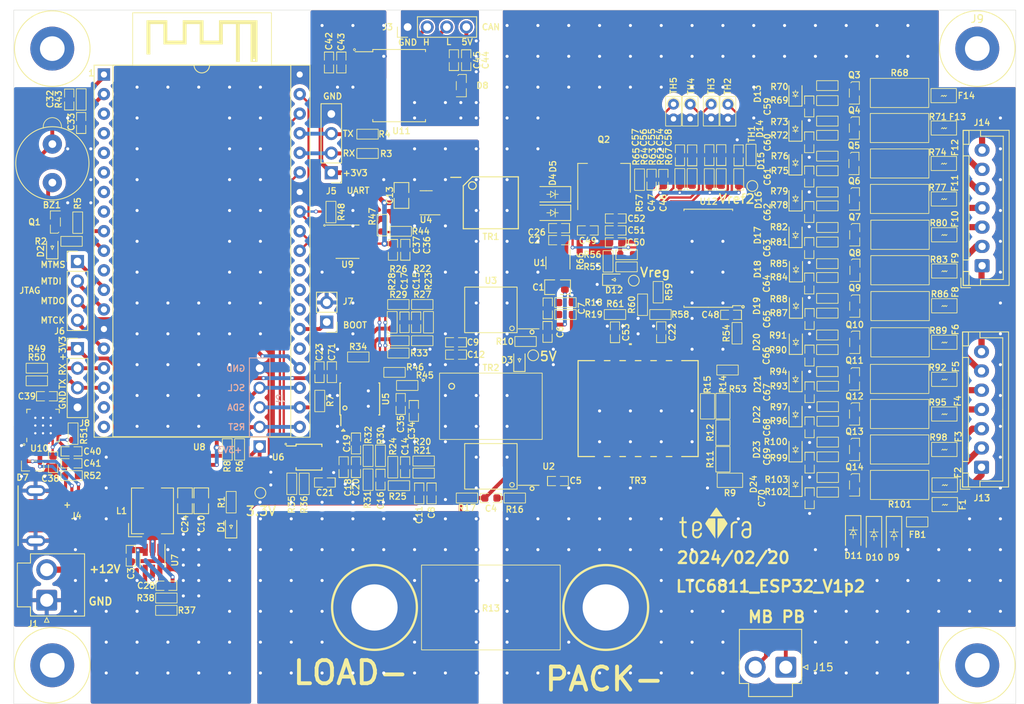
<source format=kicad_pcb>
(kicad_pcb (version 20221018) (generator pcbnew)
  (layers (0 "F.Cu" signal) (31 "B.Cu" signal) (34 "B.Paste" user) (35 "F.Paste" user) (36 "B.SilkS" user "B.Silkscreen") (37 "F.SilkS" user "F.Silkscreen") (38 "B.Mask" user) (39 "F.Mask" user) (44 "Edge.Cuts" user))
  (net 0 "")
  (net 1 "+3V3")
  (net 2 "/PowerMonitor/ISO+5V")
  (net 3 "Net-(D4-K)")
  (net 4 "GND")
  (net 5 "Net-(U2-VINP)")
  (net 6 "Net-(U2-VINN)")
  (net 7 "Net-(U3-VINP)")
  (net 8 "Net-(U3-VINN)")
  (net 9 "Net-(C14-Pad1)")
  (net 10 "Net-(C14-Pad2)")
  (net 11 "Net-(C15-Pad1)")
  (net 12 "Net-(C15-Pad2)")
  (net 13 "Net-(C16-Pad1)")
  (net 14 "Net-(C16-Pad2)")
  (net 15 "Net-(C17-Pad1)")
  (net 16 "Net-(C17-Pad2)")
  (net 17 "/LTC6811/Vref2")
  (net 18 "Net-(U6-Vin+)")
  (net 19 "Net-(U6-Vin-)")
  (net 20 "/LTC6811/Vreg")
  (net 21 "/LTC6811/T2")
  (net 22 "/LTC6811/T3")
  (net 23 "/LTC6811/T4")
  (net 24 "/LTC6811/T5")
  (net 25 "/LTC6811/T1")
  (net 26 "/LTC6811/cell1/C")
  (net 27 "/LTC6811/cell2/C")
  (net 28 "/USB/Vusb")
  (net 29 "/LTC6811/cell3/C")
  (net 30 "/CAN/5V_CAN")
  (net 31 "/CAN/CAN_GND")
  (net 32 "/LTC6811/cell4/C")
  (net 34 "Net-(C34-Pad1)")
  (net 35 "Net-(C35-Pad2)")
  (net 36 "/LTC6811/cell5/C")
  (net 37 "/LTC6811/cell6/C")
  (net 38 "/LTC6811/cell7/C")
  (net 39 "/LTC6811/cell8/C")
  (net 40 "/LTC6811/cell10/CM")
  (net 41 "/LTC6811/cell10/C")
  (net 42 "/LTC6811/cell11/C")
  (net 43 "/LTC6811/cell12/C")
  (net 44 "Net-(U10-VPP)")
  (net 45 "Net-(U12-Vref1)")
  (net 46 "Net-(U12-V+)")
  (net 47 "Net-(C49-Pad1)")
  (net 48 "Net-(C53-Pad1)")
  (net 49 "Net-(D3-A)")
  (net 50 "Net-(D12-K)")
  (net 52 "/MCU/CAN_TX")
  (net 53 "/PowerMonitor/VBAT_SENSE")
  (net 54 "/MCU/CAN_RX")
  (net 55 "/MCU/Boot")
  (net 56 "/MCU/NRST")
  (net 57 "Net-(Q10-G)")
  (net 58 "Net-(Q10-D)")
  (net 59 "Net-(R11-Pad1)")
  (net 60 "Net-(R11-Pad2)")
  (net 61 "Net-(R12-Pad2)")
  (net 62 "Net-(R14-Pad2)")
  (net 63 "Net-(D1-A)")
  (net 64 "Net-(U7-CB)")
  (net 65 "Net-(U2-VOUTN)")
  (net 66 "/BAT+")
  (net 67 "Net-(U2-VOUTP)")
  (net 68 "/LTC6811/cell12/C+")
  (net 69 "/LTC6811/cell11/C+")
  (net 70 "/LTC6811/cell10/C+")
  (net 71 "/LTC6811/cell10/C-")
  (net 72 "/LTC6811/cell8/C+")
  (net 73 "/LTC6811/cell7/C+")
  (net 74 "/LTC6811/cell6/C+")
  (net 75 "/LTC6811/cell5/C+")
  (net 76 "/LTC6811/cell4/C+")
  (net 77 "/LTC6811/cell3/C+")
  (net 78 "/LTC6811/cell2/C+")
  (net 79 "/LTC6811/cell1/C+")
  (net 80 "/USB/D-")
  (net 81 "/USB/D+")
  (net 82 "Net-(U3-VOUTN)")
  (net 83 "Net-(U3-VOUTP)")
  (net 84 "/MCU/MTMS")
  (net 85 "/MCU/MTDI")
  (net 86 "/MCU/MTCK")
  (net 87 "/MCU/MTDO")
  (net 88 "Net-(U9-ICMP)")
  (net 89 "Net-(U9-IP)")
  (net 90 "Net-(U9-IM)")
  (net 91 "/MCU/LED0")
  (net 92 "/MCU/BUZZER")
  (net 93 "Net-(U9-IBIAS)")
  (net 94 "Net-(U10-TXD)")
  (net 95 "Net-(U10-RXD)")
  (net 96 "Net-(U10-~{RST})")
  (net 97 "Net-(U12-ISOMD)")
  (net 98 "Net-(U12-WDT)")
  (net 99 "Net-(U12-DTEN)")
  (net 100 "Net-(U12-IBIAS)")
  (net 101 "Net-(U12-ICMP)")
  (net 102 "Net-(Q3-D)")
  (net 103 "Net-(Q3-G)")
  (net 104 "/MCU/MISO")
  (net 105 "Net-(Q4-D)")
  (net 106 "/MCU/OLED_SDA")
  (net 107 "/MCU/OLED_RST")
  (net 108 "Net-(Q4-G)")
  (net 109 "Net-(Q5-D)")
  (net 110 "/MCU/OLED_SCL")
  (net 111 "Net-(Q5-G)")
  (net 112 "Net-(Q6-D)")
  (net 113 "Net-(Q6-G)")
  (net 114 "/LTC6811/IPA")
  (net 115 "/LTC6811/IMA")
  (net 116 "Net-(Q11-D)")
  (net 117 "/LTC6811/cell1/S")
  (net 118 "Net-(Q11-G)")
  (net 119 "Net-(Q12-D)")
  (net 120 "/LTC6811/cell2/S")
  (net 121 "Net-(Q12-G)")
  (net 122 "Net-(Q13-D)")
  (net 123 "/LTC6811/cell3/S")
  (net 124 "Net-(Q13-G)")
  (net 125 "Net-(Q14-D)")
  (net 126 "/LTC6811/cell4/S")
  (net 127 "Net-(Q14-G)")
  (net 128 "Net-(Q7-D)")
  (net 129 "/LTC6811/cell5/S")
  (net 130 "Net-(Q7-G)")
  (net 131 "Net-(Q8-D)")
  (net 132 "/LTC6811/cell6/S")
  (net 133 "Net-(Q8-G)")
  (net 134 "Net-(Q9-D)")
  (net 135 "/LTC6811/cell7/S")
  (net 136 "Net-(Q9-G)")
  (net 137 "/LTC6811/cell8/S")
  (net 139 "/LTC6811/cell9/S")
  (net 140 "/LTC6811/cell10/S")
  (net 141 "/LTC6811/cell11/S")
  (net 144 "/LTC6811/cell12/S")
  (net 147 "/MCU/RX_USB")
  (net 149 "/MCU/TX_USB")
  (net 155 "/MCU/5V")
  (net 160 "/MCU/SS")
  (net 161 "/MCU/SCK")
  (net 162 "/MCU/MOSI")
  (net 163 "Net-(BZ1-+)")
  (net 164 "/MCU/SCL")
  (net 165 "/MCU/SDA")
  (net 166 "/LTC6811/C12")
  (net 167 "/LTC6811/C11")
  (net 168 "/LTC6811/C10")
  (net 169 "/LTC6811/C9")
  (net 170 "/LTC6811/C8")
  (net 171 "/LTC6811/C7")
  (net 172 "/LTC6811/C1_G")
  (net 173 "/LTC6811/C6")
  (net 174 "/LTC6811/C5")
  (net 175 "Net-(U4-D2)")
  (net 176 "Net-(U4-D1)")
  (net 177 "/LTC6811/C4")
  (net 178 "/LTC6811/C3")
  (net 179 "/LTC6811/C2")
  (net 180 "/LTC6811/C1")
  (net 181 "Net-(U5B--)")
  (net 182 "Net-(D4-A)")
  (net 183 "Net-(D5-A)")
  (net 184 "/MA")
  (net 185 "/CAN/CANL")
  (net 186 "/CAN/CANH")
  (net 187 "/CAN/CAN_TX")
  (net 188 "/CAN/CAN_RX")
  (net 189 "/LTC6811/DRIVE")
  (net 191 "/PA")
  (net 212 "Net-(U5B-+)")
  (net 215 "GND_PACK")
  (net 217 "Net-(C22-Pad1)")
  (net 218 "Net-(J15-Pin_2)")
  (net 219 "Net-(J15-Pin_1)")
  (net 220 "/LTC6811/IPB")
  (net 221 "/LTC6811/IMB")
  (net 223 "+12V")
  (net 224 "Net-(U7-SW)")
  (net 225 "Net-(U7-FB)")
  (net 226 "VDD")
  (net 227 "/PowerMonitor/BAT-")
  (net 228 "Net-(D2-A)")
  (footprint "Capacitor_SMD:C_0603_1608Metric" (layer "F.Cu") (at 141.1 92.3 90)
    (fp_text reference "C53")
    (fp_text value "100pF/100V")
  )
  (footprint "Resistor_SMD:R_0603_1608Metric" (layer "F.Cu") (at 121.9 113.8)
    (fp_text reference "R17")
    (fp_text value "1K")
  )
  (footprint "Resistor_SMD:R_0603_1608Metric" (layer "F.Cu") (at 168.7 113.05)
    (fp_text reference "R102")
    (fp_text value "100R")
  )
  (footprint "Resistor_SMD:R_2512_6332Metric" (layer "F.Cu") (at 178.025 102.9 180)
    (fp_text reference "R95")
    (fp_text value "36R 1W 2512")
  )
  (footprint "Resistor_SMD:R_0603_1608Metric" (layer "F.Cu") (at 110.9 78.4 -90)
    (fp_text reference "R47")
    (fp_text value "1.2K")
  )
  (footprint "LED_SMD:LED_0603_1608Metric" (layer "F.Cu") (at 128.7 95.9 90)
    (fp_text reference "D3")
    (fp_text value "LED Red")
  )
  (footprint "Package_TO_SOT_SMD:SOT-23" (layer "F.Cu") (at 172.2 93.6)
    (fp_text reference "Q10")
    (fp_text value "TSM2323")
  )
  (footprint "Capacitor_SMD:C_0603_1608Metric" (layer "F.Cu") (at 166.35 100.075 -90)
    (fp_text reference "C67")
    (fp_text value "100nF/100V")
  )
  (footprint "Package_TO_SOT_SMD:SOT-223" (layer "F.Cu") (at 139.68 72.3 90)
    (fp_text reference "Q2")
    (fp_text value "NSV1C201MZ4")
  )
  (footprint "Resistor_SMD:R_0805_2012Metric" (layer "F.Cu") (at 153.1 101.9 -90)
    (fp_text reference "R15")
    (fp_text value "1KΩ ±0.1% 250mW")
  )
  (footprint "Resistor_SMD:R_0603_1608Metric" (layer "F.Cu") (at 90.8 107.5 -90)
    (fp_text reference "R8")
    (fp_text value "4.7K")
  )
  (footprint "Resistor_SMD:R_0603_1608Metric" (layer "F.Cu") (at 168.65 69.45)
    (fp_text reference "R76")
    (fp_text value "3.3K")
  )
  (footprint "Connector_USB:Micro_USB_B-2013499-1" (layer "F.Cu") (at 66.29045 116.1 -90)
    (fp_text reference "J4")
    (fp_text value "USB")
  )
  (footprint "Package_TO_SOT_SMD:SOT-23" (layer "F.Cu") (at 172.1625 75)
    (fp_text reference "Q6")
    (fp_text value "TSM2323")
  )
  (footprint "Resistor_SMD:R_0805_2012Metric" (layer "F.Cu") (at 155.1 101.875 90)
    (fp_text reference "R14")
    (fp_text value "470KΩ ±0.1% 250mW")
  )
  (footprint "Resistor_SMD:R_0603_1608Metric" (layer "F.Cu") (at 102.8 101.215 -90)
    (fp_text reference "R7")
    (fp_text value "4.7K")
  )
  (footprint "Resistor_SMD:R_PSR500HTQFB0L10_Metric_Pad5.2x8.75mm_HandSolder" (layer "F.Cu") (at 125 128 180)
    (fp_text reference "R13")
    (fp_text value "0.1MR  1% 15W ")
  )
  (footprint "Resistor_SMD:R_0603_1608Metric" (layer "F.Cu") (at 168.7 106.55)
    (fp_text reference "R100")
    (fp_text value "3.3K")
  )
  (footprint "MountingHole:MountingHole_3.2mm_M3_ISO7380_Pad" (layer "F.Cu") (at 188.1 55.5)
    (fp_text reference "J9")
    (fp_text value "Hole /NC")
  )
  (footprint "Connector_JST:JST_XH_B7B-XH-A_1x07_P2.50mm_Vertical_BAT_6S" (layer "F.Cu") (at 188.725 83.6625 90)
    (fp_text reference "J14")
    (fp_text value "B7B-XH-A")
  )
  (footprint "Resistor_SMD:R_0603_1608Metric" (layer "F.Cu") (at 168.7 103.85)
    (fp_text reference "R96")
    (fp_text value "100R")
  )
  (footprint "Fuse:Fuse_0805_2012Metric" (layer "F.Cu") (at 183.825 93.6 180)
    (fp_text reference "F6")
    (fp_text value "MPZ2012S102ATD25")
  )
  (footprint "Fuse:Fuse_0805_2012Metric" (layer "F.Cu") (at 183.825 107.5 180)
    (fp_text reference "F3")
    (fp_text value "MPZ2012S102ATD25")
  )
  (footprint "TestPoint:TestPoint_Pad_D1.0mm" (layer "F.Cu") (at 143.54 85.6)
    (fp_text reference "TP3" hide)
    (fp_text value "TestPoint" hide)
  )
  (footprint "Capacitor_SMD:C_0603_1608Metric" (layer "F.Cu") (at 107.5 106.725 -90)
    (fp_text reference "C19")
    (fp_text value "100nF/100V")
  )
  (footprint "Capacitor_SMD:C_0603_1608Metric" (layer "F.Cu") (at 110.67 111.42 -90)
    (fp_text reference "C16")
    (fp_text value "220pF/50V")
  )
  (footprint "Capacitor_SMD:C_0603_1608Metric" (layer "F.Cu") (at 120.475 95.2 180)
    (fp_text reference "C12")
    (fp_text value "2.2uF/25V")
  )
  (footprint "Resistor_SMD:R_0603_1608Metric" (layer "F.Cu") (at 168.7 108.45)
    (fp_text reference "R99")
    (fp_text value "100R")
  )
  (footprint "Capacitor_SMD:C_0805_2012Metric" (layer "F.Cu") (at 113.4 74.55 90)
    (fp_text reference "C13")
    (fp_text value "10uF/16V")
  )
  (footprint "TestPoint:TestPoint_Pad_D1.0mm" (layer "F.Cu") (at 158.92 73.32)
    (fp_text reference "TP4" hide)
    (fp_text value "TestPoint" hide)
  )
  (footprint "Connector_PinHeader_2.54mm:PinHeader_1x04_P2.54mm_Vertical" (layer "F.Cu") (at 114.2 52.7 90)
    (fp_text reference "J3")
    (fp_text value "CAN /NC")
  )
  (footprint "Diode_SMD:D_SOD-323" (layer "F.Cu") (at 164.525 79.7 90)
    (fp_text reference "D17")
    (fp_text value "PDZ7.5B")
  )
  (footprint "Diode_SMD:D_SOD-323" (layer "F.Cu") (at 164.5125 61.35 90)
    (fp_text reference "D13")
    (fp_text value "PDZ7.5B")
  )
  (footprint "Resistor_SMD:R_0603_1608Metric" (layer "F.Cu") (at 168.65 60.3)
    (fp_text reference "R70")
    (fp_text value "3.3K")
  )
  (footprint "Capacitor_SMD:C_0603_1608Metric" (layer "F.Cu") (at 166.3 76.7 -90)
    (fp_text reference "C62")
    (fp_text value "100nF/100V")
  )
  (footprint "Connector_PinHeader_2.54mm:PinHeader_1x04_P2.54mm_Vertical" (layer "F.Cu") (at 71.37 94.42)
    (fp_text reference "J8")
    (fp_text value "SERIAL /NC")
  )
  (footprint "Resistor_SMD:R_0603_1608Metric" (layer "F.Cu") (at 153.3275 72.47 -90)
    (fp_text reference "R63")
    (fp_text value "100K")
  )
  (footprint "Resistor_SMD:R_0603_1608Metric" (layer "F.Cu") (at 116.1 93.4 180)
    (fp_text reference "R27")
    (fp_text value "1K")
  )
  (footprint "Resistor_SMD:R_2512_6332Metric" (layer "F.Cu") (at 178.025 98.35 180)
    (fp_text reference "R92")
    (fp_text value "36R 1W 2512")
  )
  (footprint "Package_TO_SOT_SMD:SOT-23" (layer "F.Cu") (at 172.15 65.8)
    (fp_text reference "Q4")
    (fp_text value "TSM2323")
  )
  (footprint "MountingHole:MountingHole_3.2mm_M3_ISO7380_Pad" (layer "F.Cu") (at 68.1 135.5 90)
    (fp_text reference "J12" hide)
    (fp_text value "Hole /NC")
  )
  (footprint "Capacitor_SMD:C_0603_1608Metric" (layer "F.Cu") (at 115.3 91 -90)
    (fp_text reference "C15")
    (fp_text value "2.2nF/16V")
  )
  (footprint "Capacitor_SMD:C_0603_1608Metric" (layer "F.Cu") (at 166.3 72.1 -90)
    (fp_text reference "C61")
    (fp_text value "100nF/100V")
  )
  (footprint "PCM_4ms_Package_SOIC:SOIC-8_3.9x4.9mm_Pitch1.27mm" (layer "F.Cu") (at 107.995 100.95 90)
    (fp_text reference "U5")
    (fp_text value "OPA2197IDR" hide)
  )
  (footprint "Resistor_SMD:R_0603_1608Metric" (layer "F.Cu") (at 141.1 90 180)
    (fp_text reference "R61")
    (fp_text value "100R")
  )
  (footprint "Resistor_SMD:R_0603_1608Metric" (layer "F.Cu") (at 144.68 88.725 -90)
    (fp_text reference "R60")
    (fp_text value "806R")
  )
  (footprint "Resistor_SMD:R_0603_1608Metric" (layer "F.Cu") (at 114.15 99.2)
    (fp_text reference "R45")
    (fp_text value "51R")
  )
  (footprint "Resistor_THT:R_Axial_DIN0204_L3.6mm_D1.6mm_P1.90mm_Vertical" (layer "F.Cu") (at 155.75 62.725 -90)
    (fp_text reference "TH2")
    (fp_text value "100K NTC")
  )
  (footprint "Resistor_SMD:R_0603_1608Metric" (layer "F.Cu") (at 109 66.6)
    (fp_text reference "R4")
    (fp_text value "0")
  )
  (footprint "Capacitor_SMD:C_0603_1608Metric" (layer "F.Cu") (at 132.375 89.2 90)
    (fp_text reference "C7")
    (fp_text value "330pF/100V")
  )
  (footprint "Diode_SMD:D_SOD-323" (layer "F.Cu") (at 164.56 93.5575 90)
    (fp_text reference "D20")
    (fp_text value "PDZ7.5B")
  )
  (footprint "Diode_SMD:D_SOD-323" (layer "F.Cu") (at 164.525 98.4 90)
    (fp_text reference "D21")
    (fp_text value "PDZ7.5B")
  )
  (footprint "Connector_PinHeader_2.54mm:PinHeader_1x02_P2.54mm_Vertical" (layer "F.Cu") (at 103.7 90.975 180)
    (fp_text reference "J7")
    (fp_text value "Boot Option /NC")
  )
  (footprint "Resistor_SMD:R_0603_1608Metric" (layer "F.Cu") (at 113 88.7 180)
    (fp_text reference "R26")
    (fp_text value "1K")
  )
  (footprint "Resistor_SMD:R_0603_1608Metric" (layer "F.Cu") (at 116.1 88.7)
    (fp_text reference "R22")
    (fp_text value "100R")
  )
  (footprint "Resistor_SMD:R_0603_1608Metric" (layer "F.Cu") (at 151.11 72.46 -90)
    (fp_text reference "R64")
    (fp_text value "100K")
  )
  (footprint "Resistor_SMD:R_0603_1608Metric" (layer "F.Cu") (at 109 69.1)
    (fp_text reference "R3")
    (fp_text value "0")
  )
  (footprint "Capacitor_SMD:C_0603_1608Metric" (layer "F.Cu") (at 71.85 65.15 90)
    (fp_text reference "C33")
    (fp_text value "100nF/100V")
  )
  (footprint "Resistor_SMD:R_0603_1608Metric" (layer "F.Cu") (at 116.275 110.58)
    (fp_text reference "R21")
    (fp_text value "100R")
  )
  (footprint "Capacitor_SMD:C_0603_1608Metric" (layer "F.Cu") (at 125 113.8 180)
    (fp_text reference "C4")
    (fp_text value "330pF/100V")
  )
  (footprint "Battery:Battery_6mm×10mm_Cell_half_2" (layer "F.Cu") (at 139.9 128 180)
    (fp_text reference "BAT1" hide)
    (fp_text value "BAT-")
  )
  (footprint "Package_TO_SOT_SMD:SOT-23" (layer "F.Cu") (at 121.1625 60.3)
    (fp_text reference "D8")
    (fp_text value "ESD24VS2U")
  )
  (footprint "Capacitor_SMD:C_0603_1608Metric" (layer "F.Cu") (at 149.53 69.34 90)
    (fp_text reference "C57")
    (fp_text value "100nF/100V")
  )
  (footprint "Resistor_SMD:R_0603_1608Metric" (layer "F.Cu") (at 66.1 98.6)
    (fp_text reference "R50")
    (fp_text value "240R")
  )
  (footprint "Resistor_SMD:R_0603_1608Metric" (layer "F.Cu") (at 156.93 92.425 90)
    (fp_text reference "R54")
    (fp_text value "100R")
  )
  (footprint "Capacitor_SMD:C_0603_1608Metric" (layer "F.Cu") (at 141.2 80.64 180)
    (fp_text reference "C50")
    (fp_text value "1uF/25V")
  )
  (footprint "Capacitor_SMD:C_0603_1608Metric" (layer "F.Cu") (at 166.34 90.585 -90)
    (fp_text reference "C65")
    (fp_text value "100nF/100V")
  )
  (footprint "Transformer_SMD:HM2102NL_PUL" (layer "F.Cu") (at 144.1 102.2 90)
    (fp_text reference "TR3")
    (fp_text value "HM2102NL")
  )
  (footprint "Fuse:Fuse_0805_2012Metric" (layer "F.Cu") (at 183.8875 114.65 180)
    (fp_text reference "F1")
    (fp_text value "MPZ2012S102ATD25")
  )
  (footprint "Capacitor_SMD:C_0603_1608Metric" (layer "F.Cu") (at 141.2 77.54 180)
    (fp_text reference "C52")
    (fp_text value "1uF/25V")
  )
  (footprint "Resistor_SMD:R_0805_2012Metric" (layer "F.Cu") (at 155.1 105.325 90)
    (fp_text reference "R12")
    (fp_text value "470KΩ ±0.1% 250mW")
  )
  (footprint "Resistor_SMD:R_0603_1608Metric" (layer "F.Cu") (at 70.8 105.45 90)
    (fp_text reference "R51")
    (fp_text value "10K")
  )
  (footprint "Resistor_SMD:R_0603_1608Metric" (layer "F.Cu") (at 168.65 94.55)
    (fp_text reference "R90")
    (fp_text value "100R")
  )
  (footprint "Package_SO:MSOP-16_3x4mm_P0.5mm" (layer "F.Cu") (at 106.4 80.55)
    (fp_text reference "U9")
    (fp_text value "LTC6820")
  )
  (footprint "Resistor_SMD:R_0603_1608Metric" (layer "F.Cu") (at 168.65 97.4)
    (fp_text reference "R94")
    (fp_text value "3.3K")
  )
  (footprint "Diode_SMD:D_SOD-123" (layer "F.Cu") (at 133 74.4 180)
    (fp_text reference "D5")
    (fp_text value "MBR0520")
  )
  (footprint "Resistor_SMD:R_2512_6332Metric" (layer "F.Cu") (at 178.025 70.4 180)
    (fp_text reference "R74")
    (fp_text value "36R 1W 2512")
  )
  (footprint "Diode_SMD:D_SOD-323" (layer "F.Cu") (at 164.575 84.15 90)
    (fp_text reference "D18")
    (fp_text value "PDZ7.5B")
  )
  (footprint "Resistor_SMD:R_0603_1608Metric" (layer "F.Cu") (at 168.65 75.9)
    (fp_text reference "R78")
    (fp_text value "100R")
  )
  (footprint "Capacitor_SMD:C_0603_1608Metric" (layer "F.Cu") (at 166.35 109.215 -90)
    (fp_text reference "C69")
    (fp_text value "100nF/100V")
  )
  (footprint "Capacitor_SMD:C_0603_1608Metric" (layer "F.Cu") (at 145.845 72.501053 90)
    (fp_text reference "C47")
    (fp_text value "1uF/25V")
  )
  (footprint "Resistor_SMD:R_0603_1608Metric" (layer "F.Cu") (at 142.6 83.81 180)
    (fp_text reference "R55")
    (fp_text value "0")
  )
  (footprint "Resistor_SMD:R_0603_1608Metric" (layer "F.Cu") (at 168.65 87.9)
    (fp_text reference "R88")
    (fp_text value "3.3K")
  )
  (footprint "Fuse:Fuse_0805_2012Metric" (layer "F.Cu") (at 183.825 98.4 180)
    (fp_text reference "F5")
    (fp_text value "MPZ2012S102ATD25")
  )
  (footprint "Diode_SMD:D_SOD-323" (layer "F.Cu") (at 164.5125 65.9 90)
    (fp_text reference "D14")
    (fp_text value "PDZ7.5B")
  )
  (footprint "Connector_JST:JST_VH_B2P-VH-B_1x02_P3.96mm_Vertical" (layer "F.Cu") (at 163.2575 135.75 180)
    (fp_text reference "J15")
    (fp_text value "PB MB")
  )
  (footprint "Resistor_SMD:R_2512_6332Metric" (layer "F.Cu") (at 178.075 79.65 180)
    (fp_text reference "R80")
    (fp_text value "36R 1W 2512")
  )
  (footprint "Resistor_SMD:R_0603_1608Metric" (layer "F.Cu") (at 168.65 85.2)
    (fp_text reference "R84")
    (fp_text value "100R")
  )
  (footprint "Diode_SMD:D_SOD-123" (layer "F.Cu") (at 177.3 118.55 -90)
    (fp_text reference "D9")
    (fp_text value "1N4148W")
  )
  (footprint "Resistor_SMD:R_0603_1608Metric" (layer "F.Cu") (at 110.67 108.32 -90)
    (fp_text reference "R30")
    (fp_text value "3.3K")
  )
  (footprint "Capacitor_SMD:C_0603_1608Metric" (layer "F.Cu") (at 133.85 80.35 180)
    (fp_text reference "C2")
    (fp_text value "100nF/100V")
  )
  (footprint "Resistor_SMD:R_0603_1608Metric" (layer "F.Cu") (at 70.6 80.5)
    (fp_text reference "R2")
    (fp_text value "470R")
  )
  (footprint "Package_TO_SOT_SMD:SOT-23" (layer "F.Cu") (at 172.2 79.65)
    (fp_text reference "Q7")
    (fp_text value "TSM2323")
  )
  (footprint "Resistor_SMD:R_0603_1608Metric" (layer "F.Cu") (at 168.65 78.7)
    (fp_text reference "R82")
    (fp_text value "3.3K")
  )
  (footprint "Resistor_SMD:R_0603_1608Metric" (layer "F.Cu") (at 99.17 111.96 90)
    (fp_text reference "R35")
    (fp_text value "4.7K")
  )
  (footprint "Package_SO:SOP-8_6.62x9.15mm_P2.54mm" (layer "F.Cu") (at 113.1 60.3)
    (fp_text reference "U11")
    (fp_text value "ISO1050DUBR")
  )
  (footprint "Resistor_SMD:R_0603_1608Metric" (layer "F.Cu") (at 168.65 83.4)
    (fp_text reference "R85")
    (fp_text value "3.3K")
  )
  (footprint "Package_DFN_QFN:HVQFN-24-1EP_4x4mm_P0.5mm_EP2.6x2.6mm" (layer "F.Cu") (at 66.9 104.4 90)
    (fp_text reference "U10")
    (fp_text value "CP2104")
  )
  (footprint "Resistor_SMD:R_0603_1608Metric" (layer "F.Cu") (at 112.2 91 -90)
    (fp_text reference "R28")
    (fp_text value "5.6K")
  )
  (footprint "Package_TO_SOT_SMD:SOT-23" (layer "F.Cu") (at 65.55 109.6375 -90)
    (fp_text reference "D7")
    (fp_text value "ESD24VS2U")
  )
  (footprint "Package_TO_SOT_SMD:SOT-23" (layer "F.Cu") (at 172.225 84.25)
    (fp_text reference "Q8")
    (fp_text value "TSM2323")
  )
  (footprint "Resistor_SMD:R_0603_1608Metric" (layer "F.Cu") (at 146.7 87.1 -90)
    (fp_text reference "R59")
    (fp_text value "1.2K")
  )
  (footprint "Resistor_SMD:R_0603_1608Metric" (layer "F.Cu") (at 104.25 76.7 90)
    (fp_text reference "R48")
    (fp_text value "2K")
  )
  (footprint "Resistor_SMD:R_0603_1608Metric" (layer "F.Cu") (at 71.4 78.075 -90)
    (fp_text reference "R5")
    (fp_text value "1.5K")
  )
  (footprint "Resistor_SMD:R_0603_1608Metric" (layer "F.Cu") (at 168.65 74.1)
    (fp_text reference "R79")
    (fp_text value "3.3K")
  )
  (footprint "Fuse:Fuse_0805_2012Metric" (layer "F.Cu") (at 183.775 75 180)
    (fp_text reference "F11")
    (fp_text value "MPZ2012S102ATD25")
  )
  (footprint "Resistor_SMD:R_0603_1608Metric" (layer "F.Cu") (at 142.61 82.24 180)
    (fp_text reference "R56")
    (fp_text value "1M")
  )
  (footprint "Resistor_SMD:R_0603_1608Metric" (layer "F.Cu") (at 155.7 97.2 180)
    (fp_text reference "R53")
    (fp_text value "100R")
  )
  (footprint "MountingHole:MountingHole_3.2mm_M3_ISO7380_Pad" (layer "F.Cu") (at 188.1 135.5)
    (fp_text reference "J10" hide)
    (fp_text value "Hole /NC")
  )
  (footprint "Package_SO:SSO-8_6.8x5.9mm_P1.27mm_Clearance8mm" (layer "F.Cu") (at 125 89.4 180)
    (fp_text reference "U3")
    (fp_text value "AMC1301")
  )
  (footprint "Capacitor_SMD:C_0603_1608Metric" (layer "F.Cu") (at 153.33 69.32 90)
    (fp_text reference "C55")
    (fp_text value "100nF/100V")
  )
  (footprint "Package_TO_SOT_SMD:SOT-23" (layer "F.Cu") (at 172.1 70.4)
    (fp_text reference "Q5")
    (fp_text value "TSM2323")
  )
  (footprint "Resistor_SMD:R_2512_6332Metric" (layer "F.Cu") (at 178.0125 61.25 180)
    (fp_text reference "R68")
    (fp_text value "36R 1W 2512")
  )
  (footprint "Connector_PinHeader_2.54mm:PinHeader_1x04_P2.54mm_Vertical" (layer "F.Cu") (at 71.37 83.12)
    (fp_text reference "J6")
    (fp_text value "JTAG /NC" hide)
  )
  (footprint "Capacitor_SMD:C_0805_2012Metric" (layer "F.Cu") (at 85.32 114.16 -90)
    (fp_text reference "C24")
    (fp_text value "10uF/16V")
  )
  (footprint "Capacitor_SMD:C_0603_1608Metric" (layer "F.Cu") (at 105.6 57.3 -90)
    (fp_text reference "C43")
    (fp_text value "100nF/100V")
  )
  (footprint "Package_TO_SOT_SMD:SOT-23" (layer "F.Cu") (at 172.2 88.9)
    (fp_text reference "Q9")
    (fp_text value "TSM2323")
  )
  (footprint "Package_TO_SOT_SMD:SOT-23-5" (layer "F.Cu") (at 116.6 75.5 180)
    (fp_text reference "U4")
    (fp_text value "SN6501DBV")
  )
  (footprint "Resistor_SMD:R_0603_1608Metric" (layer "F.Cu") (at 113.075 112.2 180)
    (fp_text reference "R25")
    (fp_text value "1K")
  )
  (footprint "Resistor_THT:R_Axial_DIN0204_L3.6mm_D1.6mm_P1.90mm_Vertical" (layer "F.Cu") (at 150.8575 62.715 -90)
    (fp_text reference "TH4")
    (fp_text value "100K NTC")
  )
  (footprint "Capacitor_SMD:C_0603_1608Metric" (layer "F.Cu") (at 70.6 107.75)
    (fp_text reference "C40")
    (fp_text value "100nF/100V")
  )
  (footprint "Package_TO_SOT_SMD:SOT-23-5" (layer "F.Cu") (at 133.7 83.3 -90)
    (fp_text reference "U1")
    (fp_text value "TPS76350")
  )
  (footprint "Resistor_SMD:R_0603_1608Metric" (layer "F.Cu") (at 134.675 90 180)
    (fp_text reference "R19")
    (fp_text value "10R")
  )
  (footprint "Connector_PinHeader_2.54mm:PinHeader_1x04_P2.54mm_Vertical" (layer "F.Cu") (at 104.3 71.6 180)
    (fp_text reference "J5")
    (fp_text value "UART /NC")
  )
  (footprint "Capacitor_SMD:C_0603_1608Metric" (layer "F.Cu") (at 105.9 109.8 90)
    (fp_text reference "C18")
    (fp_text value "100nF/100V")
  )
  (footprint "Fuse:Fuse_0805_2012Metric" (layer "F.Cu") (at 183.74 61.6 180)
    (fp_text reference "F14")
    (fp_text value "MPZ2012S102ATD25")
  )
  (footprint "RF_Module:ESP32-DevKitc V4_DIP-38_27.9mm×48.2mm" (layer "F.Cu") (at 73.53 105.85)
    (fp_text reference "U8")
    (fp_text value "ESP32-DevKitC V4" hide)
  )
  (footprint "Capacitor_SMD:C_0603_1608Metric" (layer "F.Cu") (at 67.4 100.6)
    (fp_text reference "C39")
    (fp_text value "4.7uF/16V")
  )
  (footprint "Diode_SMD:D_SOD-323" (layer "F.Cu") (at 164.525 102.95 90)
    (fp_text reference "D22")
    (fp_text value "PDZ7.5B")
  )
  (footprint "Diode_SMD:D_SOD-323" (layer "F.Cu") (at 164.525 112 90)
    (fp_text reference "D24")
    (fp_text value "PDZ7.5B")
  )
  (footprint "Resistor_SMD:R_0603_1608Metric" (layer "F.Cu") (at 168.65 89.8125)
    (fp_text reference "R87")
    (fp_text value "100R")
  )
  (footprint "Connector_JST:JST_VH_B2P-VH-B_1x02_P3.96mm_Vertical" (layer "F.Cu") (at 67.38 127.0575 90)
    (fp_text reference "J1")
    (fp_text value "PB MB")
  )
  (footprint "Capacitor_SMD:C_0603_1608Metric" (layer "F.Cu") (at 113.8 91 -90)
    (fp_text reference "C17")
    (fp_text value "220pF/50V")
  )
  (footprint "Capacitor_SMD:C_0603_1608Metric" (layer "F.Cu") (at 70.3 62.1 90)
    (fp_text reference "C32")
    (fp_text value "100nF/100V")
  )
  (footprint "Resistor_SMD:R_0603_1608Metric" (layer "F.Cu") (at 71.85 62.1 -90)
    (fp_text reference "R43")
    (fp_text value "10K")
  )
  (footprint "Resistor_SMD:R_0603_1608Metric" (layer "F.Cu") (at 134.675 88.45)
    (fp_text reference "R18")
    (fp_text value "1K")
  )
  (footprint "Diode_SMD:D_SOD-323" (layer "F.Cu") (at 164.525 74.95 90)
    (fp_text reference "D16")
    (fp_text value "PDZ7.5B")
  )
  (footprint "Diode_SMD:D_SOD-323" (layer "F.Cu") (at 164.5125 70.2875 90)
    (fp_text reference "D15")
    (fp_text value "PDZ7.5B")
  )
  (footprint "TestPoint:TestPoint_Pad_D1.0mm" (layer "F.Cu") (at 130.49 95.29)
    (fp_text reference "TP1" hide)
    (fp_text value "TestPoint" hide)
  )
  (footprint "Capacitor_SMD:C_0603_1608Metric" (layer "F.Cu") (at 166.33 95.325 -90)
    (fp_text reference "C66")
    (fp_text value "100nF/100V")
  )
  (footprint "Resistor_SMD:R_0603_1608Metric" (layer "F.Cu") (at 82.9 126.7775)
    (fp_text reference "R38")
    (fp_text value "22.1K")
  )
  (footprint "Fuse:Fuse_0805_2012Metric" (layer "F.Cu") (at 183.825 88.8625 180)
    (fp_text reference "F8")
    (fp_text value "MPZ2012S102ATD25")
  )
  (footprint "Capacitor_SMD:C_0603_1608Metric" (layer "F.Cu") (at 166.35 113.825 -90)
    (fp_text reference "C70")
    (fp_text value "100nF/100V")
  )
  (footprint "Resistor_SMD:R_2512_6332Metric" (layer "F.Cu") (at 178.025 75 180)
    (fp_text reference "R77")
    (fp_text value "36R 1W 2512")
  )
  (footprint "Package_TO_SOT_SMD:SOT-23" (layer "F.Cu") (at 172.175 102.9)
    (fp_text reference "Q12")
    (fp_text value "TSM2323")
  )
  (footprint "Fuse:Fuse_0805_2012Metric" (layer "F.Cu") (at 183.7625 65.8 180)
    (fp_text reference "F13")
    (fp_text value "MPZ2012S102ATD25")
  )
  (footprint "Resistor_SMD:R_0603_1608Metric" (layer "F.Cu") (at 154.88 72.47 -90)
    (fp_text reference "R62")
    (fp_text value "100K")
  )
  (footprint "Symbol:teTra-LOGO" (layer "F.Cu") (at 154.25 117.07)
    (fp_text reference "LOGO1" hide)
    (fp_text value "teTra /NC" hide)
  )
  (footprint "Resistor_SMD:R_0603_1608Metric" (layer "F.Cu") (at 66.1 96.96)
    (fp_text reference "R49")
    (fp_text value "240R")
  )
  (footprint "MountingHole:MountingHole_3.2mm_M3_ISO7380_Pad" (layer "F.Cu") (at 68.1 55.5 90)
    (fp_text reference "J11" hide)
    (fp_text value "Hole /NC")
  )
  (footprint "Resistor_SMD:R_0603_1608Metric" (layer "F.Cu") (at 112.275 109.8 -90)
    (fp_text reference "R24")
    (fp_text value "1K")
  )
  (footprint "Resistor_SMD:R_2512_6332Metric" (layer "F.Cu") (at 178.075 84.25 180)
    (fp_text reference "R83")
    (fp_text value "36R 1W 2512")
  )
  (footprint "Capacitor_SMD:C_0603_1608Metric" (layer "F.Cu") (at 166.34 104.625 -90)
    (fp_text reference "C68")
    (fp_text value "100nF/100V")
  )
  (footprint "Transformer_SMD:HM2108NL" (layer "F.Cu") (at 125 101.9 -90)
    (fp_text reference "TR2")
    (fp_text value "HM2108NL")
  )
  (footprint "Connector_Wuerth:WURTH-760390015" (layer "F.Cu") (at 125 75.5)
    (fp_text reference "TR1")
    (fp_text value "Transformer")
  )
  (footprint "Resistor_SMD:R_0603_1608Metric" (layer "F.Cu") (at 158.75 69.295 90)
    (fp_text reference "TH1")
    (fp_text value "100K NTC")
  )
  (footprint "Connector_JST:JST_XH_B7B-XH-A_1x07_P2.50mm_Vertical_BAT_6S" (layer "F.Cu") (at 188.65 109.8125 90)
    (fp_text reference "J13")
    (fp_text value "B7B-XH-A")
  )
  (footprint "Resistor_SMD:R_0603_1608Metric" (layer "F.Cu") (at 168.7 99.3)
    (fp_text reference "R93")
    (fp_text value "100R")
  )
  (footprint "Package_TO_SOT_SMD:SOT-23" (layer "F.Cu") (at 172.15 61.25)
    (fp_text reference "Q3")
    (fp_text value "TSM2323")
  )
  (footprint "Resistor_THT:R_Axial_DIN0204_L3.6mm_D1.6mm_P1.90mm_Vertical" (layer "F.Cu") (at 148.69 62.715 -90)
    (fp_text reference "TH5")
    (fp_text value "100K NTC")
  )
  (footprint "Resistor_SMD:R_0603_1608Metric" (layer "F.Cu") (at 116.9 91 90)
    (fp_text reference "R23")
    (fp_text value "100R")
  )
  (footprint "Capacitor_SMD:C_0603_1608Metric" (layer "F.Cu") (at 133.85 78.8 180)
    (fp_text reference "C26")
    (fp_text value "4.7uF/16V")
  )
  (footprint "Resistor_SMD:R_0603_1608Metric" (layer "F.Cu") (at 168.65 66.75)
    (fp_text reference "R72")
    (fp_text value "100R")
  )
  (footprint "Capacitor_SMD:C_0603_1608Metric" (layer "F.Cu") (at 132.35 92.25 -90)
    (fp_text reference "C6")
    (fp_text value "100nF/100V")
  )
  (footprint "Capacitor_SMD:C_0805_2012Metric" (layer "F.Cu") (at 87.43 114.16 -90)
    (fp_text reference "C10")
    (fp_text value "10uF/16V")
  )
  (footprint "Package_TO_SOT_SMD:SOT-23" (layer "F.Cu") (at 68.5 78 180)
    (fp_text reference "Q1")
    (fp_text value "BSS138")
  )
  (footprint "Capacitor_SMD:C_0603_1608Metric" (layer "F.Cu") (at 113.875 109.8 -90)
    (fp_text reference "C14")
    (fp_text value "2.2nF/16V")
  )
  (footprint "Diode_SMD:D_SOD-123F" (layer "F.Cu") (at 172 118.3 -90)
    (fp_text reference "D11")
    (fp_text value "BZT52H-C62")
  )
  (footprint "Capacitor_SMD:C_0603_1608Metric" (layer "F.Cu") (at 115 102.5 -90)
    (fp_text reference "C34")
    (fp_text value "10nF/100V")
  )
  (footprint "Capacitor_SMD:C_0603_1608Metric" (layer "F.Cu") (at 133.7 111.6)
    (fp_text reference "C5")
    (fp_text value "100nF/100V")
  )
  (footprint "Capacitor_SMD:C_0603_1608Metric" (layer "F.Cu") (at 113.3 101.6 90)
    (fp_text reference "C35")
    (fp_text value "10nF/100V")
  )
  (footprint "Resistor_SMD:R_0603_1608Metric" (layer "F.Cu") (at 100.79 111.97 90)
    (fp_text reference "R36")
    (fp_text value "4.7K")
  )
  (footprint "Resistor_SMD:R_2512_6332Metric" (layer "F.Cu") (at 178.025 112.1 180)
    (fp_text reference "R101")
    (fp_text value "36R 1W 2512")
  )
  (footprint "LED_SMD:LED_0603_1608Metric" (layer "F.Cu") (at 91.3 117.5 90)
    (fp_text reference "D1")
    (fp_text value "LED Red")
  )
  (footprint "LED_SMD:LED_0603_1608Metric" (layer "F.Cu") (at 68.1 81.2875 90)
    (fp_text reference "D2")
    (fp_text value "LED Red")
  )
  (footprint "Resistor_SMD:R_0603_1608Metric" (layer "F.Cu") (at 168.65 80.6)
    (fp_text reference "R81")
    (fp_text value "100R")
  )
  (footprint "Capacitor_SMD:C_0603_1608Metric" (layer "F.Cu") (at 70.6 109.3)
    (fp_text reference "C41")
    (fp_text value "2.2uF/25V")
  )
  (footprint "Resistor_SMD:R_0603_1608Metric" (layer "F.Cu") (at 92.4 107.5 -90)
    (fp_text reference "R6")
    (fp_text value "4.7K")
  )
  (footprint "Capacitor_SMD:C_0603_1608Metric" (layer "F.Cu") (at 166.3 67.65 -90)
    (fp_text reference "C60")
    (fp_text value "100nF/100V")
  )
  (footprint "Resistor_SMD:R_0603_1608Metric" (layer "F.Cu") (at 168.65 92.65)
    (fp_text reference "R91")
    (fp_text value "3.3K")
  )
  (footprint "Resistor_SMD:R_0603_1608Metric" (layer "F.Cu") (at 157.15 72.47 90)
    (fp_text reference "R67")
    (fp_text value "100K")
  )
  (footprint "Resistor_SMD:R_0603_1608Metric" (layer "F.Cu") (at 144.285 72.501053 90)
    (fp_text reference "R57")
    (fp_text value "0")
  )
  (footprint "Resistor_SMD:R_0603_1608Metric" (layer "F.Cu") (at 91.31 114.34 90)
    (fp_text reference "R1")
    (fp_text value "470R")
  )
  (footprint "Capacitor_SMD:C_0603_1608Metric" (layer "F.Cu") (at 157.14 69.348553 90)
    (fp_text reference "C58")
    (fp_text value "100nF/100V")
  )
  (footprint "Buzzer_Beeper:Beeper_AI-1027-TWT-5V" (layer "F.Cu") (at 68.11 70.394173)
    (fp_text reference "BZ1")
    (fp_text value "AI-1027-TWT-5V")
  )
  (footprint "Capacitor_SMD:C_0805_2012Metric" (layer "F.Cu") (at 133.65 86.45 180)
    (fp_text reference "C1")
    (fp_text value "10uF/16V")
  )
  (footprint "Resistor_SMD:R_0805_2012Metric" (layer "F.Cu") (at 156.0125 111.5 180)
    (fp_text reference "R9")
    (fp_text value "470KΩ ±0.1% 250mW")
  )
  (footprint "Fuse:Fuse_0805_2012Metric" (layer "F.Cu") (at 183.7625 70.4 180)
    (fp_text reference "F12")
    (fp_text value "MPZ2012S102ATD25")
  )
  (footprint "Inductor_SMD:L_Bourns_SRP5030T" (layer "F.Cu") (at 81.1 115.47 90)
    (fp_text reference "L1")
    (fp_text value "3.3uH")
  )
  (footprint "Resistor_SMD:R_0603_1608Metric" (layer "F.Cu") (at 70.6 110.9)
    (fp_text reference "R52")
    (fp_text value "10K")
  )
  (footprint "Resistor_SMD:R_0603_1608Metric" (layer "F.Cu") (at 107.8 95.5 180)
    (fp_text reference "R34")
    (fp_text value "33K")
  )
  (footprint "Resistor_SMD:R_0603_1608Metric" (layer "F.Cu") (at 109.07 108.32 -90)
    (fp_text reference "R32")
    (fp_text value "1K")
  )
  (footprint "Diode_SMD:D_SOD-123" (layer "F.Cu") (at 133 76.8 180)
    (fp_text reference "D4")
    (fp_text value "MBR0520")
  )
  (footprint "Capacitor_SMD:C_0603_1608Metric" (layer "F.Cu") (at 104 57.3 -90)
    (fp_text reference "C42")
    (fp_text value "1uF/25V")
  )
  (footprint "Capacitor_SMD:C_0603_1608Metric" (layer "F.Cu") (at 68.2 109.15 -90)
    (fp_text reference "C38")
    (fp_text value "2.2uF/25V")
  )
  (footprint "Capacitor_SMD:C_0603_1608Metric" (layer "F.Cu") (at 120.2 57 90)
    (fp_text reference "C45")
    (fp_text value "100nF/100V")
  )
  (footprint "Package_TO_SOT_SMD:SOT-23" (layer "F.Cu") (at 172.175 107.5)
    (fp_text reference "Q13")
    (fp_text value "TSM2323")
  )
  (footprint "Fuse:Fuse_0805_2012Metric" (layer "F.Cu") (at 183.825 102.9 180)
    (fp_text reference "F4")
    (fp_text value "MPZ2012S102ATD25")
  )
  (footprint "Diode_SMD:D_SOD-323" (layer "F.Cu") (at 164.575 88.8625 90)
    (fp_text reference "D19")
    (fp_text value "PDZ7.5B")
  )
  (footprint "Resistor_SMD:R_0603_1608Metric" (layer "F.Cu") (at 168.65 64.9)
    (fp_text reference "R73")
    (fp_text value "3.3K")
  )
  (footprint "Diode_SMD:D_SOD-323" (layer "F.Cu") (at 164.525 107.5 90)
    (fp_text reference "D23")
    (fp_text value "PDZ7.5B")
  )
  (footprint "Capacitor_SMD:C_0603_1608Metric" (layer "F.Cu") (at 104.37 97.475 -90)
    (fp_text reference "C71")
    (fp_text value "1uF/25V")
  )
  (footprint "Fuse:Fuse_0805_2012Metric" (layer "F.Cu") (at 183.825 84.35 180)
    (fp_text reference "F9")
    (fp_text value "MPZ2012S102ATD25")
  )
  (footprint "Resistor_SMD:R_0603_1608Metric" (layer "F.Cu") (at 113 95)
    (fp_text reference "R33")
    (fp_text value "33K")
  )
  (footprint "Capacitor_SMD:C_0603_1608Metric" (layer "F.Cu") (at 107.5 109.8 90)
    (fp_text reference "C20")
    (fp_text value "100nF/100V")
  )
  (footprint "Resistor_SMD:R_0805_2012Metric" (layer "F.Cu") (at 155.1 108.775 90)
    (fp_text reference "R11")
    (fp_text value "470KΩ ±0.1% 250mW")
  )
  (footprint "Package_SO:TSSOP-48_6.1x12.5mm_P0.5mm" (layer "F.Cu") (at 153.205 82.693553 180)
    (fp_text reference "U12")
    (fp_text value "LTC6811HG-1")
  )
  (footprint "Capacitor_SMD:C_0603_1608Metric" (layer "F.Cu") (at 151.1125 69.348553 90)
    (fp_text reference "C56")
    (fp_text value "100nF/100V")
  )
  (footprint "Capacitor_SMD:C_0603_1608Metric" (layer "F.Cu") (at 166.3 63 -90)
    (fp_text reference "C59")
    (fp_text value "100nF/100V")
  )
  (footprint "Resistor_SMD:R_0603_1608Metric" (layer "F.Cu") (at 147 90)
    (fp_text reference "R58")
    (fp_text value "100K")
  )
  (footprint "Package_SO:SSO-8_6.8x5.9mm_P1.27mm_Clearance8mm" (layer "F.Cu") (at 125 109.7 180)
    (fp_text reference "U2")
    (fp_text value "AMC1301 or AMC1302")
  )
  (footprint "Resistor_SMD:R_0603_1608Metric" (layer "F.Cu") (at 113 93.4 180)
    (fp_text reference "R29")
    (fp_text value "5.6K")
  )
  (footprint "Resistor_SMD:R_0603_1608Metric" (layer "F.Cu") (at 112.5 97.5)
    (fp_text reference "R46")
    (fp_text value "51R")
  )
  (footprint "Battery:Battery_6mm×10mm_Cell_half_2" (layer "F.Cu") (at 109.9 128)
    (fp_text reference "BAT-1" hide)
    (fp_text value "BAT-")
  )
  (footprint "Diode_SMD:D_SOD-123" (layer "F.Cu") (at 174.7 118.55 -90)
    (fp_text reference "D10")
    (fp_text value "1N4148W")
  )
  (footprint "LED_SMD:LED_0603_1608Metric" (layer "F.Cu") (at 140.98 85.48)
    (fp_text reference "D12")
    (fp_text value "LED Red")
  )
  (footprint "Capacitor_SMD:C_0603_1608Metric" (layer "F.Cu") (at 82.9 125.1775 180)
    (fp_text reference "C28")
    (fp_text value "100nF/100V")
  )
  (footprint "Capacitor_SMD:C_0603_1608Metric" (layer "F.Cu") (at 137.57 79.09)
    (fp_text reference "C49")
    (fp_text value "100nF/100V")
  )
  (footprint "Capacitor_SMD:C_0603_1608Metric" (layer "F.Cu") (at 141.19 79.09 180)
    (fp_text reference "C51")
    (fp_text value "1uF/25V")
  )
  (footprint "Resistor_SMD:R_0603_1608Metric" (layer "F.Cu") (at 149.51 72.46 -90)
    (fp_text reference "R65")
    (fp_text value "100K")
  )
  (footprint "Capacitor_SMD:C_0603_1608Metric" (layer "F.Cu") (at 147.1 92.293553 90)
    (fp_text reference "C22")
    (fp_text value "100pF/100V")
  )
  (footprint "Resistor_SMD:R_0603_1608Metric" (layer "F.Cu") (at 140.2 83.1 90)
    (fp_text reference "R66")
    (fp_text value "1.2K")
  )
  (footprint "Resistor_SMD:R_0603_1608Metric" (layer "F.Cu") (at 180.3 116.9)
    (fp_text reference "FB1")
    (fp_text value "BLM18PG330SN1D")
  )
  (footprint "Package_TO_SOT_SMD:SOT-23-6_Handsoldering" (layer "F.Cu") (at 81.11 121.875 -90)
    (fp_text reference "U7")
    (fp_text value "LMR51420XDDCR")
  )
  (footprint "Capacitor_SMD:C_0603_1608Metric" (layer "F.Cu") (at 154.88 69.32 90)
    (fp_text reference "C54")
    (fp_text value "100nF/100V")
  )
  (footprint "Capacitor_SMD:C_0603_1608Metric" (layer "F.Cu") (at 166.3 81.375 -90)
    (fp_text reference "C63")
    (fp_text value "100nF/100V")
  )
  (footprint "Resistor_THT:R_Axial_DIN0204_L3.6mm_D1.6mm_P1.90mm_Vertical" (layer "F.Cu") (at 153.58 62.706447 -90)
    (fp_text reference "TH3")
    (fp_text value "100K NTC")
  )
  (footprint "Capacitor_SMD:C_0603_1608Metric" (layer "F.Cu") (at 166.3 85.975 -90)
    (fp_text reference "C64")
    (fp_text value "100nF/100V")
  )
  (footprint "Resistor_SMD:R_0603_1608Metric" (layer "F.Cu") (at 129.5 93.5)
    (fp_text reference "R10")
    (fp_text value "470R")
  )
  (footprint "Resistor_SMD:R_0603_1608Metric" (layer "F.Cu") (at 128.1 113.8 180)
    (fp_text reference "R16")
    (fp_text value "1K")
  )
  (footprint "Fuse:Fuse_0805_2012Metric" (layer "F.Cu") (at 183.8125 79.65 180)
    (fp_text reference "F10")
    (fp_text value "MPZ2012S102ATD25")
  )
  (footprint "Resistor_SMD:R_0603_1608Metric" (layer "F.Cu") (at 168.65 71.35)
    (fp_text reference "R75")
    (fp_text value "100R")
  )
  (footprint "Capacitor_SMD:C_0603_1608Metric" (layer "F.Cu") (at 102.77 97.475 90)
    (fp_text reference "C23")
    (fp_text value "100nF/100V")
  )
  (footprint "Resistor_SMD:R_0603_1608Metric" (layer "F.Cu") (at 113.3 79.2)
    (fp_text reference "R44")
    (fp_text value "806R")
  )
  (footprint "Capacitor_SMD:C_0603_1608Metric" (layer "F.Cu") (at 117.3 113.2 -90)
    (fp_text reference "C8")
    (fp_text value "100nF/100V")
  )
  (footprint "Capacitor_SMD:C_0603_1608Metric" (layer "F.Cu") (at 156.155 90.04 180)
    (fp_text reference "C48")
    (fp_text value "100nF/100V")
  )
  (footprint "PCM_4ms_Package_SSOP:MSOP-10_3x3mm_P0.5mm" (layer "F.Cu") (at 101.4 108.5)
    (fp_text reference "U6")
    (fp_text value "ISL28022")
  )
  (footprint "Resistor_SMD:R_0603_1608Metric" (layer "F.Cu") (at 116.275 109)
    (fp_text reference "R20")
    (fp_text value "100R")
  )
  (footprint "Capacitor_SMD:C_0603_1608Metric" (layer "F.Cu") (at 78.29 121.29 -90)
    (fp_text reference "C3")
    (fp_text value "2.2uF/25V")
  )
  (footprint "Capacitor_SMD:C_0603_1608Metric" (layer "F.Cu") (at 115.7 113.2 -90)
    (fp_text reference "C11")
    (fp_text value "2.2uF/25V")
  )
  (footprint "Capacitor_SMD:C_0603_1608Metric" (layer "F.Cu") (at 121.8 57 -90)
    (fp_text reference "C44")
    (fp_text value "1uF/25V")
  )
  (footprint "Package_TO_SOT_SMD:SOT-23" (layer "F.Cu") (at 172.175 98.35)
    (fp_text reference "Q11")
    (fp_text value "TSM2323")
  )
  (footprint "Resistor_SMD:R_0603_1608Metric" (layer "F.Cu") (at 168.65 62.25)
    (fp_text reference "R69")
    (fp_text value "100R")
  )
  (footprint "TestPoint:TestPoint_Pad_D1.0mm" (layer "F.Cu") (at 95.1 113.14)
    (fp_text reference "TP2" hide)
    (fp_text value "TestPoint")
  )
  (footprint "Package_TO_SOT_SMD:SOT-23" (layer "F.Cu") (at 172.175 112.1)
    (fp_text reference "Q14")
    (fp_text value "TSM2323")
  )
  (footprint "Resistor_SMD:R_0603_1608Metric" (layer "F.Cu") (at 168.7 101.95)
    (fp_text reference "R97")
    (fp_text value "3.3K")
  )
  (footprint "Resistor_SMD:R_2512_6332Metric" (layer "F.Cu") (at 178.075 93.6 180)
    (fp_text reference "R89")
    (fp_text value "36R 1W 2512")
  )
  (footprint "Resistor_SMD:R_0603_1608Metric" (layer "F.Cu") (at 109.07 111.42 -90)
    (fp_text reference "R31")
    (fp_text value "3.3K")
  )
  (footprint "Resistor_SMD:R_0603_1608Metric" (layer "F.Cu") (at 168.7 111.1375)
    (fp_text reference "R103")
    (fp_text value "3.3K")
  )
  (footprint "Resistor_SMD:R_2512_6332Metric" (layer "F.Cu") (at 178.0875 88.9 180)
    (fp_text reference "R86")
    (fp_text value "36R 1W 2512")
  )
  (footprint "Capacitor_SMD:C_0603_1608Metric" (layer "F.Cu") (at 112.3 81.6 -90)
    (fp_text reference "C37")
    (fp_text value "100nF/100V")
  )
  (footprint "Resistor_SMD:R_2512_6332Metric" (layer "F.Cu") (at 178.025 107.5 180)
    (fp_text reference "R98")
    (fp_text value "36R 1W 2512")
  )
  (footprint "Resistor_SMD:R_2512_6332Metric" (layer "F.Cu") (at 178.0125 65.8 180)
    (fp_text reference "R71")
    (fp_text value "36R 1W 2512")
  )
  (footprint "Capacitor_SMD:C_0603_1608Metric" (layer "F.Cu") (at 103.46 111.79 180)
    (fp_text reference "C21")
    (fp_text value "100nF/100V")
  )
  (footprint "Fuse:Fuse_0805_2012Metric" (layer "F.Cu") (at 183.875 112.1 180)
    (fp_text reference "F2")
    (fp_text value "MPZ2012S102ATD25")
  )
  (footprint "Resistor_SMD:R_0603_1608Metric" (layer "F.Cu") (at 82.9 128.3775)
    (fp_text reference "R37")
    (fp_text value "100K")
  )
  (footprint "Capacitor_SMD:C_0603_1608Metric" (layer "F.Cu") (at 147.37 72.515 90)
    (fp_text reference "C46")
    (fp_text value "1uF/25V")
  )
  (footprint "Capacitor_SMD:C_0603_1608Metric" (layer "F.Cu") (at 113.9 81.6 90)
    (fp_text reference "C36")
    (fp_text value "1uF/25V")
  )
  (footprint "Capacitor_SMD:C_0603_1608Metric" (layer "F.Cu") (at 120.475 93.6 180)
    (fp_text reference "C9")
    (fp_text value "100nF/100V")
  )
  (footprint "Connector_PinHeader_2.54mm:PinHeader_1x05_P2.54mm_Vertical" (layer "B.Cu") (at 95 107.12)
    (fp_text reference "J2")
    (fp_text value "OLED /NC")
  )
  (gr_circle (center 188.1 55.5) (end 193 55.5) (stroke (width 0.12)) (fill none) (layer "F.SilkS"))
  (gr_circle (center 188.1 135.5) (end 193 135.5) (stroke (width 0.12)) (fill none) (layer "F.SilkS"))
  (gr_circle (center 68.1 55.5) (end 73 55.5) (stroke (width 0.12)) (fill none) (layer "F.SilkS"))
  (gr_circle (center 68.1 135.5) (end 73 135.5) (stroke (width 0.12)) (fill none) (layer "F.SilkS"))
  (gr_rect locked (start 63.1 50.5) (end 193.1 140.5) (stroke (width 0.05)) (fill none) (layer "Edge.Cuts"))
  (gr_text "GND" (at 93.22 97.46) (layer "B.SilkS") (effects (font (size 0.8 0.8) (thickness 0.15) bold) (justify left bottom mirror)))
  (gr_text "SDA" (at 93.17 102.53) (layer "B.SilkS") (effects (font (size 0.8 0.8) (thickness 0.15) bold) (justify left bottom mirror)))
  (gr_text "+3V3" (at 92.81 108.02) (layer "B.SilkS") (effects (font (size 0.8 0.8) (thickness 0.15) bold) (justify left bottom mirror)))
  (gr_text "SCL" (at 93.19 99.98) (layer "B.SilkS") (effects (font (size 0.8 0.8) (thickness 0.15) bold) (justify left bottom mirror)))
  (gr_text "RST" (at 93.21 105.06) (layer "B.SilkS") (effects (font (size 0.8 0.8) (thickness 0.15) bold) (justify left bottom mirror)))
  (gr_text "L" (at 119.1 55.09) (layer "F.SilkS") (effects (font (size 0.8 0.8) (thickness 0.15) bold) (justify left bottom)))
  (gr_text "JTAG" (at 63.75 87.35) (layer "F.SilkS") (effects (font (size 0.8 0.8) (thickness 0.15) bold) (justify left bottom)))
  (gr_text "+3V3" (at 69.9 96.1 90) (layer "F.SilkS") (effects (font (size 0.8 0.8) (thickness 0.15) bold) (justify left bottom)))
  (gr_text "TX" (at 105.7 67) (layer "F.SilkS") (effects (font (size 0.8 0.8) (thickness 0.15) bold) (justify left bottom)))
  (gr_text "BOOT" (at 105.73 91.84) (layer "F.SilkS") (effects (font (size 0.8 0.8) (thickness 0.15) bold) (justify left bottom)))
  (gr_text "TX" (at 69.9 99.8 90) (layer "F.SilkS") (effects (font (size 0.8 0.8) (thickness 0.15) bold) (justify left bottom)))
  (gr_text "Vref2" (at 154.45 75.7) (layer "F.SilkS") (effects (font (size 1.2 1.2) (thickness 0.2) bold) (justify left bottom)))
  (gr_text "MTDI" (at 66.5 86.15) (layer "F.SilkS") (effects (font (size 0.8 0.8) (thickness 0.15) bold) (justify left bottom)))
  (gr_text "CAN" (at 123.74 53.17) (layer "F.SilkS") (effects (font (size 0.8 0.8) (thickness 0.15) bold) (justify left bottom)))
  (gr_text "2024/02/20" (at 148.973007 122.428472) (layer "F.SilkS") (effects (font (size 1.5 1.5) (thickness 0.3) bold) (justify left bottom)))
  (gr_text "GND" (at 72.7 127.8) (layer "F.SilkS") (effects (font (size 1 1) (thickness 0.2) bold) (justify left bottom)))
  (gr_text "MTMS" (at 66.5 84) (layer "F.SilkS") (effects (font (size 0.8 0.8) (thickness 0.15) bold) (justify left bottom)))
  (gr_text "3.3V" (at 93.1 116.2) (layer "F.SilkS") (effects (font (size 1.2 1.2) (thickness 0.2) bold) (justify left bottom)))
  (gr_text "GND" (at 103.15 62.15) (layer "F.SilkS") (effects (font (size 0.8 0.8) (thickness 0.15) bold) (justify left bottom)))
  (gr_text "Vreg" (at 144.23 85.24) (layer "F.SilkS") (effects (font (size 1.2 1.2) (thickness 0.2) bold) (justify left bottom)))
  (gr_text "MTCK" (at 66.5 91.22) (layer "F.SilkS") (effects (font (size 0.8 0.8) (thickness 0.15) bold) (justify left bottom)))
  (gr_text "H" (at 117.14 54.13 180) (layer "F.SilkS") (effects (font (size 0.8 0.8) (thickness 0.15) bold) (justify left bottom)))
  (gr_text "LTC6811_ESP32_V1p2" (at 148.843007 126.138472) (layer "F.SilkS") (effects (font (size 1.5 1.5) (thickness 0.3) bold) (justify left bottom)))
  (gr_text "MTDO" (at 66.5 88.7) (layer "F.SilkS") (effects (font (size 0.8 0.8) (thickness 0.15) bold) (justify left bottom)))
  (gr_text "GND" (at 112.88 55.16) (layer "F.SilkS") (effects (font (size 0.8 0.8) (thickness 0.15) bold) (justify left bottom)))
  (gr_text "5V" (at 121.09 55.11) (layer "F.SilkS") (effects (font (size 0.8 0.8) (thickness 0.15) bold) (justify left bottom)))
  (gr_text "GND" (at 69.9 102.4 90) (layer "F.SilkS") (effects (font (size 0.8 0.8) (thickness 0.15) bold) (justify left bottom)))
  (gr_text "RX" (at 105.7 69.55) (layer "F.SilkS") (effects (font (size 0.8 0.8) (thickness 0.15) bold) (justify left bottom)))
  (gr_text "5V" (at 131.23 96.13) (layer "F.SilkS") (effects (font (size 1.2 1.2) (thickness 0.2) bold) (justify left bottom)))
  (gr_text "+12V" (at 72.8 123.6) (layer "F.SilkS") (effects (font (size 1 1) (thickness 0.2) bold) (justify left bottom)))
  (gr_text "LOAD-" (at 99.06 138.22) (layer "F.SilkS") (effects (font (size 3 3) (thickness 0.5) bold) (justify left bottom)))
  (gr_text "+3V3" (at 105.7 72.1) (layer "F.SilkS") (effects (font (size 0.8 0.8) (thickness 0.15) bold) (justify left bottom)))
  (gr_text "MB PB" (at 158.2 130.1) (layer "F.SilkS") (effects (font (size 1.5 1.5) (thickness 0.3) bold) (justify left bottom)))
  (gr_text "RX" (at 69.9 98 90) (layer "F.SilkS") (effects (font (size 0.8 0.8) (thickness 0.15) bold) (justify left bottom)))
  (gr_text "PACK-" (at 131.75 139.05) (layer "F.SilkS") (effects (font (size 3 3) (thickness 0.5) bold) (justify left bottom)))
  (gr_text "UART" (at 106.21 74.38) (layer "F.SilkS") (effects (font (size 0.8 0.8) (thickness 0.15) bold) (justify left bottom)))
  (segment (start 114.803274 113.23) (end 115.608274 112.425) (width 0.6) (layer "F.Cu") (net 1))
  (segment (start 105.5 79.2) (end 105.5 80.876041) (width 0.3) (layer "F.Cu") (net 1))
  (segment (start 68.1 62.6) (end 68.1 67.884173) (width 0.5) (layer "F.Cu") (net 1))
  (segment (start 79.325 108.325) (end 90.8 108.325) (width 0.5) (layer "F.Cu") (net 1))
  (segment (start 105.076041 81.3) (end 104.25 81.3) (width 0.3) (layer "F.Cu") (net 1))
  (segment (start 102.9875 109.6125) (end 104.1 109.6125) (width 0.5) (layer "F.Cu") (net 1))
  (segment (start 121.26 85.24) (end 116.82 80.8) (width 0.6) (layer "F.Cu") (net 1))
  (segment (start 95.12 113.23) (end 114.803274 113.23) (width 0.6) (layer "F.Cu") (net 1))
  (segment (start 104.035 56.49) (end 108.575 56.49) (width 0.6) (layer "F.Cu") (net 1))
  (segment (start 64.4 91.7) (end 67.1 94.4) (width 0.5) (layer "F.Cu") (net 1))
  (segment (start 68.1 67.884173) (end 64.4 71.584173) (width 0.5) (layer "F.Cu") (net 1))
  (segment (start 107.475 82.051041) (end 107.475 81.025) (width 0.3) (layer "F.Cu") (net 1))
  (segment (start 95 107.14) (end 95 113.11) (width 0.5) (layer "F.Cu") (net 1))
  (segment (start 75.307767 95.7) (end 76.2 96.592233) (width 0.5) (layer "F.Cu") (net 1))
  (segment (start 120.745 111.605) (end 121.26 111.09) (width 0.6) (layer "F.Cu") (net 1))
  (segment (start 105.1 78.8) (end 105.5 79.2) (width 0.3) (layer "F.Cu") (net 1))
  (segment (start 102.69 109.91) (end 102.9875 109.6125) (width 0.5) (layer "F.Cu") (net 1))
  (segment (start 105.5 80.876041) (end 105.076041 81.3) (width 0.3) (layer "F.Cu") (net 1))
  (segment (start 93.815 108.325) (end 95 107.14) (width 0.5) (layer "F.Cu") (net 1))
  (segment (start 72.65 95.7) (end 75.307767 95.7) (width 0.5) (layer "F.Cu") (net 1))
  (segment (start 81.23 113.23) (end 95.12 113.23) (width 0.8) (layer "F.Cu") (net 1))
  (segment (start 74.8 59.153554) (end 74.8 58.86) (width 0.5) (layer "F.Cu") (net 1))
  (segment (start 107.29 71.6) (end 111.19 75.5) (width 0.6) (layer "F.Cu") (net 1))
  (segment (start 88.3225 128.3775) (end 90.1 126.6) (width 0.5) (layer "F.Cu") (net 1))
  (segment (start 104.225 81.4) (end 104.25 81.4) (width 0.5) (layer "F.Cu") (net 1))
  (segment (start 76.2 96.592233) (end 76.2 105.2) (width 0.5) (layer "F.Cu") (net 1))
  (segment (start 76.2 105.2) (end 79.325 108.325) (width 0.5) (layer "F.Cu") (net 1))
  (segment (start 64.4 71.584173) (end 64.4 91.7) (width 0.5) (layer "F.Cu") (net 1))
  (segment (start 108.55 80.8) (end 111.2 80.8) (width 0.3) (layer "F.Cu") (net 1))
  (segment (start 119.6525 111.605) (end 120.745 111.605) (width 0.6) (layer "F.Cu") (net 1))
  (segment (start 119.6525 111.605) (end 118.12 111.605) (width 0.6) (layer "F.Cu") (net 1))
  (segment (start 104.3 71.6) (end 102.95 70.25) (width 0.6) (layer "F.Cu") (net 1))
  (segment (start 81.11 113.35) (end 81.23 113.23) (width 0.8) (layer "F.Cu") (net 1))
  (segment (start 102.95 70.25) (end 102.95 57.575) (width 0.6) (layer "F.Cu") (net 1))
  (segment (start 107.475 81.025) (end 107.7 80.8) (width 0.3) (layer "F.Cu") (net 1))
  (segment (start 111.19 75.5) (end 111.2 75.5) (width 0.8) (layer "F.Cu") (net 1))
  (segment (start 107.475 82.051041) (end 107.475 82.125) (width 0.3) (layer "F.Cu") (net 1))
  (segment (start 83.725 128.3775) (end 88.3225 128.3775) (width 0.5) (layer "F.Cu") (net 1))
  (segment (start 107.723959 82.3) (end 107.475 82.051041) (width 0.3) (layer "F.Cu") (net 1))
  (segment (start 107.7 80.8) (end 108.55 80.8) (width 0.3) (layer "F.Cu") (net 1))
  (segment (start 107.475 82.125) (end 107.3 82.3) (width 0.3) (layer "F.Cu") (net 1))
  (segment (start 121.26 111.09) (end 121.26 85.24) (width 0.6) (layer "F.Cu") (net 1))
  (segment (start 104.25 78.8) (end 104.25 77.525) (width 0.3) (layer "F.Cu") (net 1))
  (segment (start 71.85 61.275) (end 72.678554 61.275) (width 0.5) (layer "F.Cu") (net 1))
  (segment (start 104.25 78.8) (end 105.1 78.8) (width 0.3) (layer "F.Cu") (net 1))
  (segment (start 71.35 94.4) (end 72.65 95.7) (width 0.5) (layer "F.Cu") (net 1))
  (segment (start 108.55 82.3) (end 107.723959 82.3) (width 0.3) (layer "F.Cu") (net 1))
  (segment (start 118.12 111.605) (end 117.3 112.425) (width 0.6) (layer "F.Cu") (net 1))
  (segment (start 71.85 61.275) (end 69.425 61.275) (width 0.5) (layer "F.Cu") (net 1))
  (segment (start 72.678554 61.275) (end 74.8 59.153554) (width 0.5) (layer "F.Cu") (net 1))
  (segment (start 111.2 75.5) (end 120.42 75.5) (width 0.6) (layer "F.Cu") (net 1))
  (segment (start 104.25 81.3) (end 104.25 82.3) (width 0.3) (layer "F.Cu") (net 1))
  (segment (start 104.8 82.4) (end 108.55 82.4) (width 0.5) (layer "F.Cu") (net 1))
  (segment (start 102.95 57.575) (end 104.035 56.49) (width 0.6) (layer "F.Cu") (net 1))
  (segment (start 90.8 108.325) (end 93.815 108.325) (width 0.5) (layer "F.Cu") (net 1))
  (segment (start 119.6525 91.305) (end 121.26 91.305) (width 0.8) (layer "F.Cu") (net 1))
  (segment (start 115.7 112.425) (end 117.3 112.425) (width 0.6) (layer "F.Cu") (net 1))
  (segment (start 104.3 71.6) (end 107.29 71.6) (width 0.6) (layer "F.Cu") (net 1))
  (segment (start 102.69 113.22) (end 102.69 109.91) (width 0.5) (layer "F.Cu") (net 1))
  (segment (start 67.1 94.4) (end 71.35 94.4) (width 0.5) (layer "F.Cu") (net 1))
  (segment (start 107.3 82.3) (end 108.55 82.3) (width 0.3) (layer "F.Cu") (net 1))
  (segment (start 90.1 126.6) (end 90.1 113.23) (width 0.5) (layer "F.Cu") (net 1))
  (segment (start 116.82 80.8) (end 111.2 80.8) (width 0.6) (layer "F.Cu") (net 1))
  (segment (start 69.425 61.275) (end 68.1 62.6) (width 0.5) (layer "F.Cu") (net 1))
  (via (at 111.2 80.8) (size 0.8) (drill 0.4) (layers "F.Cu" "B.Cu") (net 1))
  (via (at 111.2 75.5) (size 0.8) (drill 0.4) (layers "F.Cu" "B.Cu") (net 1))
  (segment (start 111.2 80.8) (end 111.2 75.5) (width 0.6) (layer "B.Cu") (net 1))
  (segment (start 132.92 111.605) (end 132.925 111.6) (width 0.5) (layer "F.Cu") (net 2))
  (segment (start 130.3475 111.605) (end 132.92 111.605) (width 0.5) (layer "F.Cu") (net 2))
  (segment (start 132.925 107.675) (end 132.925 111.6) (width 0.5) (layer "F.Cu") (net 2))
  (segment (start 130.52 105.27) (end 132.925 107.675) (width 0.5) (layer "F.Cu") (net 2))
  (segment (start 130.3475 91.305) (end 130.3475 93.4775) (width 0.5) (layer "F.Cu") (net 2))
  (segment (start 134.65 86.4) (end 134.6 86.45) (width 0.8) (layer "F.Cu") (net 2))
  (segment (start 130.3475 93.4775) (end 130.325 93.5) (width 0.5) (layer "F.Cu") (net 2))
  (segment (start 130.52 93.695) (end 130.52 105.27) (width 0.5) (layer "F.Cu") (net 2))
  (segment (start 134.544924 91.305) (end 134.6 91.249924) (width 0.5) (layer "F.Cu") (net 2))
  (segment (start 134.6 86.45) (end 134.6 87.4) (width 0.5) (layer "F.Cu") (net 2))
  (segment (start 134.65 84.4375) (end 134.65 86.4) (width 0.8) (layer "F.Cu") (net 2))
  (segment (start 130.325 93.5) (end 130.52 93.695) (width 0.5) (layer "F.Cu") (net 2))
  (segment (start 130.3475 91.305) (end 134.544924 91.305) (width 0.5) (layer "F.Cu") (net 2))
  (via (at 134.6 91.249924) (size 0.5) (drill 0.3) (layers "F.Cu" "B.Cu") (net 2))
  (via (at 134.6 87.4) (size 0.5) (drill 0.3) (layers "F.Cu" "B.Cu") (net 2))
  (segment (start 134.6 87.4) (end 134.6 91.249998) (width 0.5) (layer "B.Cu") (net 2))
  (segment (start 134.057107 83.175) (end 133.342893 83.175) (width 0.3) (layer "F.Cu") (net 3))
  (segment (start 134.65 82.582107) (end 134.057107 83.175) (width 0.3) (layer "F.Cu") (net 3))
  (segment (start 133.342893 83.175) (end 132.75 82.582107) (width 0.3) (layer "F.Cu") (net 3))
  (segment (start 134.65 82.1625) (end 134.65 82.582107) (width 0.3) (layer "F.Cu") (net 3))
  (segment (start 132.75 82.582107) (end 132.75 82.1625) (width 0.3) (layer "F.Cu") (net 3))
  (segment (start 134.65 82.1625) (end 134.65 74.4) (width 0.8) (layer "F.Cu") (net 3))
  (segment (start 111.05 114.35) (end 107.1 114.35) (width 0.8) (layer "F.Cu") (net 4))
  (segment (start 104.5 109) (end 106.175 110.675) (width 0.3) (layer "F.Cu") (net 4))
  (segment (start 117.3 113.975) (end 115.7 113.975) (width 0.6) (layer "F.Cu") (net 4))
  (segment (start 106.72 78.88) (end 106.72 80.05) (width 0.8) (layer "F.Cu") (net 4))
  (segment (start 95.05 114.35) (end 94.39 114.35) (width 0.8) (layer "F.Cu") (net 4))
  (segment (start 85.3525 126.5) (end 85.1 126.5) (width 0.5) (layer "F.Cu") (net 4))
  (segment (start 107.1 114.35) (end 103.1 114.35) (width 0.8) (layer "F.Cu") (net 4))
  (segment (start 96.45 99.23) (end 96.45 93.01) (width 0.8) (layer "F.Cu") (net 4))
  (segment (start 82.03 121.990001) (end 82.06 121.960001) (width 0.5) (layer "F.Cu") (net 4))
  (segment (start 107.1 78.5) (end 106.72 78.88) (width 0.8) (layer "F.Cu") (net 4))
  (segment (start 66.15 105.15) (end 66.9 104.4) (width 0.3) (layer "F.Cu") (net 4))
  (segment (start 86.31 123.35) (end 85.46 122.5) (width 0.5) (layer "F.Cu") (net 4))
  (segment (start 82.06 121.960001) (end 82.06 120.525) (width 0.5) (layer "F.Cu") (net 4))
  (segment (start 96.45 99.23) (end 96.45 108.45) (width 0.8) (layer "F.Cu") (net 4))
  (segment (start 65.85 107.2) (end 64.19 107.2) (width 0.3) (layer "F.Cu") (net 4))
  (segment (start 65.9 105.4) (end 66.15 105.15) (width 0.3) (layer "F.Cu") (net 4))
  (segment (start 114.1 102.375) (end 115 103.275) (width 0.5) (layer "F.Cu") (net 4))
  (segment (start 85.1 122.5) (end 85.1 122.14) (width 0.5) (layer "F.Cu") (net 4))
  (segment (start 99.1 114.35) (end 95.05 114.35) (width 0.8) (layer "F.Cu") (net 4))
  (segment (start 63.99 107) (end 64.04 107.05) (width 0.3) (layer "F.Cu") (net 4))
  (segment (start 106.175 110.675) (end 107.5 110.675) (width 0.3) (layer "F.Cu") (net 4))
  (segment (start 86.31 125.5425) (end 85.3525 126.5) (width 0.5) (layer "F.Cu") (net 4))
  (segment (start 85.1 126.7525) (end 85.075 126.7775) (width 0.5) (layer "F.Cu") (net 4))
  (segment (start 66.15 106.3375) (end 66.15 105.15) (width 0.3) (layer "F.Cu") (net 4))
  (segment (start 96.45 110.45) (end 96.45 112.11) (width 0.8) (layer "F.Cu") (net 4))
  (segment (start 66.15 106.9) (end 65.85 107.2) (width 0.3) (layer "F.Cu") (net 4))
  (segment (start 106.72 80.05) (end 108.55 80.05) (width 0.8) (layer "F.Cu") (net 4))
  (segment (start 96.45 98.405) (end 96.45 99.23) (width 0.8) (layer "F.Cu") (net 4))
  (segment (start 96.45 93.01) (end 96.43 92.99) (width 0.8) (layer "F.Cu") (net 4))
  (segment (start 85.1 122.14) (end 84.950001 121.990001) (width 0.5) (layer "F.Cu") (net 4))
  (segment (start 64.1 107) (end 63.99 107) (width 0.3) (layer "F.Cu") (net 4))
  (segment (start 84.950001 121.990001) (end 78.544999 121.990001) (width 0.5) (layer "F.Cu") (net 4))
  (segment (start 85.1 126.5) (end 85.1 126.7525) (width 0.5) (layer "F.Cu") (net 4))
  (segment (start 103.1 114.35) (end 99.1 114.35) (width 0.8) (layer "F.Cu") (net 4))
  (segment (start 64.1 107.11) (end 64.1 107) (width 0.3) (layer "F.Cu") (net 4))
  (segment (start 68.69235 117.4) (end 70.24 117.4) (width 0.3) (layer "F.Cu") (net 4))
  (segment (start 96.45 108.45) (end 96.45 110.45) (width 0.8) (layer "F.Cu") (net 4))
  (segment (start 94.39 114.35) (end 93.19 115.55) (width 0.8) (layer "F.Cu") (net 4))
  (segment (start 85.46 122.5) (end 85.1 122.5) (width 0.5) (layer "F.Cu") (net 4))
  (segment (start 118.775 112.5) (end 117.3 113.975) (width 0.6) (layer "F.Cu") (net 4))
  (segment (start 123.1 112.5) (end 118.775 112.5) (width 0.6) (layer "F.Cu") (net 4))
  (segment (start 103.6 109) (end 104.5 109) (width 0.3) (layer "F.Cu") (net 4))
  (segment (start 78.544999 121.990001) (end 78.26 122.275) (width 0.5) (layer "F.Cu") (net 4))
  (segment (start 86.31 123.35) (end 86.31 125.5425) (width 0.5) (layer "F.Cu") (net 4))
  (segment (start 115.325 114.35) (end 111.05 114.35) (width 0.8) (layer "F.Cu") (net 4))
  (segment (start 113.3 102.375) (end 114.1 102.375) (width 0.5) (layer "F.Cu") (net 4))
  (segment (start 85.075 126.7775) (end 83.725 126.7775) (width 0.5) (layer "F.Cu") (net 4))
  (segment (start 93.19 115.55) (end 92.66 115.55) (width 0.8) (layer "F.Cu") (net 4))
  (segment (start 70.24 117.4) (end 70.52 117.68) (width 0.3) (layer "F.Cu") (net 4))
  (segment (start 64.19 107.2) (end 64.1 107.11) (width 0.3) (layer "F.Cu") (net 4))
  (segment (start 66.15 106.3375) (end 66.15 106.9) (width 0.3) (layer "F.Cu") (net 4))
  (segment (start 115.7 113.975) (end 115.325 114.35) (width 0.8) (layer "F.Cu") (net 4))
  (via (at 87.1 124.5) (size 0.8) (drill 0.4) (layers "F.Cu" "B.Cu") (net 4))
  (via (at 91.1 128.5) (size 0.8) (drill 0.4) (layers "F.Cu" "B.Cu") (net 4))
  (via (at 95.1 80.5) (size 0.8) (drill 0.4) (layers "F.Cu" "B.Cu") (net 4))
  (via (at 119.1 68.5) (size 0.8) (drill 0.4) (layers "F.Cu" "B.Cu") (net 4))
  (via (at 87.1 88.5) (size 0.8) (drill 0.4) (layers "F.Cu" "B.Cu") (net 4))
  (via (at 73.1 75.5) (size 0.8) (drill 0.4) (layers "F.Cu" "B.Cu") (net 4))
  (via (at 71.1 124.5) (size 0.8) (drill 0.4) (layers "F.Cu" "B.Cu") (net 4))
  (via (at 91.1 60.5) (size 0.8) (drill 0.4) (layers "F.Cu" "B.Cu") (net 4))
  (via (at 85.1 122.5) (size 0.8) (drill 0.4) (layers "F.Cu" "B.Cu") (net 4))
  (via (at 123.1 92.5) (size 0.8) (drill 0.4) (layers "F.Cu" "B.Cu") (net 4))
  (via (at 73.1 68.5) (size 0.8) (drill 0.4) (layers "F.Cu" "B.Cu") (net 4))
  (via (at 83.1 96.5) (size 0.8) (drill 0.4) (layers "F.Cu" "B.Cu") (net 4))
  (via (at 67.9 103.4) (size 0.5) (drill 0.3) (layers "F.Cu" "B.Cu") (net 4))
  (via (at 107.1 60.5) (size 0.8) (drill 0.4) (layers "F.Cu" "B.Cu") (net 4))
  (via (at 79.1 76.5) (size 0.8) (drill 0.4) (layers "F.Cu" "B.Cu") (net 4))
  (via (at 79.1 96.5) (size 0.8) (drill 0.4) (layers "F.Cu" "B.Cu") (net 4))
  (via (at 75.1 124.5) (size 0.8) (drill 0.4) (layers "F.Cu" "B.Cu") (net 4))
  (via (at 65.9 104.4) (size 0.5) (drill 0.3) (layers "F.Cu" "B.Cu") (net 4))
  (via (at 70.1 64.5) (size 0.8) (drill 0.4) (layers "F.Cu" "B.Cu") (net 4))
  (via (at 79.1 80.5) (size 0.8) (drill 0.4) (layers "F.Cu" "B.Cu") (net 4))
  (via (at 65.9 105.4) (size 0.5) (drill 0.3) (layers "F.Cu" "B.Cu") (net 4))
  (via (at 111.1 104.5) (size 0.8) (drill 0.4) (layers "F.Cu" "B.Cu") (net 4))
  (via (at 91.1 68.5) (size 0.8) (drill 0.4) (layers "F.Cu" "B.Cu") (net 4))
  (via (at 91.1 92.5) (size 0.8) (drill 0.4) (layers "F.Cu" "B.Cu") (net 4))
  (via (at 87.1 96.5) (size 0.8) (drill 0.4) (layers "F.Cu" "B.Cu") (net 4))
  (via (at 87.1 60.5) (size 0.8) (drill 0.4) (layers "F.Cu" "B.Cu") (net 4))
  (via (at 123.1 108.5) (size 0.8) (drill 0.4) (layers "F.Cu" "B.Cu") (net 4))
  (via (at 103.1 94.5) (size 0.8) (drill 0.4) (layers "F.Cu" "B.Cu") (net 4))
  (via (at 95.1 60.5) (size 0.8) (drill 0.4) (layers "F.Cu" "B.Cu") (net 4))
  (via (at 64.1 111) (size 0.8) (drill 0.4) (layers "F.Cu" "B.Cu") (net 4))
  (via (at 87.1 122.5) (size 0.8) (drill 0.4) (layers "F.Cu" "B.Cu") (net 4))
  (via (at 95.1 76.5) (size 0.8) (drill 0.4) (layers "F.Cu" "B.Cu") (net 4))
  (via (at 79.1 124.5) (size 0.8) (drill 0.4) (layers "F.Cu" "B.Cu") (net 4))
  (via (at 87.1 116.5) (size 0.8) (drill 0.4) (layers "F.Cu" "B.Cu") (net 4))
  (via (at 111.05 114.35) (size 0.8) (drill 0.4) (layers "F.Cu" "B.Cu") (net 4))
  (via (at 115.1 78.5) (size 0.8) (drill 0.4) (layers "F.Cu" "B.Cu") (net 4))
  (via (at 91.1 64.5) (size 0.8) (drill 0.4) (layers "F.Cu" "B.Cu") (net 4))
  (via (at 104.6 110.5) (size 0.8) (drill 0.4) (layers "F.Cu" "B.Cu") (net 4))
  (via (at 85.1 116.5) (size 0.8) (drill 0.4) (layers "F.Cu" "B.Cu") (net 4))
  (via (at 65.9 103.4) (size 0.5) (drill 0.3) (layers "F.Cu" "B.Cu") (net 4))
  (via (at 75.1 108.5) (size 0.8) (drill 0.4) (layers "F.Cu" "B.Cu") (net 4))
  (via (at 79.1 100.5) (size 0.8) (drill 0.4) (layers "F.Cu" "B.Cu") (net 4))
  (via (at 87.1 126.5) (size 0.8) (drill 0.4) (layers "F.Cu" "B.Cu") (net 4))
  (via (at 64.1 107) (size 0.8) (drill 0.4) (layers "F.Cu" "B.Cu") (net 4))
  (via (at 123.1 76.5) (size 0.8) (drill 0.4) (layers "F.Cu" "B.Cu") (net 4))
  (via (at 123.1 84.5) (size 0.8) (drill 0.4) (layers "F.Cu" "B.Cu") (net 4))
  (via (at 107.1 52.5) (size 0.8) (drill 0.4) (layers "F.Cu" "B.Cu") (net 4))
  (via (at 95.1 64.5) (size 0.8) (drill 0.4) (layers "F.Cu" "B.Cu") (net 4))
  (via (at 107.1 114.35) (size 0.8) (drill 0.4) (layers "F.Cu" "B.Cu") (net 4))
  (via (at 91.1 120.5) (size 0.8) (drill 0.4) (layers "F.Cu" "B.Cu") (net 4))
  (via (at 83.1 120.5) (size 0.8) (drill 0.4) (layers "F.Cu" "B.Cu") (net 4))
  (via (at 119.1 114) (size 0.8) (drill 0.4) (layers "F.Cu" "B.Cu") (net 4))
  (via (at 119.1 92.5) (size 0.8) (drill 0.4) (layers "F.Cu" "B.Cu") (net 4))
  (via (at 91.1 76.5) (size 0.8) (drill 0.4) (layers "F.Cu" "B.Cu") (net 4))
  (via (at 91.1 88.5) (size 0.8) (drill 0.4) (layers "F.Cu" "B.Cu") (net 4))
  (via (at 79.1 104.5) (size 0.8) (drill 0.4) (layers "F.Cu" "B.Cu") (net 4))
  (via (at 123.1 112.5) (size 0.8) (drill 0.4) (layers "F.Cu" "B.Cu") (net 4))
  (via (at 79.1 132.5) (size 0.8) (drill 0.4) (layers "F.Cu" "B.Cu") (net 4))
  (via (at 85.1 120.5) (size 0.8) (drill 0.4) (layers "F.Cu" "B.Cu") (net 4))
  (via (at 79.1 64.5) (size 0.8) (drill 0.4) (layers "F.Cu" "B.Cu") (net 4))
  (via (at 66.9 104.4) (size 0.5) (drill 0.3) (layers "F.Cu" "B.Cu") (net 4))
  (via (at 91.1 96.5) (size 0.8) (drill 0.4) (layers "F.Cu" "B.Cu") (net 4))
  (via (at 115.1 96.5) (size 0.8) (drill 0.4) (layers "F.Cu" "B.Cu") (net 4))
  (via (at 91.1 132.5) (size 0.8) (drill 0.4) (layers "F.Cu" "B.Cu") (net 4))
  (via (at 95.1 88.5) (size 0.8) (drill 0.4) (layers "F.Cu" "B.Cu") (net 4))
  (via (at 123.1 68.5) (size 0.8) (drill 0.4) (layers "F.Cu" "B.Cu") (net 4))
  (via (at 115.1 84.5) (size 0.8) (drill 0.4) (layers "F.Cu" "B.Cu") (net 4))
  (via (at 103.1 84.5) (size 0.8) (drill 0.4) (layers "F.Cu" "B.Cu") (net 4))
  (via (at 87.1 136.5) (size 0.8) (drill 0.4) (layers "F.Cu" "B.Cu") (net 4))
  (via (at 105.1 104.5) (size 0.8) (drill 0.4) (layers "F.Cu" "B.Cu") (net 4))
  (via (at 70.1 68.5) (size 0.8) (drill 0.4) (layers "F.Cu" "B.Cu") (net 4))
  (via (at 123.1 96.5) (size 0.8) (drill 0.4) (layers "F.Cu" "B.Cu") (net 4))
  (via (at 96.45 108.45) (size 0.8) (drill 0.4) (layers "F.Cu" "B.Cu") (net 4))
  (via (at 105.1 100.5) (size 0.8) (drill 0.4) (layers "F.Cu" "B.Cu") (net 4))
  (via (at 79.1 60.5) (size 0.8) (drill 0.4) (layers "F.Cu" "B.Cu") (net 4))
  (via (at 83.1 88.5) (size 0.8) (drill 0.4) (layers "F.Cu" "B.Cu") (net 4))
  (via (at 75.1 112.5) (size 0.8) (drill 0.4) (layers "F.Cu" "B.Cu") (net 4))
  (via (at 111.1 72.5) (size 0.8) (drill 0.4) (layers "F.Cu" "B.Cu") (net 4))
  (via (at 115.1 68.5) (size 0.8) (drill 0.4) (layers "F.Cu" "B.Cu") (net 4))
  (via (at 87.1 100.5) (size 0.8) (drill 0.4) (layers "F.Cu" "B.Cu") (net 4))
  (via (at 111.1 52.5) (size 0.8) (drill 0.4) (layers "F.Cu" "B.Cu") (net 4))
  (via (at 123.1 72.5) (size 0.8) (drill 0.4) (layers "F.Cu" "B.Cu") (net 4))
  (via (at 95.1 84.5) (size 0.8) (drill 0.4) (layers "F.Cu" "B.Cu") (net 4))
  (via (at 105.1 94.5) (size 0.8) (drill 0.4) (layers "F.Cu" "B.Cu") (net 4))
  (via (at 83.1 104.5) (size 0.8) (drill 0.4) (layers "F.Cu" "B.Cu") (net 4))
  (via (at 67.1 111) (size 0.8) (drill 0.4) (layers "F.Cu" "B.Cu") (net 4))
  (via (at 75.1 136.5) (size 0.8) (drill 0.4) (layers "F.Cu" "B.Cu") (net 4))
  (via (at 95.1 72.5) (size 0.8) (drill 0.4) (layers "F.Cu" "B.Cu") (net 4))
  (via (at 71.1 120.5) (size 0.8) (drill 0.4) (layers "F.Cu" "B.Cu") (net 4))
  (via (at 119.1 96.5) (size 0.8) (drill 0.4) (layers "F.Cu" "B.Cu") (net 4))
  (via (at 95.05 114.35) (size 0.8) (drill 0.4) (layers "F.Cu" "B.Cu") (net 4))
  (via (at 107.1 74.5) (size 0.8) (drill 0.4) (layers "F.Cu" "B.Cu") (net 4))
  (via (at 79.1 68.5) (size 0.8) (drill 0.4) (layers "F.Cu" "B.Cu") (net 4))
  (via (at 73.1 72.5) (size 0.8) (drill 0.4) (layers "F.Cu" "B.Cu") (net 4))
  (via (at 107.1 92.5) (size 0.8) (drill 0.4) (layers "F.Cu" "B.Cu") (net 4))
  (via (at 87.1 104.5) (size 0.8) (drill 0.4) (layers "F.Cu" "B.Cu") (net 4))
  (via (at 111.1 106.5) (size 0.8) (drill 0.4) (layers "F.Cu" "B.Cu") (net 4))
  (via (at 103.1 52.5) (size 0.8) (drill 0.4) (layers "F.Cu" "B.Cu") (net 4))
  (via (at 67.9 105.4) (size 0.5) (drill 0.3) (layers "F.Cu" "B.Cu") (net 4))
  (via (at 83.1 136.5) (size 0.8) (drill 0.4) (layers "F.Cu" "B.Cu") (net 4))
  (via (at 85.1 126.5) (size 0.8) (drill 0.4) (layers "F.Cu" "B.Cu") (net 4))
  (via (at 115.1 94.5) (size 0.8) (drill 0.4) (layers "F.Cu" "B.Cu") (net 4))
  (via (at 119.1 104.5) (size 0.8) (drill 0.4) (layers "F.Cu" "B.Cu") (net 4))
  (via (at 66.9 103.4) (size 0.5) (drill 0.3) (layers "F.Cu" "B.Cu") (net 4))
  (via (at 123.1 104.5) (size 0.8) (drill 0.4) (layers "F.Cu" "B.Cu") (net 4))
  (via (at 106.1 112) (size 0.8) (drill 0.4) (layers "F.Cu" "B.Cu") (net 4))
  (via (at 123.1 80.5) (size 0.8) (drill 0.4) (layers "F.Cu" "B.Cu") (net 4))
  (via (at 123.1 88.5) (size 0.8) (drill 0.4) (layers "F.Cu" "B.Cu") (net 4))
  (via (at 115.1 72.5) (size 0.8) (drill 0.4) (layers "F.Cu" "B.Cu") (net 4))
  (via (at 79.1 88.5) (size 0.8) (drill 0.4) (layers "F.Cu" "B.Cu") (net 4))
  (via (at 70.1 75.5) (size 0.8) (drill 0.4) (layers "F.Cu" "B.Cu") (net 4))
  (via (at 79.1 72.5) (size 0.8) (drill 0.4) (layers "F.Cu" "B.Cu") (net 4))
  (via (at 75.1 116.5) (size 0.8) (drill 0.4) (layers "F.Cu" "B.Cu") (net 4))
  (via (at 79.1 92.5) (size 0.8) (drill 0.4) (layers "F.Cu" "B.Cu") (net 4))
  (via (at 119.1 78.5) (size 0.8) (drill 0.4) (layers "F.Cu" "B.Cu") (net 4))
  (via (at 105.1 60.5) (size 0.8) (drill 0.4) (layers "F.Cu" "B.Cu") (net 4))
  (via (at 91.1 80.5) (size 0.8) (drill 0.4) (layers "F.Cu" "B.Cu") (net 4))
  (via (at 96.45 110.45) (size 0.8) (drill 0.4) (layers "F.Cu" "B.Cu") (net 4))
  (via (at 104.1 100.5) (size 0.8) (drill 0.4) (layers "F.Cu" "B.Cu") (net 4))
  (via (at 91.1 136.5) (size 0.8) (drill 0.4) (layers "F.Cu" "B.Cu") (net 4))
  (via (at 117.1 94.5) (size 0.8) (drill 0.4) (layers "F.Cu" "B.Cu") (net 4))
  (via (at 79.1 136.5) (size 0.8) (drill 0.4) (layers "F.Cu" "B.Cu") (net 4))
  (via (at 91.1 124.5) (size 0.8) (drill 0.4) (layers "F.Cu" "B.Cu") (net 4))
  (via (at 107.1 88.5) (size 0.8) (drill 0.4) (layers "F.Cu" "B.Cu") (net 4))
  (via (at 111.1 56.5) (size 0.8) (drill 0.4) (layers "F.Cu" "B.Cu") (net 4))
  (via (at 96.45 112.11) (size 0.8) (drill 0.4) (layers "F.Cu" "B.Cu") (net 4))
  (via (at 85.1 124.5) (size 0.8) (drill 0.4) (layers "F.Cu" "B.Cu") (net 4))
  (via (at 95.1 92.5) (size 0.8) (drill 0.4) (layers "F.Cu" "B.Cu") (net 4))
  (via (at 71.1 116.5) (size 0.8) (drill 0.4) (layers "F.Cu" "B.Cu") (net 4))
  (via (at 123.1 100.5) (size 0.8) (drill 0.4) (layers "F.Cu" "B.Cu") (net 4))
  (via (at 117.1 96.5) (size 0.8) (drill 0.4) (layers "F.Cu" "B.Cu") (net 4))
  (via (at 75.1 128.5) (size 0.8) (drill 0.4) (layers "F.Cu" "B.Cu") (net 4))
  (via (at 87.1 120.5) (size 0.8) (drill 0.4) (layers "F.Cu" "B.Cu") (net 4))
  (via (at 119.1 72.5) (size 0.8) (drill 0.4) (layers "F.Cu" "B.Cu") (net 4))
  (via (at 95.1 68.5) (size 0.8) (drill 0.4) (layers "F.Cu" "B.Cu") (net 4))
  (via (at 83.1 60.5) (size 0.8) (drill 0.4) (layers "F.Cu" "B.Cu") (net 4))
  (via (at 109.1 99.9) (size 0.8) (drill 0.4) (layers "F.Cu" "B.Cu") (net 4))
  (via (at 83.1 92.5) (size 0.8) (drill 0.4) (layers "F.Cu" "B.Cu") (net 4))
  (via (at 115.1 106.5) (size 0.8) (drill 0.4) (layers "F.Cu" "B.Cu") (net 4))
  (via (at 67.9 104.4) (size 0.5) (drill 0.3) (layers "F.Cu" "B.Cu") (net 4))
  (via (at 79.1 128.5) (size 0.8) (drill 0.4) (layers "F.Cu" "B.Cu") (net 4))
  (via (at 87.1 118.5) (size 0.8) (drill 0.4) (layers "F.Cu" "B.Cu") (net 4))
  (via (at 83.1 100.5) (size 0.8) (drill 0.4) (layers "F.Cu" "B.Cu") (net 4))
  (via (at 107.1 84.5) (size 0.8) (drill 0.4) (layers "F.Cu" "B.Cu") (net 4))
  (via (at 85.1 118.5) (size 0.8) (drill 0.4) (layers "F.Cu" "B.Cu") (net 4))
  (via (at 119.1 100.5) (size 0.8) (drill 0.4) (layers "F.Cu" "B.Cu") (net 4))
  (via (at 107.1 78.5) (size 0.8) (drill 0.4) (layers "F.Cu" "B.Cu") (net 4))
  (via (at 75.1 132.5) (size 0.8) (drill 0.4) (layers "F.Cu" "B.Cu") (net 4))
  (via (at 66.9 105.4) (size 0.5) (drill 0.3) (layers "F.Cu" "B.Cu") (net 4))
  (via (at 103.1 114.35) (size 0.8) (drill 0.4) (layers "F.Cu" "B.Cu") (net 4))
  (via (at 87.1 92.5) (size 0.8) (drill 0.4) (layers "F.Cu" "B.Cu") (net 4))
  (via (at 91.1 72.5) (size 0.8) (drill 0.4) (layers "F.Cu" "B.Cu") (net 4))
  (via (at 91.1 84.5) (size 0.8) (drill 0.4) (layers "F.Cu" "B.Cu") (net 4))
  (via (at 83.1 132.5) (size 0.8) (drill 0.4) (layers "F.Cu" "B.Cu") (net 4))
  (via (at 107.1 112) (size 0.8) (drill 0.4) (layers "F.Cu" "B.Cu") (net 4))
  (via (at 119.1 106.5) (size 0.8) (drill 0.4) (layers "F.Cu" "B.Cu") (net 4))
  (via (at 79.1 84.5) (size 0.8) (drill 0.4) (layers "F.Cu" "B.Cu") (net 4))
  (via (at 105.1 106.5) (size 0.8) (drill 0.4) (layers "F.Cu" "B.Cu") (net 4))
  (via (at 119.1 84.5) (size 0.8) (drill 0.4) (layers "F.Cu" "B.Cu") (net 4))
  (via (at 109.1 101.9) (size 0.8) (drill 0.4) (layers "F.Cu" "B.Cu") (net 4))
  (via (at 71.1 128.5) (size 0.8) (drill 0.4) (layers "F.Cu" "B.Cu") (net 4))
  (via (at 107.1 76.5) (size 0.8) (drill 0.4) (layers "F.Cu" "B.Cu") (net 4))
  (via (at 99.1 114.35) (size 0.8) (drill 0.4) (layers "F.Cu" "B.Cu") (net 4))
  (via (at 87.1 132.5) (size 0.8) (drill 0.4) (layers "F.Cu" "B.Cu") (net 4))
  (segment (start 127.275 113.8) (end 125.775 113.8) (width 0.5) (layer "F.Cu") (net 5))
  (segment (start 129.445 110.335) (end 130.3475 110.335) (width 0.5) (layer "F.Cu") (net 5))
  (segment (start 127.275 112.505) (end 129.445 110.335) (width 0.5) (layer "F.Cu") (net 5))
  (segment (start 127.275 113.8) (end 127.275 112.505) (width 0.5) (layer "F.Cu") (net 5))
  (segment (start 124.225 113.8) (end 122.725 113.8) (width 0.5) (layer "F.Cu") (net 6))
  (segment (start 130.3475 109.065) (end 128.96 109.065) (width 0.5) (layer "F.Cu") (net 6))
  (segment (start 128.96 109.065) (end 124.225 113.8) (width 0.5) (layer "F.Cu") (net 6))
  (segment (start 130.3475 90.035) (end 133.785 90.035) (width 0.5) (layer "F.Cu") (net 7))
  (segment (start 131.675 88.425) (end 133.825 88.425) (width 0.5) (layer "F.Cu") (net 8))
  (segment (start 130.3475 88.765) (end 131.335 88.765) (width 0.5) (layer "F.Cu") (net 8))
  (segment (start 131.335 88.765) (end 131.675 88.425) (width 0.5) (layer "F.Cu") (net 8))
  (segment (start 115.45 109) (end 112.35 109) (width 0.5) (layer "F.Cu") (net 9))
  (segment (start 115.45 110.58) (end 113.88 110.58) (width 0.5) (layer "F.Cu") (net 10))
  (segment (start 113.9 112.3) (end 113.9 110.6) (width 0.5) (layer "F.Cu") (net 10))
  (segment (start 113.9 110.6) (end 113.875 110.575) (width 0.5) (layer "F.Cu") (net 10))
  (segment (start 113.88 110.58) (end 113.875 110.575) (width 0.5) (layer "F.Cu") (net 10))
  (segment (start 115.3 88.725) (end 115.3 90.225) (width 0.5) (layer "F.Cu") (net 11))
  (segment (start 114.025 88.7) (end 115.275 88.7) (width 0.5) (layer "F.Cu") (net 11))
  (segment (start 115.275 88.7) (end 115.3 88.725) (width 0.5) (layer "F.Cu") (net 11))
  (segment (start 116.9 91.825) (end 116.9 93.375) (width 0.5) (layer "F.Cu") (net 12))
  (segment (start 117.1 91.825) (end 115.35 91.825) (width 0.5) (layer "F.Cu") (net 12))
  (segment (start 116.9 93.375) (end 116.925 93.4) (width 0.5) (layer "F.Cu") (net 12))
  (segment (start 110.675 109.225) (end 110.675 110.725) (width 0.5) (layer "F.Cu") (net 13))
  (segment (start 112.175 110.725) (end 112.275 110.625) (width 0.5) (layer "F.Cu") (net 13))
  (segment (start 110.675 110.725) (end 112.175 110.725) (width 0.5) (layer "F.Cu") (net 13))
  (segment (start 110.625 112.325) (end 110.675 112.275) (width 0.5) (layer "F.Cu") (net 14))
  (segment (start 109.075 112.325) (end 110.625 112.325) (width 0.5) (layer "F.Cu") (net 14))
  (segment (start 110.675 112.275) (end 112.225 112.275) (width 0.5) (layer "F.Cu") (net 14))
  (segment (start 112.35 90.225) (end 112.3 90.175) (width 0.5) (layer "F.Cu") (net 15))
  (segment (start 113.9 90.225) (end 112.35 90.225) (width 0.5) (layer "F.Cu") (net 15))
  (segment (start 112.3 90.175) (end 112.3 88.775) (width 0.5) (layer "F.Cu") (net 15))
  (segment (start 113.8 93.225) (end 113.9 93.325) (width 0.5) (layer "F.Cu") (net 16))
  (segment (start 113.825 93.4) (end 115.275 93.4) (width 0.5) (layer "F.Cu") (net 16))
  (segment (start 113.8 91.775) (end 113.8 93.225) (width 0.5) (layer "F.Cu") (net 16))
  (segment (start 149.51 73.285) (end 149.51 74.19) (width 0.5) (layer "F.Cu") (net 17))
  (segment (start 145.905 79.108805) (end 145.905 75.295) (width 0.3) (layer "F.Cu") (net 17))
  (segment (start 153.14 73.295) (end 153.4 73.555) (width 0.5) (layer "F.Cu") (net 17))
  (segment (start 154.88 73.295) (end 153.4 73.295) (width 0.5) (layer "F.Cu") (net 17))
  (segment (start 153.4 73.555) (end 153.4 74.2) (width 0.5) (layer "F.Cu") (net 17))
  (segment (start 157.150004 74.2) (end 157.150004 73.295004) (width 0.5) (layer "F.Cu") (net 17))
  (segment (start 148.239748 81.443553) (end 145.905 79.108805) (width 0.3) (layer "F.Cu") (net 17))
  (segment (start 157.15 73.295) (end 159.095 73.295) (width 0.5) (layer "F.Cu") (net 17))
  (segment (start 149.4925 81.443553) (end 148.239748 81.443553) (width 0.3) (layer "F.Cu") (net 17))
  (segment (start 149.51 74.19) (end 149.5 74.2) (width 0.5) (layer "F.Cu") (net 17))
  (segment (start 147 74.2) (end 147 73.66) (width 0.3) (layer "F.Cu") (net 17))
  (segment (start 153.4 73.295) (end 153.4 74.2) (width 0.5) (layer "F.Cu") (net 17))
  (segment (start 157.150004 73.295004) (end 157.15 73.295) (width 0.5) (layer "F.Cu") (net 17))
  (segment (start 147 73.66) (end 147.37 73.29) (width 0.3) (layer "F.Cu") (net 17))
  (segment (start 145.905 75.295) (end 147 74.2) (width 0.3) (layer "F.Cu") (net 17))
  (segment (start 149.51 73.285) (end 151.11 73.285) (width 0.5) (layer "F.Cu") (net 17))
  (via (at 153.4 74.2) (size 0.5) (drill 0.3) (layers "F.Cu" "B.Cu") (net 17))
  (via (at 149.5 74.2) (size 0.5) (drill 0.3) (layers "F.Cu" "B.Cu") (net 17))
  (via (at 157.150004 74.2) (size 0.5) (drill 0.3) (layers "F.Cu" "B.Cu") (net 17))
  (via (at 147 74.2) (size 0.5) (drill 0.3) (layers "F.Cu" "B.Cu") (net 17))
  (segment (start 153.4 74.2) (end 150.31 74.2) (width 0.5) (layer "B.Cu") (net 17))
  (segment (start 153.4 74.2) (end 157.150004 74.2) (width 0.5) (layer "B.Cu") (net 17))
  (segment (start 149.5 74.2) (end 147 74.2) (width 0.5) (layer "B.Cu") (net 17))
  (segment (start 150.31 74.2) (end 149.5 74.2) (width 0.5) (layer "B.Cu") (net 17))
  (segment (start 107.45 107.6) (end 109.05 107.6) (width 0.3) (layer "F.Cu") (net 18))
  (segment (start 109.05 107.6) (end 109.075 107.575) (width 0.3) (layer "F.Cu") (net 18))
  (segment (start 109.075 107.575) (end 110.675 107.575) (width 0.3) (layer "F.Cu") (net 18))
  (segment (start 107.425 107.5) (end 107.5 107.575) (width 0.3) (layer "F.Cu") (net 18))
  (segment (start 103.6 107.5) (end 107.425 107.5) (width 0.3) (layer "F.Cu") (net 18))
  (segment (start 109.075 109.225) (end 109.075 110.675) (width 0.5) (layer "F.Cu") (net 19))
  (segment (start 107.325 109.225) (end 109.075 109.225) (width 0.3) (layer "F.Cu") (net 19))
  (segment (start 106.4 108) (end 107.5 109.1) (width 0.3) (layer "F.Cu") (net 19))
  (segment (start 103.6 108) (end 106.4 108) (width 0.3) (layer "F.Cu") (net 19))
  (segment (start 107.5 109.1) (end 107.5 109.125) (width 0.3) (layer "F.Cu") (net 19))
  (segment (start 141.98 75.45) (end 141.98 80.525) (width 0.8) (layer "F.Cu") (net 20))
  (segment (start 147.14 82.84) (end 144.84 80.54) (width 0.5) (layer "F.Cu") (net 20))
  (segment (start 141.775 80.73) (end 141.775 85.4925) (width 0.5) (layer "F.Cu") (net 20))
  (segment (start 144.84 80.54) (end 142.238553 80.54) (width 0.5) (layer "F.Cu") (net 20))
  (segment (start 142.238553 80.54) (end 142.02 80.758553) (width 0.5) (layer "F.Cu") (net 20))
  (segment (start 141.7675 85.48) (end 143.48 85.48) (width 0.8) (layer "F.Cu") (net 20))
  (segment (start 149.4925 82.943553) (end 147.123553 82.943553) (width 0.3) (layer "F.Cu") (net 20))
  (segment (start 141.855 80.65) (end 141.775 80.73) (width 0.5) (layer "F.Cu") (net 20))
  (segment (start 156.92 65.63) (end 156.92 63.895) (width 0.3) (layer "F.Cu") (net 21))
  (segment (start 155.75 72.515) (end 155.75 73.77) (width 0.3) (layer "F.Cu") (net 21))
  (segment (start 154.88 71.645) (end 155.75 72.515) (width 0.3) (layer "F.Cu") (net 21))
  (segment (start 156.92 63.895) (end 155.75 62.725) (width 0.3) (layer "F.Cu") (net 21))
  (segment (start 147.905 77.9017) (end 148.446853 78.443553) (width 0.3) (layer "F.Cu") (net 21))
  (segment (start 153.7 75.82) (end 148.55 75.82) (width 0.3) (layer "F.Cu") (net 21))
  (segment (start 155.75 73.77) (end 153.7 75.82) (width 0.3) (layer "F.Cu") (net 21))
  (segment (start 148.446853 78.443553) (end 149.4925 78.443553) (width 0.3) (layer "F.Cu") (net 21))
  (segment (start 154.88 70.095) (end 155.7425 69.2325) (width 0.3) (layer "F.Cu") (net 21))
  (segment (start 155.7425 66.8075) (end 156.92 65.63) (width 0.3) (layer "F.Cu") (net 21))
  (segment (start 147.905 76.465) (end 147.905 77.9017) (width 0.3) (layer "F.Cu") (net 21))
  (segment (start 155.7425 69.2325) (end 155.7425 66.8075) (width 0.3) (layer "F.Cu") (net 21))
  (segment (start 148.55 75.82) (end 147.905 76.465) (width 0.3) (layer "F.Cu") (net 21))
  (segment (start 154.88 71.645) (end 154.88 70.095) (width 0.3) (layer "F.Cu") (net 21))
  (segment (start 153.3275 70.0975) (end 153.33 70.095) (width 0.3) (layer "F.Cu") (net 22))
  (segment (start 152.505 63.781447) (end 153.58 62.706447) (width 0.3) (layer "F.Cu") (net 22))
  (segment (start 151.11 75.32) (end 152.5025 73.9275) (width 0.3) (layer "F.Cu") (net 22))
  (segment (start 153.3275 71.645) (end 153.3275 70.0975) (width 0.3) (layer "F.Cu") (net 22))
  (segment (start 148.140786 78.943553) (end 147.405 78.207767) (width 0.3) (layer "F.Cu") (net 22))
  (segment (start 152.5025 73.9275) (end 152.5025 72.47) (width 0.3) (layer "F.Cu") (net 22))
  (segment (start 153.33 70.095) (end 152.505 69.27) (width 0.3) (layer "F.Cu") (net 22))
  (segment (start 149.4925 78.943553) (end 148.140786 78.943553) (width 0.3) (layer "F.Cu") (net 22))
  (segment (start 147.405 78.207767) (end 147.405 76.257893) (width 0.3) (layer "F.Cu") (net 22))
  (segment (start 152.505 69.27) (end 152.505 63.781447) (width 0.3) (layer "F.Cu") (net 22))
  (segment (start 147.405 76.257893) (end 148.342893 75.32) (width 0.3) (layer "F.Cu") (net 22))
  (segment (start 152.5025 72.47) (end 153.3275 71.645) (width 0.3) (layer "F.Cu") (net 22))
  (segment (start 148.342893 75.32) (end 151.11 75.32) (width 0.3) (layer "F.Cu") (net 22))
  (segment (start 151.1125 70.123553) (end 151.9375 69.298553) (width 0.3) (layer "F.Cu") (net 23))
  (segment (start 152.0025 72.5475) (end 151.1 71.645) (width 0.3) (layer "F.Cu") (net 23))
  (segment (start 152.0025 73.720394) (end 152.0025 72.5475) (width 0.3) (layer "F.Cu") (net 23))
  (segment (start 148.135787 74.82) (end 150.902894 74.82) (width 0.3) (layer "F.Cu") (net 23))
  (segment (start 149.4925 80.443553) (end 148.653958 80.443553) (width 0.3) (layer "F.Cu") (net 23))
  (segment (start 151.9375 69.298553) (end 151.9375 63.795) (width 0.3) (layer "F.Cu") (net 23))
  (segment (start 146.905 76.050787) (end 148.135787 74.82) (width 0.3) (layer "F.Cu") (net 23))
  (segment (start 151.9375 63.795) (end 150.8575 62.715) (width 0.3) (layer "F.Cu") (net 23))
  (segment (start 151.1 71.645) (end 151.1 70.136053) (width 0.3) (layer "F.Cu") (net 23))
  (segment (start 150.902894 74.82) (end 152.0025 73.720394) (width 0.3) (layer "F.Cu") (net 23))
  (segment (start 148.653958 80.443553) (end 146.905 78.694595) (width 0.3) (layer "F.Cu") (net 23))
  (segment (start 151.1 70.136053) (end 151.1125 70.123553) (width 0.3) (layer "F.Cu") (net 23))
  (segment (start 146.905 78.694595) (end 146.905 76.050787) (width 0.3) (layer "F.Cu") (net 23))
  (segment (start 147.63 63.775) (end 148.69 62.715) (width 0.3) (layer "F.Cu") (net 24))
  (segment (start 147.63 67.96) (end 147.63 63.775) (width 0.3) (layer "F.Cu") (net 24))
  (segment (start 149.53 69.86) (end 147.63 67.96) (width 0.3) (layer "F.Cu") (net 24))
  (segment (start 148.685 72.46) (end 149.51 71.635) (width 0.3) (layer "F.Cu") (net 24))
  (segment (start 148.446851 80.943553) (end 146.405 78.901702) (width 0.3) (layer "F.Cu") (net 24))
  (segment (start 149.51 71.635) (end 149.51 70.135) (width 0.3) (layer "F.Cu") (net 24))
  (segment (start 149.51 70.135) (end 149.53 70.115) (width 0.3) (layer "F.Cu") (net 24))
  (segment (start 148.685 73.563681) (end 148.685 72.46) (width 0.3) (layer "F.Cu") (net 24))
  (segment (start 146.405 75.843681) (end 148.685 73.563681) (width 0.3) (layer "F.Cu") (net 24))
  (segment (start 149.53 70.115) (end 149.53 69.86) (width 0.3) (layer "F.Cu") (net 24))
  (segment (start 146.405 78.901702) (end 146.405 75.843681) (width 0.3) (layer "F.Cu") (net 24))
  (segment (start 149.4925 80.943553) (end 148.446851 80.943553) (width 0.3) (layer "F.Cu") (net 24))
  (segment (start 157.15 71.645) (end 156.25 72.545) (width 0.3) (layer "F.Cu") (net 25))
  (segment (start 157.14 70.123553) (end 158.746447 70.123553) (width 0.3) (layer "F.Cu") (net 25))
  (segment (start 157.15 71.645) (end 157.15 70.133553) (width 0.3) (layer "F.Cu") (net 25))
  (segment (start 148.405 76.692512) (end 148.405 77.694594) (width 0.3) (layer "F.Cu") (net 25))
  (segment (start 156.25 72.545) (end 156.25 73.977106) (width 0.3) (layer "F.Cu") (net 25))
  (segment (start 156.25 73.977106) (end 153.856053 76.371053) (width 0.3) (layer "F.Cu") (net 25))
  (segment (start 148.653959 77.943553) (end 149.4925 77.943553) (width 0.3) (layer "F.Cu") (net 25))
  (segment (start 148.405 77.694594) (end 148.653959 77.943553) (width 0.3) (layer "F.Cu") (net 25))
  (segment (start 153.856053 76.371053) (end 148.726459 76.371053) (width 0.3) (layer "F.Cu") (net 25))
  (segment (start 158.746447 70.123553) (end 158.75 70.12) (width 0.3) (layer "F.Cu") (net 25))
  (segment (start 148.726459 76.371053) (end 148.405 76.692512) (width 0.3) (layer "F.Cu") (net 25))
  (segment (start 160.56 71.687106) (end 162.8575 69.389606) (width 0.3) (layer "F.Cu") (net 26))
  (segment (start 156.9175 76.943553) (end 159.246447 76.943553) (width 0.3) (layer "F.Cu") (net 26))
  (segment (start 164.5125 64.85) (end 164.5125 62.4) (width 0.8) (layer "F.Cu") (net 26))
  (segment (start 162.8575 69.389606) (end 162.8575 66.1675) (width 0.3) (layer "F.Cu") (net 26))
  (segment (start 164.5125 64.5125) (end 164.5125 62.4) (width 0.3) (layer "F.Cu") (net 26))
  (segment (start 160.56 75.63) (end 160.56 71.687106) (width 0.3) (layer "F.Cu") (net 26))
  (segment (start 167.825 62.25) (end 164.6625 62.25) (width 0.8) (layer "F.Cu") (net 26))
  (segment (start 162.8575 66.1675) (end 164.5125 64.5125) (width 0.3) (layer "F.Cu") (net 26))
  (segment (start 164.6625 62.25) (end 164.5125 62.4) (width 0.8) (layer "F.Cu") (net 26))
  (segment (start 159.246447 76.943553) (end 160.56 75.63) (width 0.3) (layer "F.Cu") (net 26))
  (segment (start 159.713553 77.943553) (end 159.717107 77.94) (width 0.3) (layer "F.Cu") (net 27))
  (segment (start 164.5025 69.2375) (end 164.5125 69.2375) (width 0.3) (layer "F.Cu") (net 27))
  (segment (start 164.6625 66.8) (end 164.5125 66.95) (width 0.8) (layer "F.Cu") (net 27))
  (segment (start 167.825 66.8) (end 164.6625 66.8) (width 0.8) (layer "F.Cu") (net 27))
  (segment (start 161.63 76.53) (end 161.63 72.11) (width 0.3) (layer "F.Cu") (net 27))
  (segment (start 161.63 72.11) (end 164.5025 69.2375) (width 0.3) (layer "F.Cu") (net 27))
  (segment (start 159.717107 77.94) (end 160.22 77.94) (width 0.3) (layer "F.Cu") (net 27))
  (segment (start 156.9175 77.943553) (end 159.713553 77.943553) (width 0.3) (layer "F.Cu") (net 27))
  (segment (start 164.5125 66.95) (end 164.5125 69.2375) (width 0.8) (layer "F.Cu") (net 27))
  (segment (start 160.22 77.94) (end 161.63 76.53) (width 0.3) (layer "F.Cu") (net 27))
  (segment (start 69.825 107.325) (end 68.8375 106.3375) (width 0.4) (layer "F.Cu") (net 28))
  (segment (start 69.825 114.375) (end 69.825 107.75) (width 0.4) (layer "F.Cu") (net 28))
  (segment (start 69.825 107.75) (end 69.825 107.325) (width 0.4) (layer "F.Cu") (net 28))
  (segment (start 69.4 114.8) (end 69.825 114.375) (width 0.4) (layer "F.Cu") (net 28))
  (segment (start 68.8375 105.65) (end 68.8375 105.25) (width 0.4) (layer "F.Cu") (net 28))
  (segment (start 68.8375 106.3375) (end 68.8375 105.65) (width 0.4) (layer "F.Cu") (net 28))
  (segment (start 68.69235 114.8) (end 69.4 114.8) (width 0.4) (layer "F.Cu") (net 28))
  (segment (start 156.9175 78.943553) (end 160.720659 78.943553) (width 0.3) (layer "F.Cu") (net 29))
  (segment (start 162.78 75.43) (end 164.3225 73.8875) (width 0.3) (layer "F.Cu") (net 29))
  (segment (start 161.73 77.927107) (end 162.78 76.877106) (width 0.3) (layer "F.Cu") (net 29))
  (segment (start 164.55 71.3) (end 164.5125 71.3375) (width 0.8) (layer "F.Cu") (net 29))
  (segment (start 167.775 71.3) (end 164.55 71.3) (width 0.8) (layer "F.Cu") (net 29))
  (segment (start 164.525 73.9) (end 164.5125 73.8875) (width 0.8) (layer "F.Cu") (net 29))
  (segment (start 164.5125 71.3375) (end 164.5125 71.337498) (width 0.8) (layer "F.Cu") (net 29))
  (segment (start 162.78 76.877106) (end 162.78 75.43) (width 0.3) (layer "F.Cu") (net 29))
  (segment (start 161.73 77.934212) (end 161.73 77.927107) (width 0.3) (layer "F.Cu") (net 29))
  (segment (start 160.720659 78.943553) (end 161.73 77.934212) (width 0.3) (layer "F.Cu") (net 29))
  (segment (start 164.3225 73.8875) (end 164.5125 73.8875) (width 0.3) (layer "F.Cu") (net 29))
  (segment (start 164.5125 73.8875) (end 164.5125 71.337498) (width 0.8) (layer "F.Cu") (net 29))
  (segment (start 117.635 56.5) (end 117.625 56.49) (width 0.5) (layer "F.Cu") (net 30))
  (segment (start 121.725 56.3) (end 119.1 56.3) (width 0.5) (layer "F.Cu") (net 30))
  (segment (start 121.82 56.205) (end 121.725 56.3) (width 0.5) (layer "F.Cu") (net 30))
  (segment (start 119.1 56.3) (end 118.9 56.5) (width 0.5) (layer "F.Cu") (net 30))
  (segment (start 118.9 56.5) (end 117.635 56.5) (width 0.5) (layer "F.Cu") (net 30))
  (segment (start 121.82 52.7) (end 121.82 56.205) (width 0.5) (layer "F.Cu") (net 30))
  (segment (start 120.39 64.11) (end 121.1 63.4) (width 0.5) (layer "F.Cu") (net 31))
  (segment (start 122 62.5) (end 122.1 62.4) (width 0.5) (layer "F.Cu") (net 31))
  (segment (start 121.1 63.4) (end 121.1 62.5) (width 0.5) (layer "F.Cu") (net 31))
  (segment (start 122.1 62.4) (end 122.1 60.3) (width 0.5) (layer "F.Cu") (net 31))
  (segment (start 121.1 62.5) (end 122 62.5) (width 0.5) (layer "F.Cu") (net 31))
  (segment (start 117.625 64.11) (end 120.39 64.11) (width 0.5) (layer "F.Cu") (net 31))
  (via (at 123.1 64.5) (size 0.8) (drill 0.4) (layers "F.Cu" "B.Cu") (net 31))
  (via (at 123.1 58.5) (size 0.8) (drill 0.4) (layers "F.Cu" "B.Cu") (net 31))
  (via (at 123.1 54.5) (size 0.8) (drill 0.4) (layers "F.Cu" "B.Cu") (net 31))
  (via (at 115.1 64.5) (size 0.8) (drill 0.4) (layers "F.Cu" "B.Cu") (net 31))
  (via (at 123.1 62.5) (size 0.8) (drill 0.4) (layers "F.Cu" "B.Cu") (net 31))
  (via (at 123.1 56.5) (size 0.8) (drill 0.4) (layers "F.Cu" "B.Cu") (net 31))
  (via (at 121.1 62.5) (size 0.8) (drill 0.4) (layers "F.Cu" "B.Cu") (net 31))
  (via (at 119.1 62.5) (size 0.8) (drill 0.4) (layers "F.Cu" "B.Cu") (net 31))
  (via (at 121.1 64.5) (size 0.8) (drill 0.4) (layers "F.Cu" "B.Cu") (net 31))
  (via (at 115.1 62.5) (size 0.8) (drill 0.4) (layers "F.Cu" "B.Cu") (net 31))
  (segment (start 162.62 78.65) (end 164.525 78.65) (width 0.3) (layer "F.Cu") (net 32))
  (segment (start 164.625 75.9) (end 164.525 76) (width 0.8) (layer "F.Cu") (net 32))
  (segment (start 164.525 76) (end 164.525 78.6) (width 0.8) (layer "F.Cu") (net 32))
  (segment (start 156.9175 79.943553) (end 161.326447 79.943553) (width 0.3) (layer "F.Cu") (net 32))
  (segment (start 161.326447 79.943553) (end 162.62 78.65) (width 0.3) (layer "F.Cu") (net 32))
  (segment (start 167.825 75.9) (end 164.625 75.9) (width 0.8) (layer "F.Cu") (net 32))
  (segment (start 115.175 101.9) (end 115 101.725) (width 0.5) (layer "F.Cu") (net 34))
  (segment (start 117.18 101.9) (end 115.175 101.9) (width 0.5) (layer "F.Cu") (net 34))
  (segment (start 113.325 99.2) (end 113.325 100.8) (width 0.5) (layer "F.Cu") (net 35))
  (segment (start 113.325 100.8) (end 113.3 100.825) (width 0.5) (layer "F.Cu") (net 35))
  (segment (start 113.325 97.5) (end 113.325 99.2) (width 0.5) (layer "F.Cu") (net 35))
  (segment (start 164.7 80.6) (end 164.575 80.725) (width 0.8) (layer "F.Cu") (net 36))
  (segment (start 164.575 80.725) (end 164.575 83.2) (width 0.8) (layer "F.Cu") (net 36))
  (segment (start 167.7375 80.6) (end 164.7 80.6) (width 0.8) (layer "F.Cu") (net 36))
  (segment (start 161.203553 80.943553) (end 163.46 83.2) (width 0.3) (layer "F.Cu") (net 36))
  (segment (start 163.46 83.2) (end 164.575 83.2) (width 0.3) (layer "F.Cu") (net 36))
  (segment (start 156.9175 80.943553) (end 161.203553 80.943553) (width 0.3) (layer "F.Cu") (net 36))
  (segment (start 164.575 87.8125) (end 164.575 85.199998) (width 0.8) (layer "F.Cu") (net 37))
  (segment (start 160.416447 81.943553) (end 163.672892 85.199998) (width 0.3) (layer "F.Cu") (net 37))
  (segment (start 156.9175 81.943553) (end 160.416447 81.943553) (width 0.3) (layer "F.Cu") (net 37))
  (segment (start 163.672892 85.199998) (end 164.575 85.199998) (width 0.3) (layer "F.Cu") (net 37))
  (segment (start 167.825 85.2) (end 164.575 85.2) (width 0.8) (layer "F.Cu") (net 37))
  (segment (start 163.07 86.186446) (end 163.07 88.87) (width 0.3) (layer "F.Cu") (net 38))
  (segment (start 164.1125 89.9125) (end 164.575 89.9125) (width 0.3) (layer "F.Cu") (net 38))
  (segment (start 164.675 89.8125) (end 164.575 89.9125) (width 0.8) (layer "F.Cu") (net 38))
  (segment (start 164.575 89.9125) (end 164.575 92.4925) (width 0.8) (layer "F.Cu") (net 38))
  (segment (start 167.825 89.8125) (end 164.675 89.8125) (width 0.8) (layer "F.Cu") (net 38))
  (segment (start 163.07 88.87) (end 164.1125 89.9125) (width 0.3) (layer "F.Cu") (net 38))
  (segment (start 156.9175 82.943553) (end 159.827107 82.943553) (width 0.3) (layer "F.Cu") (net 38))
  (segment (start 159.827107 82.943553) (end 163.07 86.186446) (width 0.3) (layer "F.Cu") (net 38))
  (segment (start 159.412895 83.943554) (end 162.07 86.600658) (width 0.3) (layer "F.Cu") (net 39))
  (segment (start 162.07 86.600658) (end 162.07 93.76) (width 0.3) (layer "F.Cu") (net 39))
  (segment (start 167.825 94.55) (end 164.675 94.55) (width 1) (layer "F.Cu") (net 39))
  (segment (start 162.07 93.76) (end 162.76 94.45) (width 0.3) (layer "F.Cu") (net 39))
  (segment (start 164.525 97.35) (end 164.525 94.5) (width 0.8) (layer "F.Cu") (net 39))
  (segment (start 156.9175 83.943553) (end 159.412895 83.943554) (width 0.3) (layer "F.Cu") (net 39))
  (segment (start 162.76 94.45) (end 164.575 94.45) (width 0.3) (layer "F.Cu") (net 39))
  (segment (start 158.32211 84.943554) (end 158.998685 84.943554) (width 0.3) (layer "F.Cu") (net 40))
  (segment (start 161.070004 97.355004) (end 163.165 99.45) (width 0.3) (layer "F.Cu") (net 40))
  (segment (start 167.85 99.3) (end 164.675 99.3) (width 0.8) (layer "F.Cu") (net 40))
  (segment (start 164.675 99.3) (end 164.525 99.45) (width 0.8) (layer "F.Cu") (net 40))
  (segment (start 163.165 99.45) (end 164.525 99.45) (width 0.3) (layer "F.Cu") (net 40))
  (segment (start 158.322107 84.943552) (end 158.32211 84.943554) (width 0.3) (layer "F.Cu") (net 40))
  (segment (start 164.525 99.45) (end 164.525 101.9) (width 0.8) (layer "F.Cu") (net 40))
  (segment (start 161.070004 87.014875) (end 161.070004 97.355004) (width 0.3) (layer "F.Cu") (net 40))
  (segment (start 158.998685 84.943554) (end 161.070004 87.014875) (width 0.3) (layer "F.Cu") (net 40))
  (segment (start 156.9175 84.943553) (end 158.322107 84.943552) (width 0.3) (layer "F.Cu") (net 40))
  (segment (start 158.584468 85.943553) (end 160.070002 87.429087) (width 0.3) (layer "F.Cu") (net 41))
  (segment (start 164.675 103.85) (end 164.525 104) (width 0.8) (layer "F.Cu") (net 41))
  (segment (start 160.070002 87.429087) (end 160.070002 104.350002) (width 0.3) (layer "F.Cu") (net 41))
  (segment (start 164.525 104) (end 166.15 104) (width 0.3) (layer "F.Cu") (net 41))
  (segment (start 156.9175 85.943553) (end 158.584468 85.943553) (width 0.3) (layer "F.Cu") (net 41))
  (segment (start 162.170002 106.450002) (end 164.525 106.450002) (width 0.3) (layer "F.Cu") (net 41))
  (segment (start 160.070002 104.350002) (end 162.170002 106.450002) (width 0.3) (layer "F.Cu") (net 41))
  (segment (start 167.85 103.85) (end 164.675 103.85) (width 0.8) (layer "F.Cu") (net 41))
  (segment (start 164.525 104) (end 164.525 106.450002) (width 0.8) (layer "F.Cu") (net 41))
  (segment (start 159.065 106.755) (end 160.86 108.55) (width 0.3) (layer "F.Cu") (net 42))
  (segment (start 160.86 108.55) (end 164.525 108.55) (width 0.3) (layer "F.Cu") (net 42))
  (segment (start 159.065 87.838298) (end 159.065 106.755) (width 0.3) (layer "F.Cu") (net 42))
  (segment (start 167.85 108.45) (end 164.625 108.45) (width 0.8) (layer "F.Cu") (net 42))
  (segment (start 164.52 108.555) (end 164.52 110.945) (width 0.8) (layer "F.Cu") (net 42))
  (segment (start 156.9175 86.943553) (end 158.170255 86.943553) (width 0.3) (layer "F.Cu") (net 42))
  (segment (start 158.170255 86.943553) (end 159.065 87.838298) (width 0.3) (layer "F.Cu") (net 42))
  (segment (start 164.52 110.945) (end 164.525 110.95) (width 0.8) (layer "F.Cu") (net 42))
  (segment (start 164.525 108.55) (end 164.52 108.555) (width 0.8) (layer "F.Cu") (net 42))
  (segment (start 164.625 108.45) (end 164.525 108.55) (width 0.8) (layer "F.Cu") (net 42))
  (segment (start 158.065 88.252512) (end 158.065 107.862107) (width 0.3) (layer "F.Cu") (net 43))
  (segment (start 157.756041 87.943553) (end 158.065 88.252512) (width 0.3) (layer "F.Cu") (net 43))
  (segment (start 158.065 107.862107) (end 163.252893 113.05) (width 0.3) (layer "F.Cu") (net 43))
  (segment (start 167.85 113.05) (end 164.525 113.05) (width 0.8) (layer "F.Cu") (net 43))
  (segment (start 156.9175 87.943553) (end 157.756041 87.943553) (width 0.3) (layer "F.Cu") (net 43))
  (segment (start 163.252893 113.05) (end 164.525 113.05) (width 0.3) (layer "F.Cu") (net 43))
  (segment (start 66.65 102.4625) (end 66.65 100.725) (width 0.3) (layer "F.Cu") (net 44))
  (segment (start 145.405003 79.472503) (end 145.405003 73.71605) (width 0.3) (layer "F.Cu") (net 45))
  (segment (start 145.405003 73.71605) (end 145.845 73.276053) (width 0.3) (layer "F.Cu") (net 45))
  (segment (start 149.4925 81.943553) (end 147.876053 81.943553) (width 0.3) (layer "F.Cu") (net 45))
  (segment (start 147.876053 81.943553) (end 145.405003 79.472503) (width 0.3) (layer "F.Cu") (net 45))
  (segment (start 156.93 91.6) (end 156.93 88.456053) (width 0.3) (layer "F.Cu") (net 46))
  (segment (start 153.245 98.83) (end 137.84 98.83) (width 0.8) (layer "F.Cu") (net 47))
  (segment (start 136.519998 97.509998) (end 136.519998 78.990002) (width 0.8) (layer "F.Cu") (net 47))
  (segment (start 139.68 75.83) (end 139.68 69.243553) (width 0.8) (layer "F.Cu") (net 47))
  (segment (start 136.519998 78.990002) (end 139.68 75.83) (width 0.8) (layer "F.Cu") (net 47))
  (segment (start 154.875 97.2) (end 153.245 98.83) (width 0.8) (layer "F.Cu") (net 47))
  (segment (start 137.84 98.83) (end 136.519998 97.509998) (width 0.8) (layer "F.Cu") (net 47))
  (segment (start 141.1 95.1416) (end 141.0901 95.1515) (width 0.5) (layer "F.Cu") (net 48))
  (segment (start 141.1 93.075) (end 141.1 95.1416) (width 0.5) (layer "F.Cu") (net 48))
  (segment (start 128.675 93.5) (end 128.675 95.0875) (width 0.5) (layer "F.Cu") (net 49))
  (segment (start 128.675 95.0875) (end 128.7 95.1125) (width 0.5) (layer "F.Cu") (net 49))
  (segment (start 140.2 83.925) (end 140.2 85.4925) (width 0.5) (layer "F.Cu") (net 50))
  (segment (start 104.36 66.6) (end 104.3 66.54) (width 0.5) (layer "F.Cu") (net 52))
  (segment (start 108.175 66.6) (end 104.36 66.6) (width 0.5) (layer "F.Cu") (net 52))
  (segment (start 100.26 66.54) (end 100.2 66.48) (width 0.5) (layer "B.Cu") (net 52))
  (segment (start 104.3 66.54) (end 100.26 66.54) (width 0.5) (layer "B.Cu") (net 52))
  (segment (start 102.39 108.19) (end 102.39 105.38) (width 0.3) (layer "F.Cu") (net 53))
  (segment (start 107.365 95.89) (end 106.975 95.5) (width 0.3) (layer "F.Cu") (net 53))
  (segment (start 103.6 108.5) (end 105.175 108.5) (width 0.3) (layer "F.Cu") (net 53))
  (segment (start 102.39 105.38) (end 107.365 100.405) (width 0.3) (layer "F.Cu") (net 53))
  (segment (start 103.6 108.5) (end 102.7 108.5) (width 0.3) (layer "F.Cu") (net 53))
  (segment (start 107.365 100.405) (end 107.365 95.89) (width 0.3) (layer "F.Cu") (net 53))
  (segment (start 102.7 108.5) (end 102.39 108.19) (width 0.3) (layer "F.Cu") (net 53))
  (segment (start 105.175 108.5) (end 105.7 109.025) (width 0.3) (layer "F.Cu") (net 53))
  (segment (start 108.175 69.1) (end 104.32 69.1) (width 0.5) (layer "F.Cu") (net 54))
  (segment (start 104.32 69.1) (end 104.3 69.08) (width 0.5) (layer "F.Cu") (net 54))
  (segment (start 100.26 69.08) (end 100.2 69.02) (width 0.5) (layer "B.Cu") (net 54))
  (segment (start 104.3 69.08) (end 100.26 69.08) (width 0.5) (layer "B.Cu") (net 54))
  (segment (start 100.2 91.88) (end 102.795 91.88) (width 0.5) (layer "F.Cu") (net 55))
  (segment (start 102.795 91.88) (end 103.7 90.975) (width 0.5) (layer "F.Cu") (net 55))
  (segment (start 73.275 62.925) (end 74.8 61.4) (width 0.5) (layer "F.Cu") (net 56))
  (segment (start 71.85 62.925) (end 71.85 64.375) (width 0.5) (layer "F.Cu") (net 56))
  (segment (start 71.85 62.925) (end 73.275 62.925) (width 0.5) (layer "F.Cu") (net 56))
  (segment (start 171.2625 92.65) (end 169.475 92.65) (width 0.8) (layer "F.Cu") (net 57))
  (segment (start 173.1375 93.6) (end 175.1125 93.6) (width 1) (layer "F.Cu") (net 58))
  (segment (start 155.1 109.6875) (end 155.1 111.3125) (width 0.5) (layer "F.Cu") (net 59))
  (segment (start 155.1 106.2375) (end 155.1 107.8625) (width 0.5) (layer "F.Cu") (net 60))
  (segment (start 155.1 102.7875) (end 155.1 104.4125) (width 0.5) (layer "F.Cu") (net 61))
  (segment (start 135.5 98.6) (end 137.3 100.4) (width 0.5) (layer "F.Cu") (net 62))
  (segment (start 153.125 100.9625) (end 153.1 100.9875) (width 0.5) (layer "F.Cu") (net 62))
  (segment (start 152.5125 100.4) (end 153.1 100.9875) (width 0.5) (layer "F.Cu") (net 62))
  (segment (start 155.1 100.9625) (end 153.125 100.9625) (width 0.5) (layer "F.Cu") (net 62))
  (segment (start 135.5 90.1) (end 135.5 98.6) (width 0.5) (layer "F.Cu") (net 62))
  (segment (start 137.3 100.4) (end 152.5125 100.4) (width 0.5) (layer "F.Cu") (net 62))
  (segment (start 91.3 116.7125) (end 91.3 115.225) (width 0.5) (layer "F.Cu") (net 63))
  (segment (start 82.06 123.225) (end 82.06 125.1125) (width 0.5) (layer "F.Cu") (net 64))
  (segment (start 82.06 125.1125) (end 82.125 125.1775) (width 0.5) (layer "F.Cu") (net 64))
  (segment (start 117.165 109.065) (end 117.1 109) (width 0.5) (layer "F.Cu") (net 65))
  (segment (start 119.6525 109.065) (end 117.165 109.065) (width 0.5) (layer "F.Cu") (net 65))
  (segment (start 156.5 93.68) (end 156.93 93.25) (width 0.8) (layer "F.Cu") (net 66))
  (segment (start 156.5 111) (end 156.5 93.68) (width 0.8) (layer "F.Cu") (net 66))
  (segment (start 179.475 116.9) (end 162.4 116.9) (width 0.8) (layer "F.Cu") (net 66))
  (segment (start 162.4 116.9) (end 156.5 111) (width 0.8) (layer "F.Cu") (net 66))
  (segment (start 117.365 110.335) (end 117.79 110.335) (width 0.5) (layer "F.Cu") (net 67))
  (segment (start 119.6525 110.335) (end 117.79 110.335) (width 0.5) (layer "F.Cu") (net 67))
  (segment (start 182.95 114.65) (end 182.95 115.55) (width 0.8) (layer "F.Cu") (net 68))
  (segment (start 182.95 114.65) (end 173.36 114.65) (width 0.8) (layer "F.Cu") (net 68))
  (segment (start 171.76 113.05) (end 171.2375 113.05) (width 0.8) (layer "F.Cu") (net 68))
  (segment (start 173.36 114.65) (end 171.76 113.05) (width 0.8) (layer "F.Cu") (net 68))
  (segment (start 181.6 116.9) (end 181.125 116.9) (width 0.8) (layer "F.Cu") (net 68))
  (segment (start 182.95 115.55) (end 181.6 116.9) (width 0.8) (layer "F.Cu") (net 68))
  (segment (start 171.2375 113.05) (end 169.525 113.05) (width 0.8) (layer "F.Cu") (net 68))
  (segment (start 169.525 108.45) (end 171.2375 108.45) (width 0.8) (layer "F.Cu") (net 69))
  (segment (start 179.5 109.775) (end 173.175 109.775) (width 0.8) (layer "F.Cu") (net 69))
  (segment (start 182.9375 112.1) (end 180.9875 112.1) (width 0.8) (layer "F.Cu") (net 69))
  (segment (start 180.9875 112.1) (end 180.9875 111.2625) (width 0.8) (layer "F.Cu") (net 69))
  (segment (start 180.9875 111.2625) (end 179.5 109.775) (width 0.8) (layer "F.Cu") (net 69))
  (segment (start 173.175 109.775) (end 171.85 108.45) (width 0.8) (layer "F.Cu") (net 69))
  (segment (start 171.85 108.45) (end 171.2375 108.45) (width 0.8) (layer "F.Cu") (net 69))
  (segment (start 173.075 105.175) (end 171.75 103.85) (width 0.8) (layer "F.Cu") (net 70))
  (segment (start 180.9875 107.5) (end 180.9875 106.7125) (width 0.8) (layer "F.Cu") (net 70))
  (segment (start 179.45 105.175) (end 173.075 105.175) (width 0.8) (layer "F.Cu") (net 70))
  (segment (start 180.9875 106.7125) (end 179.45 105.175) (width 0.8) (layer "F.Cu") (net 70))
  (segment (start 171.75 103.85) (end 171.2375 103.85) (width 0.8) (layer "F.Cu") (net 70))
  (segment (start 182.8875 107.5) (end 180.9875 107.5) (width 0.8) (layer "F.Cu") (net 70))
  (segment (start 171.2375 103.85) (end 169.525 103.85) (width 0.8) (layer "F.Cu") (net 70))
  (segment (start 180.9875 102.9) (end 180.9875 102.0625) (width 0.8) (layer "F.Cu") (net 71))
  (segment (start 182.8875 102.9) (end 180.9875 102.9) (width 0.8) (layer "F.Cu") (net 71))
  (segment (start 179.55 100.625) (end 173.175 100.625) (width 0.8) (layer "F.Cu") (net 71))
  (segment (start 173.175 100.625) (end 171.85 99.3) (width 0.8) (layer "F.Cu") (net 71))
  (segment (start 171.2375 99.3) (end 169.525 99.3) (width 0.8) (layer "F.Cu") (net 71))
  (segment (start 180.9875 102.0625) (end 179.55 100.625) (width 0.8) (layer "F.Cu") (net 71))
  (segment (start 171.85 99.3) (end 171.2375 99.3) (width 0.8) (layer "F.Cu") (net 71))
  (segment (start 181.0375 98.4) (end 180.9875 98.35) (width 0.8) (layer "F.Cu") (net 72))
  (segment (start 180.9875 98.35) (end 180.9875 97.5775) (width 0.8) (layer "F.Cu") (net 72))
  (segment (start 182.8875 98.4) (end 181.0375 98.4) (width 0.8) (layer "F.Cu") (net 72))
  (segment (start 179.485 96.075) (end 173.315 96.075) (width 0.8) (layer "F.Cu") (net 72))
  (segment (start 180.9875 98.35) (end 180.9875 97.5575) (width 1) (layer "F.Cu") (net 72))
  (segment (start 171.2625 94.55) (end 169.475 94.55) (width 0.8) (layer "F.Cu") (net 72))
  (segment (start 173.315 96.075) (end 171.79 94.55) (width 0.8) (layer "F.Cu") (net 72))
  (segment (start 171.79 94.55) (end 171.2625 94.55) (width 0.8) (layer "F.Cu") (net 72))
  (segment (start 180.9875 97.5775) (end 179.485 96.075) (width 0.8) (layer "F.Cu") (net 72))
  (segment (start 173.275 91.275) (end 171.8125 89.8125) (width 0.8) (layer "F.Cu") (net 73))
  (segment (start 171.8125 89.8125) (end 171.2875 89.8125) (width 0.8) (layer "F.Cu") (net 73))
  (segment (start 181.0375 93.6) (end 181.0375 92.7625) (width 0.8) (layer "F.Cu") (net 73))
  (segment (start 181.0375 92.7625) (end 179.55 91.275) (width 0.8) (layer "F.Cu") (net 73))
  (segment (start 179.55 91.275) (end 173.275 91.275) (width 0.8) (layer "F.Cu") (net 73))
  (segment (start 171.2875 89.8125) (end 169.5625 89.8125) (width 0.8) (layer "F.Cu") (net 73))
  (segment (start 182.8875 93.6) (end 181.0375 93.6) (width 0.8) (layer "F.Cu") (net 73))
  (segment (start 173.2 86.55) (end 171.85 85.2) (width 0.8) (layer "F.Cu") (net 74))
  (segment (start 181.05 88.8625) (end 181.05 88.075) (width 0.8) (layer "F.Cu") (net 74))
  (segment (start 182.8875 88.8625) (end 181.05 88.8625) (width 0.8) (layer "F.Cu") (net 74))
  (segment (start 171.2875 85.2) (end 169.475 85.2) (width 0.8) (layer "F.Cu") (net 74))
  (segment (start 179.525 86.55) (end 173.2 86.55) (width 0.8) (layer "F.Cu") (net 74))
  (segment (start 181.05 88.075) (end 179.525 86.55) (width 0.8) (layer "F.Cu") (net 74))
  (segment (start 171.85 85.2) (end 171.2875 85.2) (width 0.8) (layer "F.Cu") (net 74))
  (segment (start 181.0375 84.25) (end 181.0375 83.4125) (width 0.8) (layer "F.Cu") (net 75))
  (segment (start 173.075 81.975) (end 171.7 80.6) (width 0.8) (layer "F.Cu") (net 75))
  (segment (start 179.6 81.975) (end 173.075 81.975) (width 0.8) (layer "F.Cu") (net 75))
  (segment (start 181.0375 83.4125) (end 179.6 81.975) (width 0.8) (layer "F.Cu") (net 75))
  (segment (start 171.7 80.6) (end 171.2625 80.6) (width 0.8) (layer "F.Cu") (net 75))
  (segment (start 181.1375 84.35) (end 181.0375 84.25) (width 0.8) (layer "F.Cu") (net 75))
  (segment (start 171.2625 80.6) (end 169.525 80.6) (width 0.8) (layer "F.Cu") (net 75))
  (segment (start 182.8875 84.35) (end 181.1375 84.35) (width 0.8) (layer "F.Cu") (net 75))
  (segment (start 169.5375 75.95) (end 169.4875 75.9) (width 0.8) (layer "F.Cu") (net 76))
  (segment (start 173.15 77.35) (end 179.625 77.35) (width 0.8) (layer "F.Cu") (net 76))
  (segment (start 171.225 75.95) (end 169.5375 75.95) (width 0.8) (layer "F.Cu") (net 76))
  (segment (start 171.75 75.95) (end 173.15 77.35) (width 0.8) (layer "F.Cu") (net 76))
  (segment (start 181.0375 78.7625) (end 181.0375 79.65) (width 0.8) (layer "F.Cu") (net 76))
  (segment (start 182.875 79.65) (end 181.0375 79.65) (width 0.8) (layer "F.Cu") (net 76))
  (segment (start 171.225 75.95) (end 171.75 75.95) (width 0.8) (layer "F.Cu") (net 76))
  (segment (start 179.625 77.35) (end 181.0375 78.7625) (width 0.8) (layer "F.Cu") (net 76))
  (segment (start 179.6 72.675) (end 172.925 72.675) (width 0.8) (layer "F.Cu") (net 77))
  (segment (start 171.1625 71.35) (end 169.475 71.35) (width 0.8) (layer "F.Cu") (net 77))
  (segment (start 182.8375 75) (end 180.9875 75) (width 0.8) (layer "F.Cu") (net 77))
  (segment (start 172.925 72.675) (end 171.6 71.35) (width 0.8) (layer "F.Cu") (net 77))
  (segment (start 180.9875 74.0625) (end 179.6 72.675) (width 0.8) (layer "F.Cu") (net 77))
  (segment (start 171.6 71.35) (end 171.1625 71.35) (width 0.8) (layer "F.Cu") (net 77))
  (segment (start 180.9875 75) (end 180.9875 74.0625) (width 0.8) (layer "F.Cu") (net 77))
  (segment (start 171.2125 66.75) (end 169.525 66.75) (width 0.8) (layer "F.Cu") (net 78))
  (segment (start 179.45 68.075) (end 173.075 68.075) (width 0.8) (layer "F.Cu") (net 78))
  (segment (start 180.9875 69.8625) (end 180.9875 70.4) (width 0.5) (layer "F.Cu") (net 78))
  (segment (start 180.9875 70.4) (end 180.9875 69.6125) (width 0.8) (layer "F.Cu") (net 78))
  (segment (start 169.525 66.75) (end 169.475 66.8) (width 0.8) (layer "F.Cu") (net 78))
  (segment (start 180.9875 69.6125) (end 179.45 68.075) (width 0.8) (layer "F.Cu") (net 78))
  (segment (start 182.825 70.4) (end 180.9875 70.4) (width 0.8) (layer "F.Cu") (net 78))
  (segment (start 173.075 68.075) (end 171.75 66.75) (width 0.8) (layer "F.Cu") (net 78))
  (segment (start 171.75 66.75) (end 171.2125 66.75) (width 0.8) (layer "F.Cu") (net 78))
  (segment (start 179.7 63.525) (end 173.075 63.525) (width 0.8) (layer "F.Cu") (net 79))
  (segment (start 173.075 63.525) (end 171.8 62.25) (width 0.8) (layer "F.Cu") (net 79))
  (segment (start 171.8 62.25) (end 169.475 62.25) (width 0.8) (layer "F.Cu") (net 79))
  (segment (start 180.975 65.8) (end 180.975 64.8) (width 0.8) (layer "F.Cu") (net 79))
  (segment (start 182.825 65.8) (end 180.975 65.8) (width 0.8) (layer "F.Cu") (net 79))
  (segment (start 180.975 64.8) (end 179.7 63.525) (width 0.8) (layer "F.Cu") (net 79))
  (segment (start 70.64038 114.651971) (end 70.64038 112.20962) (width 0.4) (layer "F.Cu") (net 80))
  (segment (start 66.5 109.7) (end 66.5 108.700002) (width 0.4) (layer "F.Cu") (net 80))
  (segment (start 68.69235 115.450001) (end 69.84235 115.450001) (width 0.4) (layer "F.Cu") (net 80))
  (segment (start 69.84235 115.450001) (end 70.64038 114.651971) (width 0.4) (layer "F.Cu") (net 80))
  (segment (start 67.15 107.53) (end 66.5 108.18) (width 0.3) (layer "F.Cu") (net 80))
  (segment (start 66.5 108.7) (end 66.5 108.700002) (width 0.3) (layer "F.Cu") (net 80))
  (segment (start 67.15 106.3375) (end 67.15 107.53) (width 0.3) (layer "F.Cu") (net 80))
  (segment (start 66.5 108.18) (end 66.5 108.7) (width 0.3) (layer "F.Cu") (net 80))
  (via (at 70.64038 112.20962) (size 0.5) (drill 0.3) (layers "F.Cu" "B.Cu") (net 80))
  (via (at 66.5 109.7) (size 0.5) (drill 0.3) (layers "F.Cu" "B.Cu") (net 80))
  (segment (start 68.1 109.7) (end 69.1 110.7) (width 0.4) (layer "B.Cu") (net 80))
  (segment (start 66.5 109.7) (end 68.1 109.7) (width 0.4) (layer "B.Cu") (net 80))
  (segment (start 69.1 110.7) (end 69.13076 110.7) (width 0.4) (layer "B.Cu") (net 80))
  (segment (start 69.13076 110.7) (end 70.64038 112.20962) (width 0.4) (layer "B.Cu") (net 80))
  (segment (start 65.07 107.7) (end 64.6 108.17) (width 0.3) (layer "F.Cu") (net 81))
  (segment (start 64.6 108.17) (end 64.6 108.7) (width 0.3) (layer "F.Cu") (net 81))
  (segment (start 64.6 108.72) (end 64.93 109.05) (width 0.4) (layer "F.Cu") (net 81))
  (segment (start 66.057106 107.7) (end 65.07 107.7) (width 0.3) (layer "F.Cu") (net 81))
  (segment (start 68.69235 116.1) (end 70.2 116.1) (width 0.4) (layer "F.Cu") (net 81))
  (segment (start 64.93 109.05) (end 65.55 109.05) (width 0.4) (layer "F.Cu") (net 81))
  (segment (start 66.65 106.3375) (end 66.65 107.107106) (width 0.3) (layer "F.Cu") (net 81))
  (segment (start 71.5 114.8) (end 71.5 111.999988) (width 0.4) (layer "F.Cu") (net 81))
  (segment (start 66.65 107.107106) (end 66.057106 107.7) (width 0.3) (layer "F.Cu") (net 81))
  (segment (start 70.2 116.1) (end 71.5 114.8) (width 0.4) (layer "F.Cu") (net 81))
  (via (at 65.55 109.05) (size 0.5) (drill 0.3) (layers "F.Cu" "B.Cu") (net 81))
  (via (at 71.5 111.999988) (size 0.5) (drill 0.3) (layers "F.Cu" "B.Cu") (net 81))
  (segment (start 71.5 111.999988) (end 68.550012 109.05) (width 0.4) (layer "B.Cu") (net 81))
  (segment (start 68.550012 109.05) (end 65.55 109.05) (width 0.4) (layer "B.Cu") (net 81))
  (segment (start 119.6525 88.765) (end 117.19 88.765) (width 0.5) (layer "F.Cu") (net 82))
  (segment (start 117.19 88.765) (end 117.125 88.7) (width 0.5) (layer "F.Cu") (net 82))
  (segment (start 119.6525 90.035) (end 117.24 90.035) (width 0.5) (layer "F.Cu") (net 83))
  (segment (start 117.24 90.035) (end 117.1 90.175) (width 0.5) (layer "F.Cu") (net 83))
  (segment (start 74.8 86.8) (end 74.8 86.52) (width 0.5) (layer "F.Cu") (net 84))
  (segment (start 71.37 83.12) (end 74.8 86.55) (width 0.5) (layer "F.Cu") (net 84))
  (segment (start 74.8 86.55) (end 74.8 86.8) (width 0.5) (layer "F.Cu") (net 84))
  (segment (start 71.37 85.91) (end 74.8 89.34) (width 0.5) (layer "F.Cu") (net 85))
  (segment (start 71.37 91.07) (end 71.37 90.74) (width 0.5) (layer "F.Cu") (net 86))
  (segment (start 74.72 94.42) (end 71.37 91.07) (width 0.5) (layer "F.Cu") (net 86))
  (segment (start 71.37 88.2) (end 73.76 90.59) (width 0.5) (layer "F.Cu") (net 87))
  (segment (start 90.56 90.59) (end 95.38 95.41) (width 0.5) (layer "F.Cu") (net 87))
  (segment (start 73.76 90.59) (end 90.56 90.59) (width 0.5) (layer "F.Cu") (net 87))
  (via (at 95.38 95.41) (size 0.5) (drill 0.3) (layers "F.Cu" "B.Cu") (net 87))
  (segment (start 100.2 96.96) (end 100.19 96.96) (width 0.5) (layer "B.Cu") (net 87))
  (segment (start 100.19 96.96) (end 98.64 95.41) (width 0.5) (layer "B.Cu") (net 87))
  (segment (start 98.64 95.41) (end 95.38 95.41) (width 0.5) (layer "B.Cu") (net 87))
  (segment (start 108.55 79.3) (end 112.475 79.3) (width 0.3) (layer "F.Cu") (net 88))
  (segment (start 117.18 99.36) (end 115.135 99.36) (width 0.3) (layer "F.Cu") (net 89))
  (segment (start 113.6 96.4) (end 112.2 96.4) (width 0.3) (layer "F.Cu") (net 89))
  (segment (start 109.583147 81.3) (end 108.55 81.3) (width 0.3) (layer "F.Cu") (net 89))
  (segment (start 111.3 91.05001) (end 111.3 83.016853) (width 0.3) (layer "F.Cu") (net 89))
  (segment (start 114.975 97.775) (end 113.6 96.4) (width 0.3) (layer "F.Cu") (net 89))
  (segment (start 111.3 83.016853) (end 109.583147 81.3) (width 0.3) (layer "F.Cu") (net 89))
  (segment (start 114.975 99.2) (end 114.975 97.775) (width 0.3) (layer "F.Cu") (net 89))
  (segment (start 115.135 99.36) (end 114.975 99.2) (width 0.3) (layer "F.Cu") (net 89))
  (segment (start 112.2 96.4) (end 111.305002 95.505002) (width 0.3) (layer "F.Cu") (net 89))
  (segment (start 111.305002 95.505002) (end 111.305002 94.000007) (width 0.3) (layer "F.Cu") (net 89))
  (via (at 111.305002 94.000007) (size 0.5) (drill 0.3) (layers "F.Cu" "B.Cu") (net 89))
  (via (at 111.3 91.05001) (size 0.5) (drill 0.3) (layers "F.Cu" "B.Cu") (net 89))
  (segment (start 111.3 93.995005) (end 111.305002 94.000007) (width 0.3) (layer "B.Cu") (net 89))
  (segment (start 111.3 91.05001) (end 111.3 93.995005) (width 0.3) (layer "B.Cu") (net 89))
  (segment (start 111.7 97.525) (end 111.675 97.5) (width 0.3) (layer "F.Cu") (net 90))
  (segment (start 109.376041 81.8) (end 110.549998 82.973957) (width 0.3) (layer "F.Cu") (net 90))
  (segment (start 111.675 96.925) (end 110.605 95.855) (width 0.3) (layer "F.Cu") (net 90))
  (segment (start 111.675 97.5) (end 111.675 96.925) (width 0.3) (layer "F.Cu") (net 90))
  (segment (start 113.64 104.44) (end 111.7 102.5) (width 0.3) (layer "F.Cu") (net 90))
  (segment (start 110.549998 82.973957) (end 110.549998 91.050016) (width 0.3) (layer "F.Cu") (net 90))
  (segment (start 111.7 102.5) (end 111.7 97.525) (width 0.3) (layer "F.Cu") (net 90))
  (segment (start 110.605 95.855) (end 110.605 93.999974) (width 0.3) (layer "F.Cu") (net 90))
  (segment (start 108.55 81.8) (end 109.376041 81.8) (width 0.3) (layer "F.Cu") (net 90))
  (segment (start 117.18 104.44) (end 113.64 104.44) (width 0.3) (layer "F.Cu") (net 90))
  (via (at 110.605 93.999974) (size 0.5) (drill 0.3) (layers "F.Cu" "B.Cu") (net 90))
  (via (at 110.549998 91.050016) (size 0.5) (drill 0.3) (layers "F.Cu" "B.Cu") (net 90))
  (segment (start 110.549998 91.050016) (end 110.549998 93.944972) (width 0.3) (layer "B.Cu") (net 90))
  (segment (start 110.549998 93.944972) (end 110.605 93.999974) (width 0.3) (layer "B.Cu") (net 90))
  (segment (start 73.58 80.5) (end 74.8 81.72) (width 0.5) (layer "F.Cu") (net 91))
  (segment (start 71.425 80.5) (end 73.58 80.5) (width 0.5) (layer "F.Cu") (net 91))
  (segment (start 69.6675 79.18) (end 69.4375 78.95) (width 0.5) (layer "F.Cu") (net 92))
  (segment (start 74.8 79.18) (end 69.6675 79.18) (width 0.5) (layer "F.Cu") (net 92))
  (segment (start 109.675 78.8) (end 110.9 77.575) (width 0.3) (layer "F.Cu") (net 93))
  (segment (start 108.55 78.8) (end 109.675 78.8) (width 0.3) (layer "F.Cu") (net 93))
  (segment (start 63.65 98.645) (end 65.275 97.02) (width 0.3) (layer "F.Cu") (net 94))
  (segment (start 64.9625 104.15) (end 64.234531 104.15) (width 0.3) (layer "F.Cu") (net 94))
  (segment (start 64.234531 104.15) (end 63.65 103.565469) (width 0.3) (layer "F.Cu") (net 94))
  (segment (start 63.65 103.565469) (end 63.65 98.645) (width 0.3) (layer "F.Cu") (net 94))
  (segment (start 64.9625 103.65) (end 64.441637 103.65) (width 0.3) (layer "F.Cu") (net 95))
  (segment (start 64.175 99.7) (end 65.275 98.6) (width 0.3) (layer "F.Cu") (net 95))
  (segment (start 64.175 103.383363) (end 64.175 99.7) (width 0.3) (layer "F.Cu") (net 95))
  (segment (start 64.441637 103.65) (end 64.175 103.383363) (width 0.3) (layer "F.Cu") (net 95))
  (segment (start 68.8375 104.65) (end 70.575 104.65) (width 0.3) (layer "F.Cu") (net 96))
  (segment (start 149.4925 84.443553) (end 145.643553 84.443553) (width 0.3) (layer "F.Cu") (net 97))
  (segment (start 145.643553 84.443553) (end 145.01 83.81) (width 0.3) (layer "F.Cu") (net 97))
  (segment (start 145.01 83.81) (end 143.425 83.81) (width 0.3) (layer "F.Cu") (net 97))
  (segment (start 146.043553 83.943553) (end 144.34 82.24) (width 0.3) (layer "F.Cu") (net 98))
  (segment (start 144.34 82.24) (end 143.435 82.24) (width 0.3) (layer "F.Cu") (net 98))
  (segment (start 149.4925 83.943553) (end 146.043553 83.943553) (width 0.3) (layer "F.Cu") (net 98))
  (segment (start 147.668947 82.443553) (end 144.285 79.059606) (width 0.3) (layer "F.Cu") (net 99))
  (segment (start 149.4925 82.443553) (end 147.668947 82.443553) (width 0.3) (layer "F.Cu") (net 99))
  (segment (start 144.285 79.059606) (end 144.285 73.326053) (width 0.3) (layer "F.Cu") (net 99))
  (segment (start 149.4925 86.943553) (end 147.368553 86.943553) (width 0.3) (layer "F.Cu") (net 100))
  (segment (start 147.368553 86.943553) (end 146.7 86.275) (width 0.3) (layer "F.Cu") (net 100))
  (segment (start 149.4925 87.443553) (end 147.356447 87.443553) (width 0.3) (layer "F.Cu") (net 101))
  (segment (start 147.356447 87.443553) (end 146.9 87.9) (width 0.3) (layer "F.Cu") (net 101))
  (segment (start 146.9 87.9) (end 144.68 87.9) (width 0.3) (layer "F.Cu") (net 101))
  (segment (start 175.05 61.25) (end 172.95 61.25) (width 0.8) (layer "F.Cu") (net 102))
  (segment (start 171.2125 60.3) (end 169.525 60.3) (width 0.8) (layer "F.Cu") (net 103))
  (segment (start 100.2 76.783147) (end 100.2 76.64) (width 0.3) (layer "F.Cu") (net 104))
  (segment (start 103.535 76.64) (end 102.3 76.64) (width 0.3) (layer "F.Cu") (net 104))
  (segment (start 104.25 79.8) (end 103.216853 79.8) (width 0.3) (layer "F.Cu") (net 104))
  (segment (start 103.216853 79.8) (end 100.2 76.783147) (width 0.3) (layer "F.Cu") (net 104))
  (segment (start 104.3 75.875) (end 103.535 76.64) (width 0.3) (layer "F.Cu") (net 104))
  (segment (start 103.4 79.8) (end 103.216853 79.8) (width 0.3) (layer "F.Cu") (net 104))
  (via (at 102.3 76.64) (size 0.5) (drill 0.3) (layers "F.Cu" "B.Cu") (net 104))
  (segment (start 100.2 76.64) (end 102.3 76.64) (width 0.3) (layer "B.Cu") (net 104))
  (segment (start 175.05 65.8) (end 172.95 65.8) (width 0.8) (layer "F.Cu") (net 105))
  (segment (start 102.8 102.04) (end 100.2 102.04) (width 0.5) (layer "F.Cu") (net 106))
  (segment (start 95.005 102.04) (end 95 102.035) (width 0.5) (layer "B.Cu") (net 106))
  (segment (start 100.2 102.04) (end 95.005 102.04) (width 0.5) (layer "B.Cu") (net 106))
  (segment (start 93.82 104.6) (end 95 104.6) (width 0.5) (layer "F.Cu") (net 107))
  (segment (start 92.4 106.675) (end 92.4 106.02) (width 0.5) (layer "F.Cu") (net 107))
  (segment (start 92.4 106.02) (end 93.82 104.6) (width 0.5) (layer "F.Cu") (net 107))
  (segment (start 100.2 104.58) (end 95.005 104.58) (width 0.5) (layer "B.Cu") (net 107))
  (segment (start 95.005 104.58) (end 95 104.575) (width 0.5) (layer "B.Cu") (net 107))
  (segment (start 169.475 64.9) (end 171.1625 64.9) (width 0.8) (layer "F.Cu") (net 108))
  (segment (start 175.0625 70.4) (end 172.9 70.4) (width 0.8) (layer "F.Cu") (net 109))
  (segment (start 90.8 106.675) (end 90.8 103.695) (width 0.5) (layer "F.Cu") (net 110))
  (segment (start 90.8 103.695) (end 95 99.495) (width 0.5) (layer "F.Cu") (net 110))
  (segment (start 100.2 99.5) (end 95.005 99.5) (width 0.5) (layer "B.Cu") (net 110))
  (segment (start 95.005 99.5) (end 95 99.495) (width 0.5) (layer "B.Cu") (net 110))
  (segment (start 171.1625 69.45) (end 169.475 69.45) (width 0.8) (layer "F.Cu") (net 111))
  (segment (start 175.0625 75) (end 172.9625 75) (width 0.8) (layer "F.Cu") (net 112))
  (segment (start 169.5375 74.05) (end 169.4875 74.1) (width 0.8) (layer "F.Cu") (net 113))
  (segment (start 171.225 74.05) (end 169.5375 74.05) (width 0.8) (layer "F.Cu") (net 113))
  (segment (start 141.925 89.225) (end 141.925 90) (width 0.3) (layer "F.Cu") (net 114))
  (segment (start 143.0967 91.1717) (end 143.0967 95.1515) (width 0.3) (layer "F.Cu") (net 114))
  (segment (start 145.706447 85.443553) (end 141.925 89.225) (width 0.3) (layer "F.Cu") (net 114))
  (segment (start 141.925 90) (end 143.0967 91.1717) (width 0.3) (layer "F.Cu") (net 114))
  (segment (start 149.4925 85.443553) (end 145.706447 85.443553) (width 0.3) (layer "F.Cu") (net 114))
  (segment (start 145.486447 84.943553) (end 140.43 90) (width 0.3) (layer "F.Cu") (net 115))
  (segment (start 140.43 90) (end 140.28 90) (width 0.3) (layer "F.Cu") (net 115))
  (segment (start 149.4925 84.943553) (end 145.486447 84.943553) (width 0.3) (layer "F.Cu") (net 115))
  (segment (start 140.275 90) (end 139.0835 91.1915) (width 0.3) (layer "F.Cu") (net 115))
  (segment (start 139.0835 91.1915) (end 139.0835 95.1515) (width 0.3) (layer "F.Cu") (net 115))
  (segment (start 175.0625 98.35) (end 173.1125 98.35) (width 0.8) (layer "F.Cu") (net 116))
  (segment (start 158.68 76.26) (end 160.01 74.93) (width 0.3) (layer "F.Cu") (net 117))
  (segment (start 162.29 63.185) (end 164.175 61.3) (width 0.3) (layer "F.Cu") (net 117))
  (segment (start 160.01 71.53) (end 162.29 69.25) (width 0.3) (layer "F.Cu") (net 117))
  (segment (start 154.286447 76.943553) (end 154.97 76.26) (width 0.3) (layer "F.Cu") (net 117))
  (segment (start 160.01 74.93) (end 160.01 71.53) (width 0.3) (layer "F.Cu") (net 117))
  (segment (start 164.175 61.3) (end 166.875 61.3) (width 0.3) (layer "F.Cu") (net 117))
  (segment (start 149.4925 76.943553) (end 154.286447 76.943553) (width 0.3) (layer "F.Cu") (net 117))
  (segment (start 166.875 61.3) (end 167.825 60.35) (width 0.3) (layer "F.Cu") (net 117))
  (segment (start 162.29 69.25) (end 162.29 63.185) (width 0.3) (layer "F.Cu") (net 117))
  (segment (start 154.97 76.26) (end 158.68 76.26) (width 0.3) (layer "F.Cu") (net 117))
  (segment (start 171.2375 97.4) (end 169.5 97.4) (width 0.8) (layer "F.Cu") (net 118))
  (segment (start 175.0625 102.9) (end 173.1125 102.9) (width 0.8) (layer "F.Cu") (net 119))
  (segment (start 164.332106 65.75) (end 166.975 65.75) (width 0.3) (layer "F.Cu") (net 120))
  (segment (start 161.11 71.87) (end 163.541053 69.438947) (width 0.3) (layer "F.Cu") (net 120))
  (segment (start 156.9175 77.443553) (end 159.506447 77.443553) (width 0.3) (layer "F.Cu") (net 120))
  (segment (start 159.506447 77.443553) (end 161.11 75.84) (width 0.3) (layer "F.Cu") (net 120))
  (segment (start 163.541053 69.438947) (end 163.541053 66.541053) (width 0.3) (layer "F.Cu") (net 120))
  (segment (start 161.11 75.84) (end 161.11 71.87) (width 0.3) (layer "F.Cu") (net 120))
  (segment (start 166.975 65.75) (end 167.825 64.9) (width 0.3) (layer "F.Cu") (net 120))
  (segment (start 163.541053 66.541053) (end 164.332106 65.75) (width 0.3) (layer "F.Cu") (net 120))
  (segment (start 171.2375 101.95) (end 169.525 101.95) (width 0.8) (layer "F.Cu") (net 121))
  (segment (start 175.0625 107.5) (end 173.1125 107.5) (width 0.8) (layer "F.Cu") (net 122))
  (segment (start 162.13 76.737106) (end 162.13 72.327106) (width 0.3) (layer "F.Cu") (net 123))
  (segment (start 160.423553 78.443553) (end 162.13 76.737106) (width 0.3) (layer "F.Cu") (net 123))
  (segment (start 156.9175 78.443553) (end 160.423553 78.443553) (width 0.3) (layer "F.Cu") (net 123))
  (segment (start 166.875 70.4) (end 167.775 69.5) (width 0.3) (layer "F.Cu") (net 123))
  (segment (start 164.057106 70.4) (end 166.875 70.4) (width 0.3) (layer "F.Cu") (net 123))
  (segment (start 162.13 72.327106) (end 164.057106 70.4) (width 0.3) (layer "F.Cu") (net 123))
  (segment (start 171.2375 106.55) (end 169.525 106.55) (width 0.8) (layer "F.Cu") (net 124))
  (segment (start 175.0625 112.1) (end 173.1125 112.1) (width 0.8) (layer "F.Cu") (net 125))
  (segment (start 164.33 74.9) (end 167.0375 74.9) (width 0.3) (layer "F.Cu") (net 126))
  (segment (start 160.927765 79.443553) (end 163.28 77.091318) (width 0.3) (layer "F.Cu") (net 126))
  (segment (start 163.28 75.95) (end 164.33 74.9) (width 0.3) (layer "F.Cu") (net 126))
  (segment (start 163.28 77.091318) (end 163.28 75.95) (width 0.3) (layer "F.Cu") (net 126))
  (segment (start 156.9175 79.443553) (end 160.927765 79.443553) (width 0.3) (layer "F.Cu") (net 126))
  (segment (start 167.0375 74.9) (end 167.8375 74.1) (width 0.3) (layer "F.Cu") (net 126))
  (segment (start 171.2375 111.15) (end 169.5375 111.15) (width 0.8) (layer "F.Cu") (net 127))
  (segment (start 169.5375 111.15) (end 169.525 111.1375) (width 0.8) (layer "F.Cu") (net 127))
  (segment (start 175.1125 79.65) (end 173 79.65) (width 0.8) (layer "F.Cu") (net 128))
  (segment (start 166.925 79.6) (end 167.825 78.7) (width 0.3) (layer "F.Cu") (net 129))
  (segment (start 161.686447 80.443553) (end 162.53 79.6) (width 0.3) (layer "F.Cu") (net 129))
  (segment (start 162.53 79.6) (end 166.925 79.6) (width 0.3) (layer "F.Cu") (net 129))
  (segment (start 156.9175 80.443553) (end 161.686447 80.443553) (width 0.3) (layer "F.Cu") (net 129))
  (segment (start 171.2625 78.7) (end 169.475 78.7) (width 0.8) (layer "F.Cu") (net 130))
  (segment (start 175.1125 84.25) (end 173.1625 84.25) (width 0.8) (layer "F.Cu") (net 131))
  (segment (start 163.28 84.1) (end 167.25 84.1) (width 0.3) (layer "F.Cu") (net 132))
  (segment (start 160.623553 81.443553) (end 163.28 84.1) (width 0.3) (layer "F.Cu") (net 132))
  (segment (start 156.9175 81.443553) (end 160.623553 81.443553) (width 0.3) (layer "F.Cu") (net 132))
  (segment (start 167.25 84.1) (end 167.9 83.45) (width 0.3) (layer "F.Cu") (net 132))
  (segment (start 171.2875 83.3) (end 169.7 83.3) (width 0.8) (layer "F.Cu") (net 133))
  (segment (start 169.7 83.3) (end 169.55 83.45) (width 0.8) (layer "F.Cu") (net 133))
  (segment (start 175.125 88.8625) (end 173.1625 88.8625) (width 0.8) (layer "F.Cu") (net 134))
  (segment (start 163.57 85.9) (end 160.113553 82.443553) (width 0.3) (layer "F.Cu") (net 135))
  (segment (start 167.15 88.7) (end 164.17 88.7) (width 0.3) (layer "F.Cu") (net 135))
  (segment (start 167.9125 87.9125) (end 167.9125 87.9375) (width 0.3) (layer "F.Cu") (net 135))
  (segment (start 167.9125 87.9375) (end 167.15 88.7) (width 0.3) (layer "F.Cu") (net 135))
  (segment (start 160.113553 82.443553) (end 156.9175 82.443553) (width 0.3) (layer "F.Cu") (net 135))
  (segment (start 164.17 88.7) (end 163.57 88.1) (width 0.3) (layer "F.Cu") (net 135))
  (segment (start 163.57 88.1) (end 163.57 85.9) (width 0.3) (layer "F.Cu") (net 135))
  (segment (start 171.2875 87.9125) (end 169.5625 87.9125) (width 0.5) (layer "F.Cu") (net 136))
  (segment (start 159.620001 83.443553) (end 156.9175 83.443553) (width 0.3) (layer "F.Cu") (net 137))
  (segment (start 167.825 92.65) (end 167.2175 93.2575) (width 0.3) (layer "F.Cu") (net 137))
  (segment (start 167.2175 93.2575) (end 163.0475 93.2575) (width 0.3) (layer "F.Cu") (net 137))
  (segment (start 162.57 86.393552) (end 159.620001 83.443553) (width 0.3) (layer "F.Cu") (net 137))
  (segment (start 162.57 92.78) (end 162.57 86.393552) (width 0.3) (layer "F.Cu") (net 137))
  (segment (start 163.0475 93.2575) (end 162.57 92.78) (width 0.3) (layer "F.Cu") (net 137))
  (segment (start 156.9175 84.443553) (end 159.20579 84.443554) (width 0.3) (layer "F.Cu") (net 139))
  (segment (start 161.57 86.807764) (end 161.57 96.46) (width 0.3) (layer "F.Cu") (net 139))
  (segment (start 163.4 98.29) (end 166.96 98.29) (width 0.3) (layer "F.Cu") (net 139))
  (segment (start 161.57 96.46) (end 163.4 98.29) (width 0.3) (layer "F.Cu") (net 139))
  (segment (start 166.96 98.29) (end 167.85 97.4) (width 0.3) (layer "F.Cu") (net 139))
  (segment (start 159.20579 84.443554) (end 161.57 86.807764) (width 0.3) (layer "F.Cu") (net 139))
  (segment (start 161.35 102.85) (end 166.95 102.85) (width 0.3) (layer "F.Cu") (net 140))
  (segment (start 156.9175 85.443553) (end 158.115001 85.443552) (width 0.3) (layer "F.Cu") (net 140))
  (segment (start 158.791578 85.443554) (end 160.570002 87.221978) (width 0.3) (layer "F.Cu") (net 140))
  (segment (start 166.95 102.85) (end 167.85 101.95) (width 0.3) (layer "F.Cu") (net 140))
  (segment (start 158.115001 85.443552) (end 158.115003 85.443554) (width 0.3) (layer "F.Cu") (net 140))
  (segment (start 160.570002 102.070002) (end 161.35 102.85) (width 0.3) (layer "F.Cu") (net 140))
  (segment (start 160.570002 87.221978) (end 160.570002 102.070002) (width 0.3) (layer "F.Cu") (net 140))
  (segment (start 158.115003 85.443554) (end 158.791578 85.443554) (width 0.3) (layer "F.Cu") (net 140))
  (segment (start 159.565 87.631192) (end 158.377364 86.443554) (width 0.3) (layer "F.Cu") (net 141))
  (segment (start 159.565 105.951053) (end 159.565 87.631192) (width 0.3) (layer "F.Cu") (net 141))
  (segment (start 158.377364 86.443554) (end 158.115 86.443553) (width 0.3) (layer "F.Cu") (net 141))
  (segment (start 158.115 86.443553) (end 158.377361 86.443553) (width 0.3) (layer "F.Cu") (net 141))
  (segment (start 167.85 106.55) (end 167.05 107.35) (width 0.3) (layer "F.Cu") (net 141))
  (segment (start 167.05 107.35) (end 160.963947 107.35) (width 0.3) (layer "F.Cu") (net 141))
  (segment (start 160.963947 107.35) (end 159.565 105.951053) (width 0.3) (layer "F.Cu") (net 141))
  (segment (start 156.9175 86.443553) (end 158.115 86.443553) (width 0.3) (layer "F.Cu") (net 141))
  (segment (start 166.895 112.04) (end 167.7975 111.1375) (width 0.3) (layer "F.Cu") (net 144))
  (segment (start 158.565 88.045406) (end 158.565 107.455) (width 0.3) (layer "F.Cu") (net 144))
  (segment (start 167.7975 111.1375) (end 167.85 111.1375) (width 0.3) (layer "F.Cu") (net 144))
  (segment (start 156.9175 87.443553) (end 157.963147 87.443553) (width 0.3) (layer "F.Cu") (net 144))
  (segment (start 163.15 112.04) (end 166.895 112.04) (width 0.3) (layer "F.Cu") (net 144))
  (segment (start 157.963147 87.443553) (end 158.565 88.045406) (width 0.3) (layer "F.Cu") (net 144))
  (segment (start 158.565 107.455) (end 163.15 112.04) (width 0.3) (layer "F.Cu") (net 144))
  (segment (start 66.925 96.96) (end 74.8 96.96) (width 0.5) (layer "F.Cu") (net 147))
  (segment (start 70.47 98.6) (end 71.37 99.5) (width 0.5) (layer "F.Cu") (net 149))
  (segment (start 71.37 99.5) (end 74.8 99.5) (width 0.5) (layer "F.Cu") (net 149))
  (segment (start 66.925 98.6) (end 70.47 98.6) (width 0.5) (layer "F.Cu") (net 149))
  (segment (start 101.12 80.8) (end 104.25 80.8) (width 0.3) (layer "F.Cu") (net 160))
  (segment (start 100.2 81.72) (end 101.12 80.8) (width 0.3) (layer "F.Cu") (net 160))
  (segment (start 104.25 80.3) (end 101.32 80.3) (width 0.3) (layer "F.Cu") (net 161))
  (segment (start 101.32 80.3) (end 100.2 79.18) (width 0.3) (layer "F.Cu") (net 161))
  (segment (start 101.35 62.55) (end 100.2 61.4) (width 0.3) (layer "F.Cu") (net 162))
  (segment (start 103.423959 79.3) (end 101.35 77.226041) (width 0.3) (layer "F.Cu") (net 162))
  (segment (start 101.35 77.226041) (end 101.35 62.55) (width 0.3) (layer "F.Cu") (net 162))
  (segment (start 104.25 79.3) (end 103.423959 79.3) (width 0.3) (layer "F.Cu") (net 162))
  (segment (start 67.5625 73.421673) (end 68.1 72.884173) (width 0.5) (layer "F.Cu") (net 163))
  (segment (start 67.5625 78) (end 67.5625 73.421673) (width 0.5) (layer "F.Cu") (net 163))
  (segment (start 97.63 66.51) (end 100.2 63.94) (width 0.3) (layer "F.Cu") (net 164))
  (segment (start 98 109.5) (end 97.63 109.13) (width 0.3) (layer "F.Cu") (net 164))
  (segment (start 99.2 109.5) (end 98 109.5) (width 0.3) (layer "F.Cu") (net 164))
  (segment (start 99.2 111.275) (end 99.2 109.5) (width 0.3) (layer "F.Cu") (net 164))
  (segment (start 97.63 109.13) (end 97.63 66.51) (width 0.3) (layer "F.Cu") (net 164))
  (segment (start 100.1 109) (end 100.8 109.7) (width 0.3) (layer "F.Cu") (net 165))
  (segment (start 98.13 108.922894) (end 98.13 73.63) (width 0.3) (layer "F.Cu") (net 165))
  (segment (start 99 109) (end 98.207106 109) (width 0.3) (layer "F.Cu") (net 165))
  (segment (start 98.207106 109) (end 98.13 108.922894) (width 0.3) (layer "F.Cu") (net 165))
  (segment (start 99.2 109) (end 100.1 109) (width 0.3) (layer "F.Cu") (net 165))
  (segment (start 100.8 109.7) (end 100.8 111.275) (width 0.3) (layer "F.Cu") (net 165))
  (segment (start 98.13 73.63) (end 100.2 71.56) (width 0.3) (layer "F.Cu") (net 165))
  (segment (start 188.65 110.825) (end 188.65 109.8125) (width 0.8) (layer "F.Cu") (net 166))
  (segment (start 184.825 114.65) (end 188.65 110.825) (width 0.8) (layer "F.Cu") (net 166))
  (segment (start 184.8125 111.025) (end 184.8125 112.1) (width 0.8) (layer "F.Cu") (net 167))
  (segment (start 188.525 107.3125) (end 184.8125 111.025) (width 0.8) (layer "F.Cu") (net 167))
  (segment (start 188.65 107.3125) (end 188.525 107.3125) (width 0.8) (layer "F.Cu") (net 167))
  (segment (start 187.45 104.8125) (end 184.7625 107.5) (width 0.8) (layer "F.Cu") (net 168))
  (segment (start 188.65 104.8125) (end 187.45 104.8125) (width 0.8) (layer "F.Cu") (net 168))
  (segment (start 188.65 102.3125) (end 185.35 102.3125) (width 0.8) (layer "F.Cu") (net 169))
  (segment (start 185.35 102.3125) (end 184.7625 102.9) (width 0.8) (layer "F.Cu") (net 169))
  (segment (start 186.175 99.8125) (end 184.7625 98.4) (width 0.8) (layer "F.Cu") (net 170))
  (segment (start 188.65 99.8125) (end 186.175 99.8125) (width 0.8) (layer "F.Cu") (net 170))
  (segment (start 188.65 97.3125) (end 188.475 97.3125) (width 0.8) (layer "F.Cu") (net 171))
  (segment (start 188.475 97.3125) (end 184.7625 93.6) (width 0.8) (layer "F.Cu") (net 171))
  (segment (start 188.725 68.6625) (end 188.725 65.665) (width 0.8) (layer "F.Cu") (net 172))
  (segment (start 184.6775 61.6175) (end 184.6775 61.6) (width 0.8) (layer "F.Cu") (net 172))
  (segment (start 188.725 65.665) (end 184.6775 61.6175) (width 0.8) (layer "F.Cu") (net 172))
  (segment (start 188.65 89.15) (end 188.3625 88.8625) (width 0.8) (layer "F.Cu") (net 173))
  (segment (start 188.65 83.7375) (end 188.65 94.8125) (width 0.8) (layer "F.Cu") (net 173))
  (segment (start 188.65 94.8125) (end 188.65 89.15) (width 0.8) (layer "F.Cu") (net 173))
  (segment (start 188.3625 88.8625) (end 184.7625 88.8625) (width 0.8) (layer "F.Cu") (net 173))
  (segment (start 188.725 83.6625) (end 188.65 83.7375) (width 0.8) (layer "F.Cu") (net 173))
  (segment (start 184.7625 84.35) (end 187.95 81.1625) (width 0.8) (layer "F.Cu") (net 174))
  (segment (start 187.95 81.1625) (end 188.725 81.1625) (width 0.8) (layer "F.Cu") (net 174))
  (segment (start 117.7375 74.55) (end 118.83 74.55) (width 0.5) (layer "F.Cu") (net 175))
  (segment (start 118.83 74.55) (end 120.42 72.96) (width 0.5) (layer "F.Cu") (net 175))
  (segment (start 118.83 76.45) (end 120.42 78.04) (width 0.5) (layer "F.Cu") (net 176))
  (segment (start 117.7375 76.45) (end 118.83 76.45) (width 0.5) (layer "F.Cu") (net 176))
  (segment (start 188.725 78.6625) (end 185.7375 78.6625) (width 0.8) (layer "F.Cu") (net 177))
  (segment (start 185.7375 78.6625) (end 184.75 79.65) (width 0.8) (layer "F.Cu") (net 177))
  (segment (start 185.875 76.1625) (end 184.7125 75) (width 0.8) (layer "F.Cu") (net 178))
  (segment (start 188.725 76.1625) (end 185.875 76.1625) (width 0.8) (layer "F.Cu") (net 178))
  (segment (start 187.9625 73.6625) (end 184.7 70.4) (width 0.8) (layer "F.Cu") (net 179))
  (segment (start 188.725 73.6625) (end 187.9625 73.6625) (width 0.8) (layer "F.Cu") (net 179))
  (segment (start 188.2625 71.1625) (end 184.7 67.6) (width 0.8) (layer "F.Cu") (net 180))
  (segment (start 188.725 71.1625) (end 188.2625 71.1625) (width 0.8) (layer "F.Cu") (net 180))
  (segment (start 184.7 67.6) (end 184.7 65.8) (width 0.8) (layer "F.Cu") (net 180))
  (segment (start 110.275 91.825) (end 112.2 91.825) (width 0.5) (layer "F.Cu") (net 181))
  (segment (start 108.635 93.465) (end 110.275 91.825) (width 0.5) (layer "F.Cu") (net 181))
  (segment (start 108.63 98.25) (end 108.635 98.245) (width 0.5) (layer "F.Cu") (net 181))
  (segment (start 108.635 98.245) (end 108.635 93.465) (width 0.5) (layer "F.Cu") (net 181))
  (segment (start 130.11 78.04) (end 131.35 76.8) (width 0.8) (layer "F.Cu") (net 182))
  (segment (start 129.56 78.04) (end 130.11 78.04) (width 0.8) (layer "F.Cu") (net 182))
  (segment (start 129.91 72.96) (end 131.35 74.4) (width 0.8) (layer "F.Cu") (net 183))
  (segment (start 129.56 72.96) (end 129.91 72.96) (width 0.8) (layer "F.Cu") (net 183))
  (segment (start 132.82 105.07) (end 132.82 104.44) (width 0.5) (layer "F.Cu") (net 184))
  (segment (start 138.8 111.05) (end 132.82 105.07) (width 0.5) (layer "F.Cu") (net 184))
  (segment (start 143.0967 109.9033) (end 141.95 111.05) (width 0.5) (layer "F.Cu") (net 184))
  (segment (start 141.95 111.05) (end 138.8 111.05) (width 0.5) (layer "F.Cu") (net 184))
  (segment (start 143.0967 109.2485) (end 143.0967 109.9033) (width 0.5) (layer "F.Cu") (net 184))
  (segment (start 115.5 58.3) (end 115.5 56.5) (width 0.5) (layer "F.Cu") (net 185))
  (segment (start 119.15 59.35) (end 120.225 59.35) (width 0.5) (layer "F.Cu") (net 185))
  (segment (start 116.23 59.03) (end 115.5 58.3) (width 0.5) (layer "F.Cu") (net 185))
  (segment (start 119.28 52.72) (end 119.28 52.7) (width 0.5) (layer "F.Cu") (net 185))
  (segment (start 117.625 59.03) (end 116.23 59.03) (width 0.5) (layer "F.Cu") (net 185))
  (segment (start 118.83 59.03) (end 119.15 59.35) (width 0.5) (layer "F.Cu") (net 185))
  (segment (start 115.5 56.5) (end 119.28 52.72) (width 0.5) (layer "F.Cu") (net 185))
  (segment (start 117.625 59.03) (end 118.83 59.03) (width 0.5) (layer "F.Cu") (net 185))
  (segment (start 114.7 60) (end 114.7 54.74) (width 0.5) (layer "F.Cu") (net 186))
  (segment (start 117.625 61.57) (end 118.93 61.57) (width 0.5) (layer "F.Cu") (net 186))
  (segment (start 116.27 61.57) (end 114.7 60) (width 0.5) (layer "F.Cu") (net 186))
  (segment (start 117.625 61.57) (end 116.27 61.57) (width 0.5) (layer "F.Cu") (net 186))
  (segment (start 119.25 61.25) (end 120.225 61.25) (width 0.5) (layer "F.Cu") (net 186))
  (segment (start 114.7 54.74) (end 116.74 52.7) (width 0.5) (layer "F.Cu") (net 186))
  (segment (start 118.93 61.57) (end 119.25 61.25) (width 0.5) (layer "F.Cu") (net 186))
  (segment (start 110.4 62.35) (end 110.4 66.025) (width 0.5) (layer "F.Cu") (net 187))
  (segment (start 109.62 61.57) (end 110.4 62.35) (width 0.5) (layer "F.Cu") (net 187))
  (segment (start 108.575 61.57) (end 109.62 61.57) (width 0.5) (layer "F.Cu") (net 187))
  (segment (start 110.4 66.025) (end 109.825 66.6) (width 0.5) (layer "F.Cu") (net 187))
  (segment (start 111.1 60.6) (end 111.1 67.85) (width 0.5) (layer "F.Cu") (net 188))
  (segment (start 109.85 69.1) (end 109.825 69.1) (width 0.5) (layer "F.Cu") (net 188))
  (segment (start 108.575 59.03) (end 109.53 59.03) (width 0.5) (layer "F.Cu") (net 188))
  (segment (start 111.1 67.85) (end 109.85 69.1) (width 0.5) (layer "F.Cu") (net 188))
  (segment (start 109.53 59.03) (end 111.1 60.6) (width 0.5) (layer "F.Cu") (net 188))
  (segment (start 146.403553 83.443553) (end 144.25 81.29) (width 0.3) (layer "F.Cu") (net 189))
  (segment (start 144.25 81.29) (end 142.82 81.29) (width 0.3) (layer "F.Cu") (net 189))
  (segment (start 137.38 75.45) (end 135.6 77.23) (width 0.3) (layer "F.Cu") (net 189))
  (segment (start 149.4925 83.443553) (end 146.403553 83.443553) (width 0.3) (layer "F.Cu") (net 189))
  (segment (start 135.6 77.23) (end 135.6 81.3) (width 0.3) (layer "F.Cu") (net 189))
  (via (at 135.6 81.3) (size 0.5) (drill 0.3) (layers "F.Cu" "B.Cu") (net 189))
  (via (at 142.82 81.29) (size 0.5) (drill 0.3) (layers "F.Cu" "B.Cu") (net 189))
  (segment (start 142.82 81.29) (end 135.61 81.29) (width 0.3) (layer "B.Cu") (net 189))
  (segment (start 135.61 81.29) (end 135.6 81.3) (width 0.3) (layer "B.Cu") (net 189))
  (segment (start 135.4 105.565) (end 139.0835 109.2485) (width 0.5) (layer "F.Cu") (net 191))
  (segment (start 133.46 99.36) (end 135.4 101.3) (width 0.5) (layer "F.Cu") (net 191))
  (segment (start 135.4 101.3) (end 135.4 105.565) (width 0.5) (layer "F.Cu") (net 191))
  (segment (start 132.82 99.36) (end 133.46 99.36) (width 0.5) (layer "F.Cu") (net 191))
  (segment (start 112.175 93.4) (end 111.975 93.2) (width 0.5) (layer "F.Cu") (net 212))
  (segment (start 110.3 93.2) (end 109.9 93.6) (width 0.5) (layer "F.Cu") (net 212))
  (segment (start 112.175 95) (end 112.175 93.4) (width 0.5) (layer "F.Cu") (net 212))
  (segment (start 111.975 93.2) (end 110.3 93.2) (width 0.5) (layer "F.Cu") (net 212))
  (segment (start 109.9 93.6) (end 109.9 98.25) (width 0.5) (layer "F.Cu") (net 212))
  (segment (start 166.35 97.38999) (end 166.350005 97.389995) (width 0.8) (layer "F.Cu") (net 215))
  (segment (start 138.775006 79.530006) (end 138.775006 83.625006) (width 0.8) (layer "F.Cu") (net 215))
  (segment (start 138.775006 86.075006) (end 138.79 86.09) (width 0.8) (layer "F.Cu") (net 215))
  (segment (start 166.35 100.875) (end 166.35 102) (width 0.8) (layer "F.Cu") (net 215))
  (segment (start 142.1 91.5) (end 140.1 91.5) (width 0.8) (layer "F.Cu") (net 215))
  (segment (start 166.3 72.875) (end 166.3 74.1) (width 0.8) (layer "F.Cu") (net 215))
  (segment (start 149.4925 77.443553) (end 155.086447 77.443553) (width 0.3) (layer "F.Cu") (net 215))
  (segment (start 138.775006 83.625006) (end 138.79 83.64) (width 0.8) (layer "F.Cu") (net 215))
  (segment (start 152.191053 79.691053) (end 148.955 79.691053) (width 0.7) (layer "F.Cu") (net 215))
  (segment (start 140.305 80.52) (end 140.425 80.64) (width 0.8) (layer "F.Cu") (net 215))
  (segment (start 138.79 83.64) (end 138.775006 83.654994) (width 0.8) (layer "F.Cu") (net 215))
  (segment (start 133.7 80.975) (end 133.075 80.35) (width 0.6) (layer "F.Cu") (net 215))
  (segment (start 150.613553 77.443553) (end 151.43 78.26) (width 0.3) (layer "F.Cu") (net 215))
  (segment (start 133.075 80.35) (end 133.075 78.8) (width 0.6) (layer "F.Cu") (net 215))
  (segment (start 139.1 80.5) (end 140.155 80.5) (width 0.8) (layer "F.Cu") (net 215))
  (segment (start 166.35 105.475) (end 166.35 106.6) (width 0.8) (layer "F.Cu") (net 215))
  (segment (start 166.35 91.425) (end 166.35 92.5) (width 0.8) (layer "F.Cu") (net 215))
  (segment (start 148.1 91.5) (end 146.1 91.5) (width 0.8) (layer "F.Cu") (net 215))
  (segment (start 152.42 97.18) (end 155.1 94.5) (width 0.8) (layer "F.Cu") (net 215))
  (segment (start 138.775006 88.375006) (end 137.91 89.240012) (width 0.8) (layer "F.Cu") (net 215))
  (segment (start 166.35 114.6) (end 166.35 115.8) (width 0.8) (layer "F.Cu") (net 215))
  (segment (start 149.4925 77.443553) (end 150.613553 77.443553) (width 0.3) (layer "F.Cu") (net 215))
  (segment (start 138.79 86.09) (end 138.775006 86.104994) (width 0.8) (layer "F.Cu") (net 215))
  (segment (start 151.1125 68.573553) (end 149.538553 68.573553) (width 0.5) (layer "F.Cu") (net 215))
  (segment (start 166.3 83.25) (end 166.299991 83.250009) (width 0.8) (layer "F.Cu") (net 215))
  (segment (start 152.2 79.7) (end 152.191053 79.691053) (width 0.7) (layer "F.Cu") (net 215))
  (segment (start 151.43 78.26) (end 151.43 78.506053) (width 0.3) (layer "F.Cu") (net 215))
  (segment (start 144.1 90.5) (end 144.1 92.5) (width 0.8) (layer "F.Cu") (net 215))
  (segment (start 130.3475 87.495) (end 128.105 87.495) (width 0.8) (layer "F.Cu") (net 215))
  (segment (start 140.305 77.693553) (end 140.305 80.52) (width 0.8) (layer "F.Cu") (net 215))
  (segment (start 166.3 82.175) (end 166.3 83.25) (width 0.8) (layer "F.Cu") (net 215))
  (segment (start 128.105 87.495) (end 127.1 88.5) (width 0.8) (layer "F.Cu") (net 215))
  (segment (start 128.925 126.525) (end 128.925 113.8) (width 0.3) (layer "F.Cu") (net 215))
  (segment (start 138.345 79.1) (end 138.775006 79.530006) (width 0.8) (layer "F.Cu") (net 215))
  (segment (start 137.91 96.46) (end 138.63 97.18) (width 0.8) (layer "F.Cu") (net 215))
  (segment (start 166.3 86.75) (end 166.3 87.8) (width 0.8) (layer "F.Cu") (net 215))
  (segment (start 135.52 88.43) (end 135.52 87.47) (width 0.8) (layer "F.Cu") (net 215))
  (segment (start 154.88 68.545) (end 153.33 68.545) (width 0.5) (layer "F.Cu") (net 215))
  (segment (start 137.91 89.240012) (end 137.91 96.46) (width 0.8) (layer "F.Cu") (net 215))
  (segment (start 166.3 77.475) (end 166.3 78.6) (width 0.8) (layer "F.Cu") (net 215))
  (segment (start 149.538553 68.573553) (end 149.53 68.565) (width 0.5) (layer "F.Cu") (net 215))
  (segment (start 135.5 88.45) (end 135.52 88.43) (width 0.8) (layer "F.Cu") (net 215))
  (segment (start 166.35 95.875) (end 166.35 97.38999) (width 0.8) (layer "F.Cu") (net 215))
  (segment (start 138.775006 86.104994) (end 138.775006 88.375006) (width 0.8) (layer "F.Cu") (net 215))
  (segment (start 166.3 63.775) (end 166.3 64.8) (width 0.8) (layer "F.Cu") (net 215))
  (segment (start 166.35 109.975) (end 166.35 111.1) (width 0.8) (layer "F.Cu") (net 215))
  (segment (start 140.155 80.5) (end 140.305 80.65) (width 0.8) (layer "F.Cu") (net 215))
  (segment (start 166.3 68.425) (end 166.3 69.6) (width 0.8) (layer "F.Cu") (net 215))
  (segment (start 138.63 97.18) (end 152.42 97.18) (width 0.8) (layer "F.Cu") (net 215))
  (segment (start 133.7 82.1625) (end 133.7 80.975) (width 0.6) (layer "F.Cu") (net 215))
  (segment (start 151.43 78.506053) (end 150.205 79.731053) (width 0.3) (layer "F.Cu") (net 215))
  (segment (start 164.5125 60.3) (end 164.5125 59.5125) (width 0.8) (layer "F.Cu") (net 215))
  (segment (start 130.4 128) (end 128.925 126.525) (width 0.3) (layer "F.Cu") (net 215))
  (segment (start 138.775006 83.654994) (end 138.775006 86.075006) (width 0.8) (layer "F.Cu") (net 215))
  (via (at 171.1 136.5) (size 0.8) (drill 0.4) (layers "F.Cu" "B.Cu") (net 215))
  (via (at 139.1 116.5) (size 0.8) (drill 0.4) (layers "F.Cu" "B.Cu") (net 215))
  (via (at 191.1 68.5) (size 0.8) (drill 0.4) (layers "F.Cu" "B.Cu") (net 215))
  (via (at 127.1 64.5) (size 0.8) (drill 0.4) (layers "F.Cu" "B.Cu") (net 215))
  (via (at 191.1 96.5) (size 0.8) (drill 0.4) (layers "F.Cu" "B.Cu") (net 215))
  (via (at 131.1 60.5) (size 0.8) (drill 0.4) (layers "F.Cu" "B.Cu") (net 215))
  (via (at 191.1 92.5) (size 0.8) (drill 0.4) (layers "F.Cu" "B.Cu") (net 215))
  (via (at 171.1 132.5) (size 0.8) (drill 0.4) (layers "F.Cu" "B.Cu") (net 215))
  (via (at 127.1 96.5) (size 0.8) (drill 0.4) (layers "F.Cu" "B.Cu") (net 215))
  (via (at 135.1 60.5) (size 0.8) (drill 0.4) (layers "F.Cu" "B.Cu") (net 215))
  (via (at 144.1 92.5) (size 0.8) (drill 0.4) (layers "F.Cu" "B.Cu") (net 215))
  (via (at 166.3 64.8) (size 0.8) (drill 0.4) (layers "F.Cu" "B.Cu") (net 215))
  (via (at 191.1 72.5) (size 0.8) (drill 0.4) (layers "F.Cu" "B.Cu") (net 215))
  (via (at 127.1 124.5) (size 0.8) (drill 0.4) (layers "F.Cu" "B.Cu") (net 215))
  (via (at 131.1 52.5) (size 0.8) (drill 0.4) (layers "F.Cu" "B.Cu") (net 215))
  (via (at 148.1 91.5) (size 0.8) (drill 0.4) (layers "F.Cu" "B.Cu") (net 215))
  (via (at 133.1 96.5) (size 0.8) (drill 0.4) (layers "F.Cu" "B.Cu") (net 215))
  (via (at 159.1 52.5) (size 0.8) (drill 0.4) (layers "F.Cu" "B.Cu") (net 215))
  (via (at 153.1 112.5) (size 0.8) (drill 0.4) (layers "F.Cu" "B.Cu") (net 215))
  (via (at 127.1 52.5) (size 0.8) (drill 0.4) (layers "F.Cu" "B.Cu") (net 215))
  (via (at 151.1 102.5) (size 0.8) (drill 0.4) (layers "F.Cu" "B.Cu") (net 215))
  (via (at 157.1 116.5) (size 0.8) (drill 0.4) (layers "F.Cu" "B.Cu") (net 215))
  (via (at 139.1 60.5) (size 0.8) (drill 0.4) (layers "F.Cu" "B.Cu") (net 215))
  (via (at 143.1 102.5) (size 0.8) (drill 0.4) (layers "F.Cu" "B.Cu") (net 215))
  (via (at 139.1 112.5) (size 0.8) (drill 0.4) (layers "F.Cu" "B.Cu") (net 215))
  (via (at 127.1 56.5) (size 0.8) (drill 0.4) (layers "F.Cu" "B.Cu") (net 215))
  (via (at 143.1 60.5) (size 0.8) (drill 0.4) (layers "F.Cu" "B.Cu") (net 215))
  (via (at 167.1 128.5) (size 0.8) (drill 0.4) (layers "F.Cu" "B.Cu") (net 215))
  (via (at 166.3 69.6) (size 0.8) (drill 0.4) (layers "F.Cu" "B.Cu") (net 215))
  (via (at 191.1 88.5) (size 0.8) (drill 0.4) (layers "F.Cu" "B.Cu") (net 215))
  (via (at 183.1 128.5) (size 0.8) (drill 0.4) (layers "F.Cu" "B.Cu") (net 215))
  (via (at 127.1 128.5) (size 0.8) (drill 0.4) (layers "F.Cu" "B.Cu") (net 215))
  (via (at 131.1 116.5) (size 0.8) (drill 0.4) (layers "F.Cu" "B.Cu") (net 215))
  (via (at 131.1 120.5) (size 0.8) (drill 0.4) (layers "F.Cu" "B.Cu") (net 215))
  (via (at 155.1 128.5) (size 0.8) (drill 0.4) (layers "F.Cu" "B.Cu") (net 215))
  (via (at 166.299991 83.250009) (size 0.8) (drill 0.4) (layers "F.Cu" "B.Cu") (net 215))
  (via (at 138.775006 88.375006) (size 0.8) (drill 0.4) (layers "F.Cu" "B.Cu") (net 215))
  (via (at 139.1 102.5) (size 0.8) (drill 0.4) (layers "F.Cu" "B.Cu") (net 215))
  (via (at 147.1 120.5) (size 0.8) (drill 0.4) (layers "F.Cu" "B.Cu") (net 215))
  (via (at 147.1 60.5) (size 0.8) (drill 0.4) (layers "F.Cu" "B.Cu") (net 215))
  (via (at 135.1 52.5) (size 0.8) (drill 0.4) (layers "F.Cu" "B.Cu") (net 215))
  (via (at 159.1 60.5) (size 0.8) (drill 0.4) (layers "F.Cu" "B.Cu") (net 215))
  (via (at 191.1 64.5) (size 0.8) (drill 0.4) (layers "F.Cu" "B.Cu") (net 215))
  (via (at 155.1 124.5) (size 0.8) (drill 0.4) (layers "F.Cu" "B.Cu") (net 215))
  (via (at 135.1 132.5) (size 0.8) (drill 0.4) (layers "F.Cu" "B.Cu") (net 215))
  (via (at 155.1 132.5) (size 0.8) (drill 0.4) (layers "F.Cu" "B.Cu") (net 215))
  (via (at 191.1 84.5) (size 0.8) (drill 0.4) (layers "F.Cu" "B.Cu") (net 215))
  (via (at 139.1 56.5) (size 0.8) (drill 0.4) (layers "F.Cu" "B.Cu") (net 215))
  (via (at 131.1 136.5) (size 0.8) (drill 0.4) (layers "F.Cu" "B.Cu") (net 215))
  (via (at 147.1 124.5) (size 0.8) (drill 0.4) (layers "F.Cu" "B.Cu") (net 215))
  (via (at 143.1 112.5) (size 0.8) (drill 0.4) (layers "F.Cu" "B.Cu") (net 215))
  (via (at 166.350005 97.389995) (size 0.8) (drill 0.4) (layers "F.Cu" "B.Cu") (net 215))
  (via (at 127.1 84.5) (size 0.8) (drill 0.4) (layers "F.Cu" "B.Cu") (net 215))
  (via (at 167.1 132.5) (size 0.8) (drill 0.4) (layers "F.Cu" "B.Cu") (net 215))
  (via (at 179.1 52.5) (size 0.8) (drill 0.4) (layers "F.Cu" "B.Cu") (net 215))
  (via (at 191.1 108.5) (size 0.8) (drill 0.4) (layers "F.Cu" "B.Cu") (net 215))
  (via (at 127.1 108.5) (size 0.8) (drill 0.4) (layers "F.Cu" "B.Cu") (net 215))
  (via (at 163.1 56.5) (size 0.8) (drill 0.4) (layers "F.Cu" "B.Cu") (net 215))
  (via (at 146.970409 68.552266) (size 0.8) (drill 0.4) (layers "F.Cu" "B.Cu") (net 215))
  (via (at 151.1 106.5) (size 0.8) (drill 0.4) (layers "F.Cu" "B.Cu") (net 215))
  (via (at 175.1 56.5) (size 0.8) (drill 0.4) (layers "F.Cu" "B.Cu") (net 215))
  (via (at 135.1 116.5) (size 0.8) (drill 0.4) (layers "F.Cu" "B.Cu") (net 215))
  (via (at 138.79 83.64) (size 0.8) (drill 0.4) (layers "F.Cu" "B.Cu") (net 215))
  (via (at 191.1 116.5) (size 0.8) (drill 0.4) (layers "F.Cu" "B.Cu") (net 215))
  (via (at 166.3 74.1) (size 0.8) (drill 0.4) (layers "F.Cu" "B.Cu") (net 215))
  (via (at 183.1 120.5) (size 0.8) (drill 0.4) (layers "F.Cu" "B.Cu") (net 215))
  (via (at 171.1 56.5) (size 0.8) (drill 0.4) (layers "F.Cu" "B.Cu") (net 215))
  (via (at 127.1 88.5) (size 0.8) (drill 0.4) (layers "F.Cu" "B.Cu") (net 215))
  (via (at 127.1 80.5) (size 0.8) (drill 0.4) (layers "F.Cu" "B.Cu") (net 215))
  (via (at 143.1 136.5) (size 0.8) (drill 0.4) (layers "F.Cu" "B.Cu") (net 215))
  (via (at 139.1 106.5) (size 0.8) (drill 0.4) (layers "F.Cu" "B.Cu") (net 215))
  (via (at 155.1 60.5) (size 0.8) (drill 0.4) (layers "F.Cu" "B.Cu") (net 215))
  (via (at 179.1 132.5) (size 0.8) (drill 0.4) (layers "F.Cu" "B.Cu") (net 215))
  (via (at 175.1 132.5) (size 0.8) (drill 0.4) (layers "F.Cu" "B.Cu") (net 215))
  (via (at 143.1 116.5) (size 0.8) (drill 0.4) (layers "F.Cu" "B.Cu") (net 215))
  (via (at 131.1 68.5) (size 0.8) (drill 0.4) (layers "F.Cu" "B.Cu") (net 215))
  (via (at 187.1 116.5) (size 0.8) (drill 0.4) (layers "F.Cu" "B.Cu") (net 215))
  (via (at 167.1 52.5) (size 0.8) (drill 0.4) (layers "F.Cu" "B.Cu") (net 215))
  (via (at 131.1 80.5) (size 0.8) (drill 0.4) (layers "F.Cu" "B.Cu") (net 215))
  (via (at 151.1 56.5) (size 0.8) (drill 0.4) (layers "F.Cu" "B.Cu") (net 215))
  (via (at 175.1 52.5) (size 0.8) (drill 0.4) (layers "F.Cu" "B.Cu") (net 215))
  (via (at 175.1 124.5) (size 0.8) (drill 0.4) (layers "F.Cu" "B.Cu") (net 215))
  (via (at 151.1 94.5) (size 0.8) (drill 0.4) (layers "F.Cu" "B.Cu") (net 215))
  (via (at 151.1 90.5) (size 0.8) (drill 0.4) (layers "F.Cu" "B.Cu") (net 215))
  (via (at 187.1 124.5) (size 0.8) (drill 0.4) (layers "F.Cu" "B.Cu") (net 215))
  (via (at 151.1 60.5) (size 0.8) (drill 0.4) (layers "F.Cu" "B.Cu") (net 215))
  (via (at 135.1 120.5) (size 0.8) (drill 0.4) (layers "F.Cu" "B.Cu") (net 215))
  (via (at 147.1 56.5) (size 0.8) (drill 0.4) (layers "F.Cu" "B.Cu") (net 215))
  (via (at 131.1 84.5) (size 0.8) (drill 0.4) (layers "F.Cu" "B.Cu") (net 215))
  (via (at 138.76 80.47) (size 0.8) (drill 0.4) (layers "F.Cu" "B.Cu") (net 215))
  (via (at 151.1 132.5) (size 0.8) (drill 0.4) (layers "F.Cu" "B.Cu") (net 215))
  (via (at 135.1 112.5) (size 0.8) (drill 0.4) (layers "F.Cu" "B.Cu") (net 215))
  (via (at 191.1 124.5) (size 0.8) (drill 0.4) (layers "F.Cu" "B.Cu") (net 215))
  (via (at 166.35 111.1) (size 0.8) (drill 0.4) (layers "F.Cu" "B.Cu") (net 215))
  (via (at 131.1 64.5) (size 0.8) (drill 0.4) (layers "F.Cu" "B.Cu") (net 215))
  (via (at 191.1 120.5) (size 0.8) (drill 0.4) (layers "F.Cu" "B.Cu") (net 215))
  (via (at 191.1 104.5) (size 0.8) (drill 0.4) (layers "F.Cu" "B.Cu") (net 215))
  (via (at 179.1 128.5) (size 0.8) (drill 0.4) (layers "F.Cu" "B.Cu") (net 215))
  (via (at 135.52 87.47) (size 0.8) (drill 0.4) (layers "F.Cu" "B.Cu") (net 215))
  (via (at 127.1 100.5) (size 0.8) (drill 0.4) (layers "F.Cu" "B.Cu") (net 215))
  (via (at 171.1 124.5) (size 0.8) (drill 0.4) (layers "F.Cu" "B.Cu") (net 215))
  (via (at 147.1 106.5) (size 0.8) (drill 0.4) (layers "F.Cu" "B.Cu") (net 215))
  (via (at 151.1 80.5) (size 0.8) (drill 0.4) (layers "F.Cu" "B.Cu") (net 215))
  (via (at 179.1 136.5) (size 0.8) (drill 0.4) (layers "F.Cu" "B.Cu") (net 215))
  (via (at 147.1 102.5) (size 0.8) (drill 0.4) (layers "F.Cu" "B.Cu") (net 215))
  (via (at 179.1 56.5) (size 0.8) (drill 0.4) (layers "F.Cu" "B.Cu") (net 215))
  (via (at 135.1 56.5) (size 0.8) (drill 0.4) (layers "F.Cu" "B.Cu") (net 215))
  (via (at 139.1 52.5) (size 0.8) (drill 0.4) (layers "F.Cu" "B.Cu") (net 215))
  (via (at 171.1 120.5) (size 0.8) (drill 0.4) (layers "F.Cu" "B.Cu") (net 215))
  (via (at 167.1 136.5) (size 0.8) (drill 0.4) (layers "F.Cu" "B.Cu") (net 215))
  (via (at 151.1 128.5) (size 0.8) (drill 0.4) (layers "F.Cu" "B.Cu") (net 215))
  (via (at 127.1 92.5) (size 0.8) (drill 0.4) (layers "F.Cu" "B.Cu") (net 215))
  (via (at 155.1 52.5) (size 0.8) (drill 0.4) (layers "F.Cu" "B.Cu") (net 215))
  (via (at 171.1 128.5) (size 0.8) (drill 0.4) (layers "F.Cu" "B.Cu") (net 215))
  (via (at 143.1 120.5) (size 0.8) (drill 0.4) (layers "F.Cu" "B.Cu") (net 215))
  (via (at 143.1 56.5) (size 0.8) (drill 0.4) (layers "F.Cu" "B.Cu") (net 215))
  (via (at 179.1 124.5) (size 0.8) (drill 0.4) (layers "F.Cu" "B.Cu") (net 215))
  (via (at 140.1 91.5) (size 0.8) (drill 0.4) (layers "F.Cu" "B.Cu") (net 215))
  (via (at 179.1 120.5) (size 0.8) (drill 0.4) (layers "F.Cu" "B.Cu") (net 215))
  (via (at 187.1 120.5) (size 0.8) (drill 0.4) (layers "F.Cu" "B.Cu") (net 215))
  (via (at 175.1 136.5) (size 0.8) (drill 0.4) (layers "F.Cu" "B.Cu") (net 215))
  (via (at 166.35 102) (size 0.8) (drill 0.4) (layers "F.Cu" "B.Cu") (net 215))
  (via (at 147.1 136.5) (size 0.8) (drill 0.4) (layers "F.Cu" "B.Cu") (net 215))
  (via (at 131.1 56.5) (size 0.8) (drill 0.4) (layers "F.Cu" "B.Cu") (net 215))
  (via (at 161.1 120.5) (size 0.8) (drill 0.4) (layers "F.Cu" "B.Cu") (net 215))
  (via (at 143.1 106.5) (size 0.8) (drill 0.4) (layers "F.Cu" "B.Cu") (net 215))
  (via (at 146.1 91.5) (size 0.8) (drill 0.4) (layers "F.Cu" "B.Cu") (net 215))
  (via (at 159.1 56.5) (size 0.8) (drill 0.4) (layers "F.Cu" "B.Cu") (net 215))
  (via (at 133.1 94.5) (size 0.8) (drill 0.4) (layers "F.Cu" "B.Cu") (net 215))
  (via (at 151.1 84.5) (size 0.8) (drill 0.4) (layers "F.Cu" "B.Cu") (net 215))
  (via (at 151.1 88.5) (size 0.8) (drill 0.4) (layers "F.Cu" "B.Cu") (net 215))
  (via (at 159.1 64.5) (size 0.8) (drill 0.4) (layers "F.Cu" "B.Cu") (net 215))
  (via (at 127.1 60.5) (size 0.8) (drill 0.4) (layers "F.Cu" "B.Cu") (net 215))
  (via (at 127.1 104.5) (size 0.8) (drill 0.4) (layers "F.Cu" "B.Cu") (net 215))
  (via (at 151.1 52.5) (size 0.8) (drill 0.4) (layers "F.Cu" "B.Cu") (net 215))
  (via (at 147.1 52.5) (size 0.8) (drill 0.4) (layers "F.Cu" "B.Cu") (net 215))
  (via (at 127.1 72.5) (size 0.8) (drill 0.4) (layers "F.Cu" "B.Cu") (net 215))
  (via (at 191.1 128.5) (size 0.8) (drill 0.4) (layers "F.Cu" "B.Cu") (net 215))
  (via (at 187.1 128.5) (size 0.8) (drill 0.4) (layers "F.Cu" "B.Cu") (net 215))
  (via (at 147.1 132.5) (size 0.8) (drill 0.4) (layers "F.Cu" "B.Cu") (net 215))
  (via (at 135.1 136.5) (size 0.8) (drill 0.4) (layers "F.Cu" "B.Cu") (net 215))
  (via (at 155.1 94.5) (size 0.8) (drill 0.4) (layers "F.Cu" "B.Cu") (net 215))
  (via (at 167.1 120.5) (size 0.8) (drill 0.4) (layers "F.Cu" "B.Cu") (net 215))
  (via (at 127.1 76.5) (size 0.8) (drill 0.4) (layers "F.Cu" "B.Cu") (net 215))
  (via (at 147.1 116.5) (size 0.8) (drill 0.4) (layers "F.Cu" "B.Cu") (net 215))
  (via (at 166.35 115.8) (size 0.8) (drill 0.4) (layers "F.Cu" "B.Cu") (net 215))
  (via (at 166.3 87.8) (size 0.8) (drill 0.4) (layers "F.Cu" "B.Cu") (net 215))
  (via (at 155.1 136.5) (size 0.8) (drill 0.4) (layers "F.Cu" "B.Cu") (net 215))
  (via (at 151.1 136.5) (size 0.8) (drill 0.4) (layers "F.Cu" "B.Cu") (net 215))
  (via (at 191.1 100.5) (size 0.8) (drill 0.4) (layers "F.Cu" "B.Cu") (net 215))
  (via (at 143.1 52.5) (size 0.8) (drill 0.4) (layers "F.Cu" "B.Cu") (net 215))
  (via (at 127.1 136.5) (size 0.8) (drill 0.4) (layers "F.Cu" "B.Cu") (net 215))
  (via (at 155.1 88.5) (size 0.8) (drill 0.4) (layers "F.Cu" "B.Cu") (net 215))
  (via (at 151.1 120.5) (size 0.8) (drill 0.4) (layers "F.Cu" "B.Cu") (net 215))
  (via (at 155.1 80.5) (size 0.8) (drill 0.4) (layers "F.Cu" "B.Cu") (net 215))
  (via (at 155.1 56.5) (size 0.8) (drill 0.4) (layers "F.Cu" "B.Cu") (net 215))
  (via (at 166.35 92.5) (size 0.8) (drill 0.4) (layers "F.Cu" "B.Cu") (net 215))
  (via (at 127.1 116.5) (size 0.8) (drill 0.4) (layers "F.Cu" "B.Cu") (net 215))
  (via (at 156.955 67.331053) (size 0.8) (drill 0.4) (layers "F.Cu" "B.Cu") (net 215))
  (via (at 183.1 124.5) (size 0.8) (drill 0.4) (layers "F.Cu" "B.Cu") (net 215))
  (via (at 139.1 136.5) (size 0.8) (drill 0.4) (layers "F.Cu" "B.Cu") (net 215))
  (via (at 151.1 124.5) (size 0.8) (drill 0.4) (layers "F.Cu" "B.Cu") (net 215))
  (via (at 155.1 84.5) (size 0.8) (drill 0.4) (layers "F.Cu" "B.Cu") (net 215))
  (via (at 191.1 112.5) (size 0.8) (drill 0.4) (layers "F.Cu" "B.Cu") (net 215))
  (via (at 166.35 106.6) (size 0.8) (drill 0.4) (layers "F.Cu" "B.Cu") (net 215))
  (via (at 127.1 132.5) (size 0.8) (drill 0.4) (layers "F.Cu" "B.Cu") (net 215))
  (via (at 175.1 128.5) (size 0.8) (drill 0.4) (layers "F.Cu" "B.Cu") (net 215))
  (via (at 163.1 52.5) (size 0.8) (drill 0.4) (layers "F.Cu" "B.Cu") (net 215))
  (via (at 191.1 76.5) (size 0.8) (drill 0.4) (layers "F.Cu" "B.Cu") (net 215))
  (via (at 167.1 56.5) (size 0.8) (drill 0.4) (layers "F.Cu" "B.Cu") (net 215))
  (via (at 147.1 128.5) (size 0.8) (drill 0.4) (layers "F.Cu" "B.Cu") (net 215))
  (via (at 142.1 91.5) (size 0.8) (drill 0.4) (layers "F.Cu" "B.Cu") (net 215))
  (via (at 144.1 90.5) (size 0.8) (drill 0.4) (layers "F.Cu" "B.Cu") (net 215))
  (via (at 138.79 86.09) (size 0.8) (drill 0.4) (layers "F.Cu" "B.Cu") (net 215))
  (via (at 127.1 120.5) (size 0.8) (drill 0.4) (layers "F.Cu" "B.Cu") (net 215))
  (via (at 127.1 68.5) (size 0.8) (drill 0.4) (layers "F.Cu" "B.Cu") (net 215))
  (via (at 191.1 80.5) (size 0.8) (drill 0.4) (layers "F.Cu" "B.Cu") (net 215))
  (via (at 166.3 78.6) (size 0.8) (drill 0.4) (layers "F.Cu" "B.Cu") (net 215))
  (via (at 171.1 52.5) (size 0.8) (drill 0.4) (layers "F.Cu" "B.Cu") (net 215))
  (via (at 139.1 120.5) (size 0.8) (drill 0.4) (layers "F.Cu" "B.Cu") (net 215))
  (via (at 167.1 124.5) (size 0.8) (drill 0.4) (layers "F.Cu" "B.Cu") (net 215))
  (segment (start 147.1099 95.1515) (end 147.1099 93.123453) (width 0.5) (layer "F.Cu") (net 217))
  (segment (start 145.1033 109.2485) (end 145.1033 110.1033) (width 0.5) (layer "F.Cu") (net 218))
  (segment (start 160.68 134.3675) (end 159.2975 135.75) (width 0.5) (layer "F.Cu") (net 218))
  (segment (start 145.1033 110.1033) (end 160.68 125.68) (width 0.5) (layer "F.Cu") (net 218))
  (segment (start 160.68 125.68) (end 160.68 134.3675) (width 0.5) (layer "F.Cu") (net 218))
  (segment (start 149.1165 111.1165) (end 163.2575 125.2575) (width 0.5) (layer "F.Cu") (net 219))
  (segment (start 149.1165 109.2485) (end 149.1165 111.1165) (width 0.5) (layer "F.Cu") (net 219))
  (segment (start 163.2575 125.2575) (end 163.2575 135.75) (width 0.5) (layer "F.Cu") (net 219))
  (segment (start 149.1165 95.1515) (end 149.1165 91.2915) (width 0.5) (layer "F.Cu") (net 220))
  (segment (start 147.825 89.475) (end 147.825 90) (width 0.3) (layer "F.Cu") (net 220))
  (segment (start 149.4925 88.443553) (end 148.856447 88.443553) (width 0.3) (layer "F.Cu") (net 220))
  (segment (start 148.856447 88.443553) (end 147.825 89.475) (width 0.3) (layer "F.Cu") (net 220))
  (segment (start 149.1165 91.2915) (end 147.825 90) (width 0.5) (layer "F.Cu") (net 220))
  (segment (start 145.1033 91.0717) (end 146.175 90) (width 0.5) (layer "F.Cu") (net 221))
  (segment (start 148.231447 87.943553) (end 146.175 90) (width 0.3) (layer "F.Cu") (net 221))
  (segment (start 145.1033 95.1515) (end 145.1033 91.0717) (width 0.5) (layer "F.Cu") (net 221))
  (segment (start 149.4925 87.943553) (end 148.231447 87.943553) (width 0.3) (layer "F.Cu") (net 221))
  (segment (start 73.21 120.55) (end 70.6625 123.0975) (width 0.8) (layer "F.Cu") (net 223))
  (segment (start 102.05 98.25) (end 101.5 98.25) (width 0.5) (layer "F.Cu") (net 223))
  (segment (start 95.5 98.25) (end 93.94 98.25) (width 0.5) (layer "F.Cu") (net 223))
  (segment (start 89.44 107.27) (end 89.44 102.75) (width 0.5) (layer "F.Cu") (net 223))
  (segment (start 76.8 120.55) (end 76.8 112) (width 0.5) (layer "F.Cu") (net 223))
  (segment (start 93.94 98.25) (end 89.44 102.75) (width 0.5) (layer "F.Cu") (net 223))
  (segment (start 80.09 120.55) (end 76.8 120.55) (width 0.8) (layer "F.Cu") (net 223))
  (segment (start 79.3 109.5) (end 89.44 109.5) (width 0.5) (layer "F.Cu") (net 223))
  (segment (start 70.6625 123.0975) (end 67.38 123.0975) (width 0.8) (layer "F.Cu") (net 223))
  (segment (start 81.11 124.32) (end 81.13 124.34) (width 0.5) (layer "F.Cu") (net 223))
  (segment (start 81.11 123.0125) (end 81.11 124.32) (width 0.5) (layer "F.Cu") (net 223))
  (segment (start 76.8 112) (end 79.3 109.5) (width 0.5) (layer "F.Cu") (net 223))
  (segment (start 101.5 98.25) (end 106.09 98.25) (width 0.5) (layer "F.Cu") (net 223))
  (segment (start 101.5 98.25) (end 99.25 98.25) (width 0.5) (layer "F.Cu") (net 223))
  (segment (start 76.8 120.55) (end 73.21 120.55) (width 0.8) (layer "F.Cu") (net 223))
  (via (at 89.44 107.27) (size 0.8) (drill 0.4) (layers "F.Cu" "B.Cu") (net 223))
  (via (at 95.5 98.25) (size 0.5) (drill 0.3) (layers "F.Cu" "B.Cu") (net 223))
  (via (at 79.199994 120.570006) (size 0.5) (drill 0.3) (layers "F.Cu" "B.Cu") (net 223))
  (via (at 99.25 98.25) (size 0.5) (drill 0.3) (layers "F.Cu" "B.Cu") (net 223))
  (via (at 89.44 109.5) (size 0.5) (drill 0.3) (layers "F.Cu" "B.Cu") (net 223))
  (via (at 81.13 124.34) (size 0.5) (drill 0.3) (layers "F.Cu" "B.Cu") (net 223))
  (segment (start 89.44 109.5) (end 89.44 107.27) (width 0.5) (layer "B.Cu") (net 223))
  (segment (start 81.13 124.34) (end 79.199994 122.409994) (width 0.5) (layer "B.Cu") (net 223))
  (segment (start 99.25 98.25) (end 95.50502 98.25) (width 0.5) (layer "B.Cu") (net 223))
  (segment (start 79.199994 122.409994) (end 79.199994 120.570006) (width 0.5) (layer "B.Cu") (net 223))
  (segment (start 81.11 120.7375) (end 81.11 119.45) (width 0.8) (layer "F.Cu") (net 224))
  (segment (start 81.11 119.45) (end 81.11 117.85) (width 0.8) (layer "F.Cu") (net 224))
  (segment (start 83.710016 124.749984) (end 83.710016 124.050016) (width 0.5) (layer "F.Cu") (net 224))
  (via (at 81.11 119.45) (size 0.5) (drill 0.3) (layers "F.Cu" "B.Cu") (net 224))
  (via (at 83.710016 124.050016) (size 0.5) (drill 0.3) (layers "F.Cu" "B.Cu") (net 224))
  (segment (start 81.11 121.41) (end 83.710016 124.010016) (width 0.5) (layer "B.Cu") (net 224))
  (segment (start 83.710016 124.010016) (end 83.710016 124.050016) (width 0.5) (layer "B.Cu") (net 224))
  (segment (start 81.11 119.45) (end 81.11 121.41) (width 0.5) (layer "B.Cu") (net 224))
  (segment (start 82.075 126.7775) (end 82.075 128.3775) (width 0.5) (layer "F.Cu") (net 225))
  (segment (start 80.16 123.225) (end 80.16 124.8625) (width 0.5) (layer "F.Cu") (net 225))
  (segment (start 80.16 124.8625) (end 82.075 126.7775) (width 0.5) (layer "F.Cu") (net 225))
  (segment (start 67.65 106.3375) (end 68.15 106.3375) (width 0.3) (layer "F.Cu") (net 226))
  (segment (start 70.075 106.275) (end 70.05 106.25) (width 0.3) (layer "F.Cu") (net 226))
  (segment (start 70.8 106.275) (end 70.075 106.275) (width 0.3) (layer "F.Cu") (net 226))
  (segment (start 68.15 107.2) (end 68.15 108.325) (width 0.3) (layer "F.Cu") (net 226))
  (segment (start 68.15 108.325) (end 68.2 108.375) (width 0.3) (layer "F.Cu") (net 226))
  (segment (start 68.15 106.3375) (end 68.15 107.2) (width 0.3) (layer "F.Cu") (net 226))
  (via (at 70.05 106.25) (size 0.5) (drill 0.3) (layers "F.Cu" "B.Cu") (net 226))
  (via (at 68.15 107.2) (size 0.5) (drill 0.3) (layers "F.Cu" "B.Cu") (net 226))
  (segment (start 69.1 106.25) (end 68.15 107.2) (width 0.3) (layer "B.Cu") (net 226))
  (segment (start 70.05 106.25) (end 69.1 106.25) (width 0.3) (layer "B.Cu") (net 226))
  (segment (start 121.075 126.525) (end 119.6 128) (width 0.5) (layer "F.Cu") (net 227))
  (segment (start 121.075 113.8) (end 121.075 126.525) (width 0.5) (layer "F.Cu") (net 227))
  (via (at 123.1 116.5) (size 0.8) (drill 0.4) (layers "F.Cu" "B.Cu") (net 227))
  (via (at 103.1 124.5) (size 0.8) (drill 0.4) (layers "F.Cu" "B.Cu") (net 227))
  (via (at 123.1 124.5) (size 0.8) (drill 0.4) (layers "F.Cu" "B.Cu") (net 227))
  (via (at 119.1 116.5) (size 0.8) (drill 0.4) (layers "F.Cu" "B.Cu") (net 227))
  (via (at 103.1 116.5) (size 0.8) (drill 0.4) (layers "F.Cu" "B.Cu") (net 227))
  (via (at 107.1 136.5) (size 0.8) (drill 0.4) (layers "F.Cu" "B.Cu") (net 227))
  (via (at 103.1 120.5) (size 0.8) (drill 0.4) (layers "F.Cu" "B.Cu") (net 227))
  (via (at 103.1 128.5) (size 0.8) (drill 0.4) (layers "F.Cu" "B.Cu") (net 227))
  (via (at 99.1 132.5) (size 0.8) (drill 0.4) (layers "F.Cu" "B.Cu") (net 227))
  (via (at 95.1 120.5) (size 0.8) (drill 0.4) (layers "F.Cu" "B.Cu") (net 227))
  (via (at 115.1 124.5) (size 0.8) (drill 0.4) (layers "F.Cu" "B.Cu") (net 227))
  (via (at 95.1 124.5) (size 0.8) (drill 0.4) (layers "F.Cu" "B.Cu") (net 227))
  (via (at 119.1 136.5) (size 0.8) (drill 0.4) (layers "F.Cu" "B.Cu") (net 227))
  (via (at 123.1 128.5) (size 0.8) (drill 0.4) (layers "F.Cu" "B.Cu") (net 227))
  (via (at 115.1 136.5) (size 0.8) (drill 0.4) (layers "F.Cu" "B.Cu") (net 227))
  (via (at 115.1 132.5) (size 0.8) (drill 0.4) (layers "F.Cu" "B.Cu") (net 227))
  (via (at 95.1 132.5) (size 0.8) (drill 0.4) (layers "F.Cu" "B.Cu") (net 227))
  (via (at 123.1 132.5) (size 0.8) (drill 0.4) (layers "F.Cu" "B.Cu") (net 227))
  (via (at 119.1 120.5) (size 0.8) (drill 0.4) (layers "F.Cu" "B.Cu") (net 227))
  (via (at 99.1 136.5) (size 0.8) (drill 0.4) (layers "F.Cu" "B.Cu") (net 227))
  (via (at 123.1 120.5) (size 0.8) (drill 0.4) (layers "F.Cu" "B.Cu") (net 227))
  (via (at 111.1 120.5) (size 0.8) (drill 0.4) (layers "F.Cu" "B.Cu") (net 227))
  (via (at 99.1 128.5) (size 0.8) (drill 0.4) (layers "F.Cu" "B.Cu") (net 227))
  (via (at 103.1 132.5) (size 0.8) (drill 0.4) (layers "F.Cu" "B.Cu") (net 227))
  (via (at 103.1 136.5) (size 0.8) (drill 0.4) (layers "F.Cu" "B.Cu") (net 227))
  (via (at 95.1 136.5) (size 0.8) (drill 0.4) (layers "F.Cu" "B.Cu") (net 227))
  (via (at 111.1 136.5) (size 0.8) (drill 0.4) (layers "F.Cu" "B.Cu") (net 227))
  (via (at 107.1 120.5) (size 0.8) (drill 0.4) (layers "F.Cu" "B.Cu") (net 227))
  (via (at 107.1 116.5) (size 0.8) (drill 0.4) (layers "F.Cu" "B.Cu") (net 227))
  (via (at 99.1 120.5) (size 0.8) (drill 0.4) (layers "F.Cu" "B.Cu") (net 227))
  (via (at 115.1 120.5) (size 0.8) (drill 0.4) (layers "F.Cu" "B.Cu") (net 227))
  (via (at 111.1 116.5) (size 0.8) (drill 0.4) (layers "F.Cu" "B.Cu") (net 227))
  (via (at 95.1 116.5) (size 0.8) (drill 0.4) (layers "F.Cu" "B.Cu") (net 227))
  (via (at 123.1 136.5) (size 0.8) (drill 0.4) (layers "F.Cu" "B.Cu") (net 227))
  (via (at 115.1 116.5) (size 0.8) (drill 0.4) (layers "F.Cu" "B.Cu") (net 227))
  (via (at 99.1 124.5) (size 0.8) (drill 0.4) (layers "F.Cu" "B.Cu") (net 227))
  (via (at 99.1 116.5) (size 0.8) (drill 0.4) (layers "F.Cu" "B.Cu") (net 227))
  (via (at 95.1 128.5) (size 0.8) (drill 0.4) (layers "F.Cu" "B.Cu") (net 227))
  (segment (start 69.775 80.5) (end 68.1 80.5) (width 0.5) (layer "F.Cu") (net 228))
  (zone (net 0) (net_name "") (layer "F.Cu") (connect_pads (clearance 0)) (min_thickness 0.25)
    (keepout (tracks allowed) (vias allowed) (pads allowed) (copperpour not_allowed) (footprints allowed))
    (fill (thermal_gap 0.5) (thermal_bridge_width 0.5))
    (polygon (pts (xy 126.42 115.43) (xy 130.57 115.43) (xy 130.74 115.26) (xy 130.74 111.9) (xy 130.66 111.82) (xy 128.47 111.82) (xy 127.87 112.42) (xy 127.87 115.17) (xy 127.71 115.33) (xy 126.52 115.33)))
  )
  (zone (net 0) (net_name "") (layer "F.Cu") (connect_pads (clearance 0)) (min_thickness 0.3)
    (keepout (tracks allowed) (vias allowed) (pads allowed) (copperpour not_allowed) (footprints allowed))
    (fill (thermal_gap 0.5) (thermal_bridge_width 0.5))
    (polygon (pts (xy 165.407371 114.2) (xy 165.4 114.8) (xy 165.4 116.2) (xy 165.6 116.4) (xy 167.4 116.4) (xy 167.5 116.3) (xy 167.5 114.2)))
  )
  (zone (net 47) (net_name "Net-(C49-Pad1)") (layer "F.Cu") (priority 8) (connect_pads (clearance 0.5)) (min_thickness 0.5) (fill yes (thermal_gap 0.5) (thermal_bridge_width 0.5))
    (polygon (pts (xy 140.6 76.4) (xy 140.6 74.3) (xy 141.1 73.8) (xy 142.3 73.8) (xy 143.3 72.8) (xy 143.3 63.4) (xy 141.9 62) (xy 136.8 62) (xy 135.4 63.4) (xy 135.4 72.787913) (xy 136.462162 73.80728) (xy 138.111035 73.811035) (xy 138.7 74.4) (xy 138.7 76.4)))
  )
  (zone (net 215) (net_name "GND_PACK") (layer "F.Cu") (priority 7) (connect_pads (clearance 0.5)) (min_thickness 0.3) (fill yes (thermal_gap 0.5) (thermal_bridge_width 0.5))
    (polygon (pts (xy 149.1 76.5) (xy 149.1 90.5) (xy 155.1 90.5) (xy 157.1 88.5) (xy 157.1 76.5)))
  )
  (zone (net 224) (net_name "Net-(U7-SW)") (layer "F.Cu") (priority 4) (connect_pads (clearance 0.5)) (min_thickness 0.25) (fill yes (thermal_gap 0.5) (thermal_bridge_width 0.5))
    (polygon (pts (xy 80.718187 119.59102) (xy 80.092531 119.1) (xy 79.4 119.1) (xy 78.91 118.6) (xy 78.91 116.09) (xy 79.21 115.79) (xy 82.91 115.79) (xy 83.42 116.3) (xy 83.42 118.586812) (xy 82.905504 119.09) (xy 82.08 119.09) (xy 81.51 119.66) (xy 81.51 119.75) (xy 80.718187 119.75)))
  )
  (zone (net 1) (net_name "+3V3") (layer "F.Cu") (priority 6) (connect_pads (clearance 0.5)) (min_thickness 0.25) (fill yes (thermal_gap 0.5) (thermal_bridge_width 0.5))
    (polygon (pts (xy 79.4 114.86) (xy 78.9 114.36) (xy 78.9 111.86) (xy 79.4 111.36) (xy 83.5 111.36) (xy 84.9 112.76) (xy 88.1 112.76) (xy 88.3 112.96) (xy 88.3 113.46) (xy 88.1 113.66) (xy 84.9 113.66) (xy 83.7 114.86)))
  )
  (zone (net 1) (net_name "+3V3") (layer "F.Cu") (priority 5) (connect_pads (clearance 0)) (min_thickness 0.25) (fill yes (thermal_gap 0.5) (thermal_bridge_width 0.5))
    (polygon (pts (xy 109.28 82.15) (xy 109.39 82.26) (xy 109.39 82.54) (xy 109.28 82.65) (xy 103.52 82.65) (xy 103.52 81.15) (xy 105.01 81.15) (xy 105.18 80.98) (xy 105.18 79.1) (xy 105.03 78.95) (xy 103.510428 78.95) (xy 103.46 78.899572) (xy 103.46 78.7) (xy 103.66 78.5) (xy 105.25 78.5) (xy 105.7 78.95) (xy 105.7 80.55) (xy 105.7 81.8) (xy 106.15 82.15) (xy 106.886668 82.15) (xy 107.18 81.835715) (xy 107.18 80.86) (xy 107.38 80.66) (xy 109.23 80.66) (xy 109.28 80.71) (xy 109.28 80.9) (xy 109.23 80.95) (xy 107.76 80.95) (xy 107.62 81.09) (xy 107.62 81.98) (xy 107.79 82.15)))
  )
  (zone (net 0) (net_name "") (layers "F&B.Cu") (connect_pads (clearance 0)) (min_thickness 0.25)
    (keepout (tracks allowed) (vias allowed) (pads allowed) (copperpour not_allowed) (footprints allowed))
    (fill (thermal_gap 0.5) (thermal_bridge_width 0.5))
    (polygon (pts (xy 183.1 130.5) (xy 183.1 140.5) (xy 193.1 140.5) (xy 193.1 130.5)))
  )
  (zone (net 227) (net_name "/PowerMonitor/BAT-") (layers "F&B.Cu") (priority 3) (connect_pads (clearance 0.8)) (min_thickness 0.25) (fill yes (thermal_gap 0.5) (thermal_bridge_width 0.5))
    (polygon (pts (xy 123.4 115.5) (xy 123.4 140.5) (xy 94.7 140.5) (xy 94.7 115.5)))
  )
  (zone (net 215) (net_name "GND_PACK") (layers "F&B.Cu") (connect_pads (clearance 0.8)) (min_thickness 0.25) (fill yes (thermal_gap 0.5) (thermal_bridge_width 0.5))
    (polygon (pts (xy 126.549992 140.449992) (xy 126.553577 50.5) (xy 193.1 50.5) (xy 193.1 140.5) (xy 126.6 140.5)))
  )
  (zone (net 31) (net_name "/CAN/CAN_GND") (layers "F&B.Cu") (priority 2) (connect_pads (clearance 0)) (min_thickness 0.25) (fill yes (thermal_gap 0.5) (thermal_bridge_width 0.5))
    (polygon (pts (xy 113.33 50.5) (xy 113.33 65.55) (xy 123.45 65.55) (xy 123.45 50.5)))
  )
  (zone (net 0) (net_name "") (layers "F&B.Cu") (connect_pads (clearance 0)) (min_thickness 0.3)
    (keepout (tracks allowed) (vias allowed) (pads allowed) (copperpour not_allowed) (footprints allowed))
    (fill (thermal_gap 0.5) (thermal_bridge_width 0.5))
    (polygon (pts (xy 73.1 50.5) (xy 73.1 57.7) (xy 101.6 57.7) (xy 101.6 50.5)))
  )
  (zone (net 4) (net_name "GND") (layers "F&B.Cu") (priority 1) (connect_pads (clearance 0.5)) (min_thickness 0.5) (fill yes (thermal_gap 0.5) (thermal_bridge_width 0.5))
    (polygon (pts (xy 63.097259 140.502741) (xy 123.45 140.5) (xy 123.45 67.31) (xy 111.44 67.31) (xy 111.44 50.5) (xy 63.1 50.5) (xy 63.1 80.15)))
  )
  (zone locked (net 0) (net_name "") (layers "F&B.Cu") (connect_pads (clearance 0)) (min_thickness 0.25)
    (keepout (tracks allowed) (vias allowed) (pads allowed) (copperpour not_allowed) (footprints allowed))
    (fill (thermal_gap 0.5) (thermal_bridge_width 0.5))
    (polygon (pts (xy 63.1 50.5) (xy 63.1 60.5) (xy 73.1 60.5) (xy 73.1 50.5)))
  )
  (zone locked (net 0) (net_name "") (layers "F&B.Cu") (connect_pads (clearance 0)) (min_thickness 0.25)
    (keepout (tracks allowed) (vias allowed) (pads allowed) (copperpour not_allowed) (footprints allowed))
    (fill (thermal_gap 0.5) (thermal_bridge_width 0.5))
    (polygon (pts (xy 183.1 50.5) (xy 183.1 60.5) (xy 193.1 60.5) (xy 193.1 50.5)))
  )
  (zone (net 0) (net_name "") (layers "F&B.Cu") (connect_pads (clearance 0)) (min_thickness 0.25)
    (keepout (tracks allowed) (vias allowed) (pads allowed) (copperpour not_allowed) (footprints allowed))
    (fill (thermal_gap 0.5) (thermal_bridge_width 0.5))
    (polygon (pts (xy 63.0875 130.49) (xy 63.0875 140.49) (xy 73.0875 140.49) (xy 73.0875 130.49)))
  )
)
</source>
